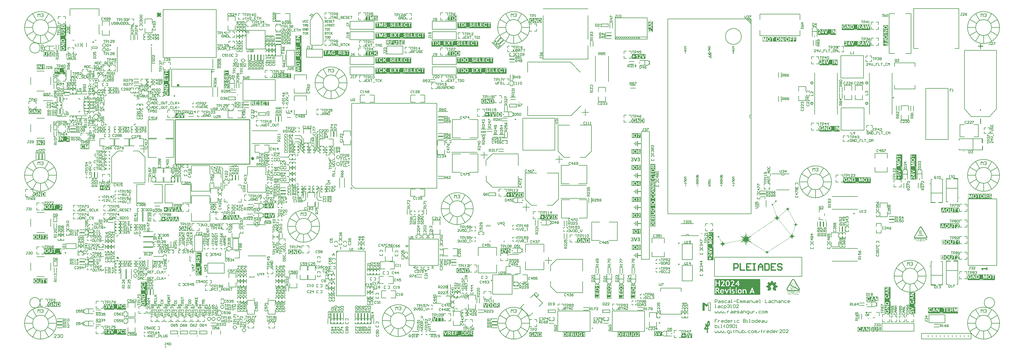
<source format=gto>
G04*
G04 #@! TF.GenerationSoftware,Altium Limited,Altium Designer,24.1.2 (44)*
G04*
G04 Layer_Color=65535*
%FSLAX44Y44*%
%MOMM*%
G71*
G04*
G04 #@! TF.SameCoordinates,140FFB89-E29E-458A-976C-A302E020C20F*
G04*
G04*
G04 #@! TF.FilePolarity,Positive*
G04*
G01*
G75*
%ADD10C,0.1270*%
%ADD11C,0.5080*%
%ADD12C,0.2540*%
%ADD13C,0.2500*%
%ADD14C,0.2000*%
%ADD15C,0.4000*%
%ADD16C,0.1524*%
%ADD17C,0.1000*%
%ADD18C,0.5080*%
%ADD19C,0.3810*%
%ADD20C,0.1501*%
%ADD21C,0.1750*%
%ADD22C,0.4064*%
%ADD23C,0.1778*%
%ADD24C,0.3048*%
G36*
X2178151Y67526D02*
X2178429D01*
Y67456D01*
X2178638D01*
Y67386D01*
X2178916D01*
Y67317D01*
X2179056D01*
Y67247D01*
X2179195D01*
Y67178D01*
X2179334D01*
Y67108D01*
X2179404D01*
Y67038D01*
X2179473D01*
Y66969D01*
X2179612D01*
Y66899D01*
X2179682D01*
Y66830D01*
X2179821D01*
Y66760D01*
X2179891D01*
Y66690D01*
X2179960D01*
Y66551D01*
X2180030D01*
Y66481D01*
X2180100D01*
Y66412D01*
X2180169D01*
Y66342D01*
X2180239D01*
Y66273D01*
X2180309D01*
Y66203D01*
X2180378D01*
Y66064D01*
X2180448D01*
Y65994D01*
X2180517D01*
Y65855D01*
X2180587D01*
Y65716D01*
X2180726D01*
Y65577D01*
X2180796D01*
Y65437D01*
X2180865D01*
Y65298D01*
X2180935D01*
Y65159D01*
X2181005D01*
Y65020D01*
X2181074D01*
Y64950D01*
X2181144D01*
Y64741D01*
X2181213D01*
Y64602D01*
X2181283D01*
Y64393D01*
X2181353D01*
Y64254D01*
X2181422D01*
Y64115D01*
X2181492D01*
Y63906D01*
X2181561D01*
Y63628D01*
X2181631D01*
Y63419D01*
X2181701D01*
Y63280D01*
X2181770D01*
Y63001D01*
X2181840D01*
Y62723D01*
X2181909D01*
Y62444D01*
X2181979D01*
Y62096D01*
X2182049D01*
Y61748D01*
X2182118D01*
Y61330D01*
X2182188D01*
Y60704D01*
X2182258D01*
Y56806D01*
X2182188D01*
Y56249D01*
X2182118D01*
Y55901D01*
X2182049D01*
Y55484D01*
X2181979D01*
Y55136D01*
X2181909D01*
Y54857D01*
X2181840D01*
Y54579D01*
X2181770D01*
Y54300D01*
X2181701D01*
Y54022D01*
X2181631D01*
Y53813D01*
X2181561D01*
Y53604D01*
X2181492D01*
Y53395D01*
X2181422D01*
Y53187D01*
X2181353D01*
Y52978D01*
X2181283D01*
Y52839D01*
X2181213D01*
Y52699D01*
X2181144D01*
Y52560D01*
X2181074D01*
Y52351D01*
X2181005D01*
Y52212D01*
X2180935D01*
Y52073D01*
X2180865D01*
Y52003D01*
X2180796D01*
Y51864D01*
X2180726D01*
Y51725D01*
X2180657D01*
Y51586D01*
X2180587D01*
Y51446D01*
X2180517D01*
Y51307D01*
X2180448D01*
Y51238D01*
X2180378D01*
Y51168D01*
X2180309D01*
Y51098D01*
X2180239D01*
Y50959D01*
X2180169D01*
Y50890D01*
X2180100D01*
Y50750D01*
X2180030D01*
Y50681D01*
X2179960D01*
Y50542D01*
X2179891D01*
Y50472D01*
X2179821D01*
Y50402D01*
X2179682D01*
Y50333D01*
X2179612D01*
Y50263D01*
X2179543D01*
Y50194D01*
X2179473D01*
Y50124D01*
X2179404D01*
Y50054D01*
X2179334D01*
Y49915D01*
X2179195D01*
Y49845D01*
X2179125D01*
Y49776D01*
X2178986D01*
Y49706D01*
X2178847D01*
Y49637D01*
X2178777D01*
Y49567D01*
X2178708D01*
Y49497D01*
X2178638D01*
Y49428D01*
X2178429D01*
Y49358D01*
X2178290D01*
Y49289D01*
X2178151D01*
Y49219D01*
X2178011D01*
Y49149D01*
X2177872D01*
Y49080D01*
X2177664D01*
Y49010D01*
X2177385D01*
Y48941D01*
X2177176D01*
Y48871D01*
X2176689D01*
Y48801D01*
X2176063D01*
Y48523D01*
X2175993D01*
Y46017D01*
X2175923D01*
Y44834D01*
X2175993D01*
Y44903D01*
X2176271D01*
Y44973D01*
X2176480D01*
Y45043D01*
X2177524D01*
Y44973D01*
X2177733D01*
Y44903D01*
X2177872D01*
Y44834D01*
X2177942D01*
Y44764D01*
X2178081D01*
Y44695D01*
X2178220D01*
Y44625D01*
X2178290D01*
Y44486D01*
X2178429D01*
Y44347D01*
X2178499D01*
Y44207D01*
X2178568D01*
Y44138D01*
X2178638D01*
Y44068D01*
X2178708D01*
Y43790D01*
X2178777D01*
Y43650D01*
X2178847D01*
Y43024D01*
X2178777D01*
Y42676D01*
X2178708D01*
Y42537D01*
X2178638D01*
Y42398D01*
X2178568D01*
Y42328D01*
X2178499D01*
Y42189D01*
X2178429D01*
Y42050D01*
X2178360D01*
Y41980D01*
X2178220D01*
Y41910D01*
X2178151D01*
Y41841D01*
X2178081D01*
Y41771D01*
X2177942D01*
Y41702D01*
X2177872D01*
Y41632D01*
X2177733D01*
Y41562D01*
X2177594D01*
Y41493D01*
X2177385D01*
Y41423D01*
X2177246D01*
Y41354D01*
X2176967D01*
Y41284D01*
X2176759D01*
Y41214D01*
X2176480D01*
Y41145D01*
X2176202D01*
Y41075D01*
X2175923D01*
Y41006D01*
X2175854D01*
Y39892D01*
X2175784D01*
Y33767D01*
X2175854D01*
Y32374D01*
X2175923D01*
Y30913D01*
X2175993D01*
Y29590D01*
X2175923D01*
Y29312D01*
X2175854D01*
Y29172D01*
X2175784D01*
Y29103D01*
X2175715D01*
Y28964D01*
X2175645D01*
Y28824D01*
X2175575D01*
Y28755D01*
X2175506D01*
Y28685D01*
X2175436D01*
Y28616D01*
X2175297D01*
Y28546D01*
X2175227D01*
Y28476D01*
X2175158D01*
Y28407D01*
X2175018D01*
Y28337D01*
X2174879D01*
Y28268D01*
X2174671D01*
Y28198D01*
X2173766D01*
Y28268D01*
X2173626D01*
Y28337D01*
X2173418D01*
Y28407D01*
X2173278D01*
Y28546D01*
X2173139D01*
Y28616D01*
X2173069D01*
Y28685D01*
X2173000D01*
Y28755D01*
X2172930D01*
Y28824D01*
X2172861D01*
Y28964D01*
X2172791D01*
Y29033D01*
X2172722D01*
Y29103D01*
X2172652D01*
Y29242D01*
X2172582D01*
Y29590D01*
X2172513D01*
Y30425D01*
X2172443D01*
Y31678D01*
X2172373D01*
Y32862D01*
X2172304D01*
Y34184D01*
X2172234D01*
Y37664D01*
X2172304D01*
Y40031D01*
X2171956D01*
Y39961D01*
X2171608D01*
Y39892D01*
X2171260D01*
Y39822D01*
X2170773D01*
Y39753D01*
X2170285D01*
Y39683D01*
X2169868D01*
Y39613D01*
X2168684D01*
Y39544D01*
X2167640D01*
Y39613D01*
X2166805D01*
Y39683D01*
X2166248D01*
Y39753D01*
X2165970D01*
Y39822D01*
X2165691D01*
Y39892D01*
X2165482D01*
Y39961D01*
X2165343D01*
Y40031D01*
X2165134D01*
Y40101D01*
X2164995D01*
Y40170D01*
X2164926D01*
Y40240D01*
X2164786D01*
Y40309D01*
X2164647D01*
Y40379D01*
X2164577D01*
Y40449D01*
X2164508D01*
Y40588D01*
X2164438D01*
Y40658D01*
X2164369D01*
Y40727D01*
X2164299D01*
Y40797D01*
X2164229D01*
Y40936D01*
X2164160D01*
Y41075D01*
X2164090D01*
Y41214D01*
X2164021D01*
Y41423D01*
X2163951D01*
Y42676D01*
X2164021D01*
Y42955D01*
X2164090D01*
Y43163D01*
X2164160D01*
Y43302D01*
X2164229D01*
Y43442D01*
X2164299D01*
Y43581D01*
X2164369D01*
Y43720D01*
X2164438D01*
Y43790D01*
X2164508D01*
Y43999D01*
X2164577D01*
Y44068D01*
X2164647D01*
Y44138D01*
X2164717D01*
Y44277D01*
X2164786D01*
Y44416D01*
X2164856D01*
Y44486D01*
X2164926D01*
Y44625D01*
X2164995D01*
Y44764D01*
X2165065D01*
Y44834D01*
X2165134D01*
Y44903D01*
X2165204D01*
Y45043D01*
X2165274D01*
Y45182D01*
X2165343D01*
Y45251D01*
X2165413D01*
Y45321D01*
X2165482D01*
Y45460D01*
X2165552D01*
Y45530D01*
X2165622D01*
Y45669D01*
X2165691D01*
Y45739D01*
X2165761D01*
Y45878D01*
X2165830D01*
Y46017D01*
X2165900D01*
Y46087D01*
X2165970D01*
Y46156D01*
X2166039D01*
Y46296D01*
X2166109D01*
Y46435D01*
X2166178D01*
Y46504D01*
X2166248D01*
Y46644D01*
X2166318D01*
Y46783D01*
X2166387D01*
Y46852D01*
X2166457D01*
Y46992D01*
X2166526D01*
Y47131D01*
X2166596D01*
Y47270D01*
X2166666D01*
Y47409D01*
X2166735D01*
Y47479D01*
X2166805D01*
Y47618D01*
X2166875D01*
Y47757D01*
X2166944D01*
Y47966D01*
X2167014D01*
Y48105D01*
X2167083D01*
Y48175D01*
X2167153D01*
Y48384D01*
X2167223D01*
Y48593D01*
X2167292D01*
Y48732D01*
X2167362D01*
Y48871D01*
X2167431D01*
Y49149D01*
X2167501D01*
Y49358D01*
X2167571D01*
Y49567D01*
X2167640D01*
Y49845D01*
X2167710D01*
Y50054D01*
X2167779D01*
Y50402D01*
X2167849D01*
Y50750D01*
X2167919D01*
Y51238D01*
X2167988D01*
Y51934D01*
X2168058D01*
Y53535D01*
X2167988D01*
Y54092D01*
X2167919D01*
Y54579D01*
X2167849D01*
Y54927D01*
X2167779D01*
Y55205D01*
X2167710D01*
Y55553D01*
X2167640D01*
Y55832D01*
X2167571D01*
Y56110D01*
X2167501D01*
Y56319D01*
X2167431D01*
Y56597D01*
X2167362D01*
Y57502D01*
X2167431D01*
Y57781D01*
X2167501D01*
Y57920D01*
X2167571D01*
Y58059D01*
X2167640D01*
Y58129D01*
X2167710D01*
Y58198D01*
X2167779D01*
Y58337D01*
X2167849D01*
Y58407D01*
X2167919D01*
Y58477D01*
X2167988D01*
Y58546D01*
X2168127D01*
Y58616D01*
X2168267D01*
Y58685D01*
X2168406D01*
Y58755D01*
X2168615D01*
Y58825D01*
X2169589D01*
Y58755D01*
X2169728D01*
Y58685D01*
X2169937D01*
Y58616D01*
X2170007D01*
Y58546D01*
X2170076D01*
Y58477D01*
X2170216D01*
Y58337D01*
X2170285D01*
Y58268D01*
X2170355D01*
Y58198D01*
X2170424D01*
Y58129D01*
X2170494D01*
Y58059D01*
X2170564D01*
Y57920D01*
X2170633D01*
Y57850D01*
X2170703D01*
Y57781D01*
X2170773D01*
Y57641D01*
X2170842D01*
Y57572D01*
X2170912D01*
Y57433D01*
X2170981D01*
Y57363D01*
X2171051D01*
Y57224D01*
X2171120D01*
Y57085D01*
X2171190D01*
Y57015D01*
X2171260D01*
Y56876D01*
X2171329D01*
Y56736D01*
X2171399D01*
Y56667D01*
X2171469D01*
Y56597D01*
X2171538D01*
Y56458D01*
X2171608D01*
Y56319D01*
X2171677D01*
Y56249D01*
X2171747D01*
Y56110D01*
X2171817D01*
Y56041D01*
X2171886D01*
Y55901D01*
X2171956D01*
Y55832D01*
X2172025D01*
Y55692D01*
X2172095D01*
Y55553D01*
X2172165D01*
Y55484D01*
X2172234D01*
Y55414D01*
X2172304D01*
Y55275D01*
X2172373D01*
Y55136D01*
X2172443D01*
Y55066D01*
X2172513D01*
Y54996D01*
X2172582D01*
Y54927D01*
X2172652D01*
Y54788D01*
X2172722D01*
Y54718D01*
X2172791D01*
Y54857D01*
X2172861D01*
Y55484D01*
X2172930D01*
Y56249D01*
X2173000D01*
Y56806D01*
X2173069D01*
Y57433D01*
X2173139D01*
Y58059D01*
X2173209D01*
Y58477D01*
X2173278D01*
Y58964D01*
X2173348D01*
Y59382D01*
X2173418D01*
Y59869D01*
X2173487D01*
Y60147D01*
X2173557D01*
Y60565D01*
X2173626D01*
Y60913D01*
X2173696D01*
Y61261D01*
X2173766D01*
Y61539D01*
X2173835D01*
Y61887D01*
X2173905D01*
Y62166D01*
X2173974D01*
Y62444D01*
X2174044D01*
Y62723D01*
X2174114D01*
Y63071D01*
X2174183D01*
Y63280D01*
X2174253D01*
Y63558D01*
X2174322D01*
Y63767D01*
X2174392D01*
Y64045D01*
X2174462D01*
Y64254D01*
X2174531D01*
Y64463D01*
X2174601D01*
Y64672D01*
X2174671D01*
Y64880D01*
X2174740D01*
Y65089D01*
X2174810D01*
Y65229D01*
X2174879D01*
Y65437D01*
X2174949D01*
Y65507D01*
X2175018D01*
Y65646D01*
X2175088D01*
Y65716D01*
X2175158D01*
Y65855D01*
X2175227D01*
Y65994D01*
X2175367D01*
Y66133D01*
X2175436D01*
Y66203D01*
X2175506D01*
Y66273D01*
X2175575D01*
Y66342D01*
X2175645D01*
Y66412D01*
X2175715D01*
Y66551D01*
X2175784D01*
Y66621D01*
X2175854D01*
Y66690D01*
X2175923D01*
Y66760D01*
X2176063D01*
Y66830D01*
X2176132D01*
Y66969D01*
X2176271D01*
Y67038D01*
X2176341D01*
Y67108D01*
X2176411D01*
Y67178D01*
X2176480D01*
Y67247D01*
X2176619D01*
Y67317D01*
X2176689D01*
Y67386D01*
X2176898D01*
Y67456D01*
X2177037D01*
Y67526D01*
X2177246D01*
Y67595D01*
X2178151D01*
Y67526D01*
D02*
G37*
G36*
X2158838Y124460D02*
Y99060D01*
X2165188D01*
Y118110D01*
X2171538Y111760D01*
X2177888Y118110D01*
X2171538D01*
X2165188Y124460D01*
X2158838D01*
D02*
G37*
G36*
X2392138Y449950D02*
X2392534D01*
Y449818D01*
X2392799D01*
Y449686D01*
X2392931D01*
Y449553D01*
X2393064D01*
Y449421D01*
X2393196D01*
Y449289D01*
X2393328D01*
Y449157D01*
X2393461D01*
Y448892D01*
X2393593D01*
Y448628D01*
X2393725D01*
Y447040D01*
X2393593D01*
Y446775D01*
X2393461D01*
Y446511D01*
X2393328D01*
Y446379D01*
X2393196D01*
Y446246D01*
X2393064D01*
Y446114D01*
X2392931D01*
Y445982D01*
X2392799D01*
Y445849D01*
X2392534D01*
Y445717D01*
X2392138D01*
Y445585D01*
X2390947D01*
Y445717D01*
X2390682D01*
Y445849D01*
X2390285D01*
Y445717D01*
X2390021D01*
Y445585D01*
X2389889D01*
Y445452D01*
X2389756D01*
Y445320D01*
X2389624D01*
Y445188D01*
X2389492D01*
Y445056D01*
X2389359D01*
Y444923D01*
X2389227D01*
Y444791D01*
X2389095D01*
Y444659D01*
X2388963D01*
Y444526D01*
X2388830D01*
Y444394D01*
X2388566D01*
Y444262D01*
X2388433D01*
Y444130D01*
X2388301D01*
Y443997D01*
X2388169D01*
Y443865D01*
X2388036D01*
Y443733D01*
X2387904D01*
Y443600D01*
X2387772D01*
Y443468D01*
X2387640D01*
Y443336D01*
X2387507D01*
Y443204D01*
X2387243D01*
Y443071D01*
X2387110D01*
Y442939D01*
X2386978D01*
Y442807D01*
X2386846D01*
Y442674D01*
X2386714D01*
Y442542D01*
X2386581D01*
Y442410D01*
X2386449D01*
Y442277D01*
X2386317D01*
Y442145D01*
X2386185D01*
Y442013D01*
X2385920D01*
Y441881D01*
X2385788D01*
Y441748D01*
X2385655D01*
Y441616D01*
X2385523D01*
Y441484D01*
X2385391D01*
Y441351D01*
X2385258D01*
Y441219D01*
X2385126D01*
Y441087D01*
X2384994D01*
Y440955D01*
X2384861D01*
Y440822D01*
X2384597D01*
Y440558D01*
X2384332D01*
Y440425D01*
X2384200D01*
Y440293D01*
X2384068D01*
Y440161D01*
X2383936D01*
Y440028D01*
X2383803D01*
Y439896D01*
X2383671D01*
Y439764D01*
X2383539D01*
Y439632D01*
X2383406D01*
Y439499D01*
X2383142D01*
Y439367D01*
X2383009D01*
Y439235D01*
X2382877D01*
Y439103D01*
X2382745D01*
Y438970D01*
X2382613D01*
Y438838D01*
X2382480D01*
Y438706D01*
X2382348D01*
Y438573D01*
X2382216D01*
Y438441D01*
X2382348D01*
Y438309D01*
X2382480D01*
Y438176D01*
X2382613D01*
Y437912D01*
X2382745D01*
Y437647D01*
X2382877D01*
Y436986D01*
X2383009D01*
Y436721D01*
X2382877D01*
Y436060D01*
X2382745D01*
Y435795D01*
X2382613D01*
Y435531D01*
X2382480D01*
Y435398D01*
X2382348D01*
Y435266D01*
X2382216D01*
Y435134D01*
X2382083D01*
Y435001D01*
X2381951D01*
Y434869D01*
X2381819D01*
Y434340D01*
X2381951D01*
Y434075D01*
X2382083D01*
Y433679D01*
X2382216D01*
Y433282D01*
X2382348D01*
Y432885D01*
X2382480D01*
Y432488D01*
X2382613D01*
Y432223D01*
X2382745D01*
Y431826D01*
X2382877D01*
Y431430D01*
X2383009D01*
Y431033D01*
X2383142D01*
Y430636D01*
X2383274D01*
Y430239D01*
X2383406D01*
Y429974D01*
X2383539D01*
Y429445D01*
X2383671D01*
Y429181D01*
X2383803D01*
Y428784D01*
X2383936D01*
Y428387D01*
X2384068D01*
Y427990D01*
X2384200D01*
Y427593D01*
X2384332D01*
Y427196D01*
X2384465D01*
Y426799D01*
X2384597D01*
Y426535D01*
X2384729D01*
Y426138D01*
X2384861D01*
Y425741D01*
X2384994D01*
Y425344D01*
X2385126D01*
Y424947D01*
X2385258D01*
Y424550D01*
X2385391D01*
Y424154D01*
X2385523D01*
Y423889D01*
X2385655D01*
Y423492D01*
X2385788D01*
Y423095D01*
X2385920D01*
Y422698D01*
X2386052D01*
Y422301D01*
X2386185D01*
Y422037D01*
X2386317D01*
Y421640D01*
X2386449D01*
Y421243D01*
X2386581D01*
Y420846D01*
X2386714D01*
Y420449D01*
X2386846D01*
Y420052D01*
X2386978D01*
Y419656D01*
X2387110D01*
Y419259D01*
X2387243D01*
Y418994D01*
X2387375D01*
Y418597D01*
X2387507D01*
Y418200D01*
X2387640D01*
Y417803D01*
X2387772D01*
Y417407D01*
X2387904D01*
Y417010D01*
X2388036D01*
Y416613D01*
X2388169D01*
Y416348D01*
X2388301D01*
Y415951D01*
X2388433D01*
Y415555D01*
X2388566D01*
Y415158D01*
X2388698D01*
Y414761D01*
X2388830D01*
Y414364D01*
X2388963D01*
Y414099D01*
X2389095D01*
Y413703D01*
X2389227D01*
Y413306D01*
X2389359D01*
Y412909D01*
X2389492D01*
Y412512D01*
X2389624D01*
Y412115D01*
X2389756D01*
Y411718D01*
X2389889D01*
Y411321D01*
X2390021D01*
Y410924D01*
X2390153D01*
Y410660D01*
X2390285D01*
Y410263D01*
X2390418D01*
Y409866D01*
X2390550D01*
Y409469D01*
X2390682D01*
Y409072D01*
X2390815D01*
Y408808D01*
X2390947D01*
Y408411D01*
X2391079D01*
Y408014D01*
X2391212D01*
Y407617D01*
X2391344D01*
Y407220D01*
X2391476D01*
Y406823D01*
X2391608D01*
Y406426D01*
X2391741D01*
Y406162D01*
X2391873D01*
Y405765D01*
X2392005D01*
Y405368D01*
X2392138D01*
Y404971D01*
X2392270D01*
Y404574D01*
X2392402D01*
Y404178D01*
X2392534D01*
Y403781D01*
X2392667D01*
Y403516D01*
X2392799D01*
Y403119D01*
X2392931D01*
Y402722D01*
X2393064D01*
Y402325D01*
X2393196D01*
Y401928D01*
X2393328D01*
Y401532D01*
X2393461D01*
Y401135D01*
X2393593D01*
Y400870D01*
X2393725D01*
Y400473D01*
X2393857D01*
Y400076D01*
X2393990D01*
Y399944D01*
X2394122D01*
Y400209D01*
X2394254D01*
Y400606D01*
X2394386D01*
Y401003D01*
X2394519D01*
Y401399D01*
X2394651D01*
Y401928D01*
X2394783D01*
Y402590D01*
X2394916D01*
Y403119D01*
X2395048D01*
Y403781D01*
X2395180D01*
Y404178D01*
X2395313D01*
Y403648D01*
X2395445D01*
Y403119D01*
X2395577D01*
Y402458D01*
X2395710D01*
Y401796D01*
X2395842D01*
Y401399D01*
X2395974D01*
Y400870D01*
X2396106D01*
Y400473D01*
X2396239D01*
Y400209D01*
X2396371D01*
Y399944D01*
X2396503D01*
Y399680D01*
X2396635D01*
Y399415D01*
X2396768D01*
Y399150D01*
X2396900D01*
Y398886D01*
X2397032D01*
Y398754D01*
X2397165D01*
Y398621D01*
X2397297D01*
Y398357D01*
X2397429D01*
Y398224D01*
X2397561D01*
Y398092D01*
X2397694D01*
Y397827D01*
X2397826D01*
Y397695D01*
X2397958D01*
Y397563D01*
X2398091D01*
Y397431D01*
X2398223D01*
Y397298D01*
X2398488D01*
Y397563D01*
X2398752D01*
Y397695D01*
X2398884D01*
Y397827D01*
X2399017D01*
Y397960D01*
X2399149D01*
Y398092D01*
X2399281D01*
Y398224D01*
X2399546D01*
Y398357D01*
X2399678D01*
Y398489D01*
X2399810D01*
Y398621D01*
X2399943D01*
Y398754D01*
X2400075D01*
Y398886D01*
X2400207D01*
Y399018D01*
X2400472D01*
Y399150D01*
X2400604D01*
Y399283D01*
X2400737D01*
Y399415D01*
X2400869D01*
Y399547D01*
X2401001D01*
Y399680D01*
X2401133D01*
Y399812D01*
X2401398D01*
Y399944D01*
X2401530D01*
Y400076D01*
X2401663D01*
Y400209D01*
X2401795D01*
Y400341D01*
X2401927D01*
Y400473D01*
X2402059D01*
Y400606D01*
X2402324D01*
Y400738D01*
X2402456D01*
Y400870D01*
X2402589D01*
Y401003D01*
X2402721D01*
Y401135D01*
X2402853D01*
Y401267D01*
X2403118D01*
Y401399D01*
X2403250D01*
Y401532D01*
X2403382D01*
Y401664D01*
X2403515D01*
Y401796D01*
X2403647D01*
Y401928D01*
X2403779D01*
Y402061D01*
X2404044D01*
Y402193D01*
X2404176D01*
Y402325D01*
X2404308D01*
Y402458D01*
X2404441D01*
Y402590D01*
X2404573D01*
Y402722D01*
X2404705D01*
Y402855D01*
X2404970D01*
Y402987D01*
X2405102D01*
Y403119D01*
X2405235D01*
Y403251D01*
X2405367D01*
Y403384D01*
X2405499D01*
Y403516D01*
X2405631D01*
Y403648D01*
X2405896D01*
Y403781D01*
X2406028D01*
Y403913D01*
X2406160D01*
Y404045D01*
X2406293D01*
Y404178D01*
X2406425D01*
Y404310D01*
X2406557D01*
Y404442D01*
X2406822D01*
Y404574D01*
X2406954D01*
Y404707D01*
X2407086D01*
Y404839D01*
X2407219D01*
Y404971D01*
X2407351D01*
Y405103D01*
X2407483D01*
Y405236D01*
X2407616D01*
Y405368D01*
X2407880D01*
Y405500D01*
X2408013D01*
Y405633D01*
X2408145D01*
Y405765D01*
X2408277D01*
Y405897D01*
X2408409D01*
Y406030D01*
X2408674D01*
Y406162D01*
X2408806D01*
Y406294D01*
X2408939D01*
Y406426D01*
X2409071D01*
Y406559D01*
X2409203D01*
Y406691D01*
X2409335D01*
Y406823D01*
X2409468D01*
Y406956D01*
X2409732D01*
Y407088D01*
X2409865D01*
Y407220D01*
X2409997D01*
Y407352D01*
X2410129D01*
Y407485D01*
X2410262D01*
Y407617D01*
X2410526D01*
Y407749D01*
X2410658D01*
Y407882D01*
X2410791D01*
Y408014D01*
X2410923D01*
Y408146D01*
X2411055D01*
Y408279D01*
X2411188D01*
Y408411D01*
X2411452D01*
Y408543D01*
X2411584D01*
Y408675D01*
X2411717D01*
Y408808D01*
X2411849D01*
Y408940D01*
X2411981D01*
Y409072D01*
X2412246D01*
Y409205D01*
X2412378D01*
Y409337D01*
X2412511D01*
Y409469D01*
X2412643D01*
Y409601D01*
X2412775D01*
Y409734D01*
X2412907D01*
Y409866D01*
X2413172D01*
Y409998D01*
X2413304D01*
Y410131D01*
X2413436D01*
Y410263D01*
X2413569D01*
Y410395D01*
X2413701D01*
Y410527D01*
X2413833D01*
Y410660D01*
X2413966D01*
Y410792D01*
X2414230D01*
Y410924D01*
X2414363D01*
Y411057D01*
X2414495D01*
Y411189D01*
X2414627D01*
Y411321D01*
X2414760D01*
Y411454D01*
X2414892D01*
Y411586D01*
X2415156D01*
Y411718D01*
X2415289D01*
Y411850D01*
X2415421D01*
Y411983D01*
X2415553D01*
Y412115D01*
X2415818D01*
Y412247D01*
X2415950D01*
Y412380D01*
X2416082D01*
Y412512D01*
X2416215D01*
Y412644D01*
X2416347D01*
Y412776D01*
X2416479D01*
Y412909D01*
X2416611D01*
Y413041D01*
X2416876D01*
Y413173D01*
X2417008D01*
Y413306D01*
X2417141D01*
Y413438D01*
X2417273D01*
Y413570D01*
X2417405D01*
Y413703D01*
X2417538D01*
Y413835D01*
X2417802D01*
Y413967D01*
X2417935D01*
Y414099D01*
X2418067D01*
Y414232D01*
X2418199D01*
Y414364D01*
X2418331D01*
Y414496D01*
X2418464D01*
Y414628D01*
X2418728D01*
Y414761D01*
X2418860D01*
Y414893D01*
X2418993D01*
Y415025D01*
X2419125D01*
Y415158D01*
X2419257D01*
Y415290D01*
X2419390D01*
Y415422D01*
X2419654D01*
Y415555D01*
X2419787D01*
Y415687D01*
X2419919D01*
Y415819D01*
X2420051D01*
Y415951D01*
X2420183D01*
Y416084D01*
X2420316D01*
Y416216D01*
X2420580D01*
Y416348D01*
X2420713D01*
Y416481D01*
X2420845D01*
Y416613D01*
X2420977D01*
Y416745D01*
X2421109D01*
Y416878D01*
X2421242D01*
Y417010D01*
X2421506D01*
Y417142D01*
X2421639D01*
Y417274D01*
X2421771D01*
Y417407D01*
X2421903D01*
Y417539D01*
X2422036D01*
Y417671D01*
X2422168D01*
Y417803D01*
X2422432D01*
Y417936D01*
X2422565D01*
Y418068D01*
X2422697D01*
Y418200D01*
X2422829D01*
Y418333D01*
X2422961D01*
Y418465D01*
X2423226D01*
Y418597D01*
X2423358D01*
Y418730D01*
X2423491D01*
Y418862D01*
X2423623D01*
Y418994D01*
X2423755D01*
Y419126D01*
X2423888D01*
Y419259D01*
X2424152D01*
Y419391D01*
X2424285D01*
Y419523D01*
X2424417D01*
Y419656D01*
X2424549D01*
Y419788D01*
X2424681D01*
Y419920D01*
X2424814D01*
Y420052D01*
X2425078D01*
Y420185D01*
X2425211D01*
Y420317D01*
X2425343D01*
Y420449D01*
X2425475D01*
Y420582D01*
X2425607D01*
Y420714D01*
X2425740D01*
Y420846D01*
X2426004D01*
Y420979D01*
X2426136D01*
Y421111D01*
X2426269D01*
Y421243D01*
X2426401D01*
Y421508D01*
X2426269D01*
Y421640D01*
X2426136D01*
Y421772D01*
X2425872D01*
Y421905D01*
X2425607D01*
Y422037D01*
X2425343D01*
Y422169D01*
X2425078D01*
Y422301D01*
X2424681D01*
Y422434D01*
X2424152D01*
Y422566D01*
X2423491D01*
Y422698D01*
X2422961D01*
Y422831D01*
X2422432D01*
Y422963D01*
X2422829D01*
Y423095D01*
X2423491D01*
Y423228D01*
X2424020D01*
Y423360D01*
X2424549D01*
Y423492D01*
X2424946D01*
Y423624D01*
X2425343D01*
Y423757D01*
X2425607D01*
Y423889D01*
X2425872D01*
Y424021D01*
X2426004D01*
Y424154D01*
X2426269D01*
Y424286D01*
X2426401D01*
Y424418D01*
X2426666D01*
Y424550D01*
X2426798D01*
Y424683D01*
X2426930D01*
Y424815D01*
X2427063D01*
Y424947D01*
X2427195D01*
Y425080D01*
X2427327D01*
Y425212D01*
X2427460D01*
Y425344D01*
X2427592D01*
Y425609D01*
X2427724D01*
Y425741D01*
X2427856D01*
Y426006D01*
X2427989D01*
Y426138D01*
X2428121D01*
Y426403D01*
X2428253D01*
Y426667D01*
X2428385D01*
Y427064D01*
X2428518D01*
Y427461D01*
X2428650D01*
Y427858D01*
X2428782D01*
Y428519D01*
X2428915D01*
Y429181D01*
X2429047D01*
Y429577D01*
X2429179D01*
Y429048D01*
X2429312D01*
Y428387D01*
X2429444D01*
Y427858D01*
X2429576D01*
Y427328D01*
X2429708D01*
Y426932D01*
X2429841D01*
Y426667D01*
X2429973D01*
Y426403D01*
X2430105D01*
Y426138D01*
X2430238D01*
Y425873D01*
X2430370D01*
Y425741D01*
X2430502D01*
Y425476D01*
X2430634D01*
Y425344D01*
X2430767D01*
Y425212D01*
X2430899D01*
Y425080D01*
X2431031D01*
Y424947D01*
X2431164D01*
Y424815D01*
X2431296D01*
Y424683D01*
X2431428D01*
Y424550D01*
X2431561D01*
Y424418D01*
X2431693D01*
Y424286D01*
X2431957D01*
Y424154D01*
X2432090D01*
Y424021D01*
X2432354D01*
Y423889D01*
X2432619D01*
Y423757D01*
X2432883D01*
Y423624D01*
X2433280D01*
Y423492D01*
X2433545D01*
Y423360D01*
X2434074D01*
Y423228D01*
X2434736D01*
Y423095D01*
X2435397D01*
Y422963D01*
X2435794D01*
Y422831D01*
X2435265D01*
Y422698D01*
X2434603D01*
Y422566D01*
X2434074D01*
Y422434D01*
X2433545D01*
Y422301D01*
X2433148D01*
Y422169D01*
X2432883D01*
Y422037D01*
X2432619D01*
Y421905D01*
X2432354D01*
Y421772D01*
X2432090D01*
Y421640D01*
X2431957D01*
Y421508D01*
X2431693D01*
Y421375D01*
X2431561D01*
Y421243D01*
X2431428D01*
Y421111D01*
X2431296D01*
Y420979D01*
X2431164D01*
Y420846D01*
X2431031D01*
Y420449D01*
X2431164D01*
Y420185D01*
X2431296D01*
Y419920D01*
X2431428D01*
Y419656D01*
X2431561D01*
Y419391D01*
X2431693D01*
Y419126D01*
X2431825D01*
Y418862D01*
X2431957D01*
Y418730D01*
X2432090D01*
Y418333D01*
X2432222D01*
Y418200D01*
X2432354D01*
Y417936D01*
X2432487D01*
Y417671D01*
X2432619D01*
Y417407D01*
X2432751D01*
Y417142D01*
X2432883D01*
Y416878D01*
X2433016D01*
Y416613D01*
X2433148D01*
Y416348D01*
X2433280D01*
Y416084D01*
X2433413D01*
Y415819D01*
X2433545D01*
Y415555D01*
X2433677D01*
Y415290D01*
X2433810D01*
Y415158D01*
X2433942D01*
Y414893D01*
X2434074D01*
Y414628D01*
X2434206D01*
Y414364D01*
X2434339D01*
Y414099D01*
X2434471D01*
Y413835D01*
X2434603D01*
Y413570D01*
X2434736D01*
Y413306D01*
X2434868D01*
Y413041D01*
X2435000D01*
Y412776D01*
X2435132D01*
Y412512D01*
X2435265D01*
Y412380D01*
X2435397D01*
Y412115D01*
X2435529D01*
Y411850D01*
X2435661D01*
Y411586D01*
X2435794D01*
Y411321D01*
X2435926D01*
Y411057D01*
X2436058D01*
Y410792D01*
X2436191D01*
Y410527D01*
X2436323D01*
Y410263D01*
X2436455D01*
Y409998D01*
X2436588D01*
Y409734D01*
X2436720D01*
Y409601D01*
X2436852D01*
Y409337D01*
X2436985D01*
Y409072D01*
X2437117D01*
Y408808D01*
X2437249D01*
Y408543D01*
X2437381D01*
Y408279D01*
X2437514D01*
Y408014D01*
X2437646D01*
Y407749D01*
X2437778D01*
Y407485D01*
X2437910D01*
Y407220D01*
X2438043D01*
Y406956D01*
X2438175D01*
Y406691D01*
X2438307D01*
Y406559D01*
X2438440D01*
Y406294D01*
X2438572D01*
Y406030D01*
X2438704D01*
Y405765D01*
X2438837D01*
Y405500D01*
X2438969D01*
Y405236D01*
X2439101D01*
Y404971D01*
X2439233D01*
Y404707D01*
X2439366D01*
Y404442D01*
X2439498D01*
Y404178D01*
X2439630D01*
Y404045D01*
X2439763D01*
Y403648D01*
X2439895D01*
Y403516D01*
X2440027D01*
Y403251D01*
X2440159D01*
Y402987D01*
X2440292D01*
Y402722D01*
X2440424D01*
Y402458D01*
X2440556D01*
Y402193D01*
X2440689D01*
Y401928D01*
X2440821D01*
Y401664D01*
X2440953D01*
Y401399D01*
X2441086D01*
Y401135D01*
X2441218D01*
Y401003D01*
X2441350D01*
Y400738D01*
X2441482D01*
Y400473D01*
X2441615D01*
Y400209D01*
X2441747D01*
Y399944D01*
X2441879D01*
Y399680D01*
X2442012D01*
Y399415D01*
X2442144D01*
Y399150D01*
X2442276D01*
Y398886D01*
X2442408D01*
Y398621D01*
X2442541D01*
Y398357D01*
X2442673D01*
Y398224D01*
X2442805D01*
Y397960D01*
X2442938D01*
Y397695D01*
X2443070D01*
Y397431D01*
X2443202D01*
Y397166D01*
X2443335D01*
Y396901D01*
X2443467D01*
Y396637D01*
X2443599D01*
Y396372D01*
X2443731D01*
Y396108D01*
X2443864D01*
Y395843D01*
X2443996D01*
Y395578D01*
X2444128D01*
Y395446D01*
X2444261D01*
Y395182D01*
X2444393D01*
Y394917D01*
X2444525D01*
Y394652D01*
X2444657D01*
Y394388D01*
X2444790D01*
Y394123D01*
X2444922D01*
Y393859D01*
X2445054D01*
Y393594D01*
X2445186D01*
Y393330D01*
X2445319D01*
Y393065D01*
X2445451D01*
Y392933D01*
X2445583D01*
Y392668D01*
X2445716D01*
Y392403D01*
X2445848D01*
Y392139D01*
X2445980D01*
Y391874D01*
X2446113D01*
Y391610D01*
X2446245D01*
Y391345D01*
X2446377D01*
Y391081D01*
X2446510D01*
Y390816D01*
X2446642D01*
Y390551D01*
X2446774D01*
Y390287D01*
X2446906D01*
Y390022D01*
X2447039D01*
Y389758D01*
X2447171D01*
Y389625D01*
X2447303D01*
Y389361D01*
X2447435D01*
Y389096D01*
X2447568D01*
Y388832D01*
X2447700D01*
Y388567D01*
X2447832D01*
Y388302D01*
X2447965D01*
Y388038D01*
X2448097D01*
Y387773D01*
X2448229D01*
Y387509D01*
X2448362D01*
Y387244D01*
X2448494D01*
Y386980D01*
X2448626D01*
Y386847D01*
X2448758D01*
Y386583D01*
X2448891D01*
Y386318D01*
X2449023D01*
Y386054D01*
X2449155D01*
Y385789D01*
X2449288D01*
Y385524D01*
X2449420D01*
Y385260D01*
X2449552D01*
Y384995D01*
X2449684D01*
Y384731D01*
X2449817D01*
Y384466D01*
X2449949D01*
Y384201D01*
X2450081D01*
Y383937D01*
X2450214D01*
Y383672D01*
X2450346D01*
Y383540D01*
X2450478D01*
Y383275D01*
X2450611D01*
Y383011D01*
X2450743D01*
Y382746D01*
X2450875D01*
Y382482D01*
X2451007D01*
Y382217D01*
X2451140D01*
Y381953D01*
X2451272D01*
Y381688D01*
X2451404D01*
Y381423D01*
X2451537D01*
Y381159D01*
X2451669D01*
Y381026D01*
X2451801D01*
Y380762D01*
X2451933D01*
Y380497D01*
X2452066D01*
Y380233D01*
X2452198D01*
Y379968D01*
X2452330D01*
Y379703D01*
X2452463D01*
Y379439D01*
X2452595D01*
Y379174D01*
X2452727D01*
Y378910D01*
X2452859D01*
Y378645D01*
X2452992D01*
Y378381D01*
X2453124D01*
Y378116D01*
X2453256D01*
Y377984D01*
X2453389D01*
Y377719D01*
X2453521D01*
Y377455D01*
X2453653D01*
Y377322D01*
X2453786D01*
Y377587D01*
X2453918D01*
Y377984D01*
X2454050D01*
Y378513D01*
X2454182D01*
Y379174D01*
X2454315D01*
Y379703D01*
X2454447D01*
Y379968D01*
X2454579D01*
Y379571D01*
X2454711D01*
Y378910D01*
X2454844D01*
Y378248D01*
X2454976D01*
Y377851D01*
X2455108D01*
Y377455D01*
X2455241D01*
Y377058D01*
X2455373D01*
Y376793D01*
X2455505D01*
Y376661D01*
X2455638D01*
Y376396D01*
X2455770D01*
Y376132D01*
X2455902D01*
Y375999D01*
X2456035D01*
Y375867D01*
X2456167D01*
Y375735D01*
X2456299D01*
Y375602D01*
X2456431D01*
Y375470D01*
X2456564D01*
Y375338D01*
X2456696D01*
Y375206D01*
X2456828D01*
Y375073D01*
X2456960D01*
Y374941D01*
X2457093D01*
Y374809D01*
X2457357D01*
Y374676D01*
X2457490D01*
Y374544D01*
X2457754D01*
Y374412D01*
X2458019D01*
Y374280D01*
X2458283D01*
Y374147D01*
X2458548D01*
Y374015D01*
X2458945D01*
Y373883D01*
X2459474D01*
Y373750D01*
X2460003D01*
Y373618D01*
X2460665D01*
Y373486D01*
X2461062D01*
Y373354D01*
X2460665D01*
Y373221D01*
X2460135D01*
Y373089D01*
X2459474D01*
Y372957D01*
X2458945D01*
Y372824D01*
X2458548D01*
Y372692D01*
X2458283D01*
Y372560D01*
X2458019D01*
Y372427D01*
X2457754D01*
Y372295D01*
X2457490D01*
Y372163D01*
X2457357D01*
Y372031D01*
X2457093D01*
Y371898D01*
X2456960D01*
Y371766D01*
X2456828D01*
Y371634D01*
X2456696D01*
Y371501D01*
X2456564D01*
Y371369D01*
X2456431D01*
Y371237D01*
X2456299D01*
Y371105D01*
X2456167D01*
Y370972D01*
X2456035D01*
Y370840D01*
X2455902D01*
Y370575D01*
X2455770D01*
Y370443D01*
X2455638D01*
Y370178D01*
X2455505D01*
Y369914D01*
X2455373D01*
Y369649D01*
X2455241D01*
Y369385D01*
X2455108D01*
Y368988D01*
X2454976D01*
Y368591D01*
X2454844D01*
Y367930D01*
X2454711D01*
Y367268D01*
X2454579D01*
Y366739D01*
X2454447D01*
Y367136D01*
X2454315D01*
Y367797D01*
X2454182D01*
Y368326D01*
X2454050D01*
Y368856D01*
X2453918D01*
Y369253D01*
X2453786D01*
Y369649D01*
X2453653D01*
Y369914D01*
X2453521D01*
Y370046D01*
X2453389D01*
Y369914D01*
X2453256D01*
Y369385D01*
X2453124D01*
Y368988D01*
X2452992D01*
Y368591D01*
X2452859D01*
Y368194D01*
X2452727D01*
Y367797D01*
X2452595D01*
Y367268D01*
X2452463D01*
Y366871D01*
X2452330D01*
Y366474D01*
X2452198D01*
Y365945D01*
X2452066D01*
Y365548D01*
X2451933D01*
Y365151D01*
X2451801D01*
Y364755D01*
X2451669D01*
Y364358D01*
X2451537D01*
Y363829D01*
X2451404D01*
Y363432D01*
X2451272D01*
Y363035D01*
X2451140D01*
Y362638D01*
X2451007D01*
Y362109D01*
X2450875D01*
Y361712D01*
X2450743D01*
Y361315D01*
X2450611D01*
Y360786D01*
X2450478D01*
Y360389D01*
X2450346D01*
Y359992D01*
X2450214D01*
Y359595D01*
X2450081D01*
Y359066D01*
X2449949D01*
Y358669D01*
X2449817D01*
Y358272D01*
X2449684D01*
Y357875D01*
X2449552D01*
Y357478D01*
X2449420D01*
Y356949D01*
X2449288D01*
Y356553D01*
X2449155D01*
Y356156D01*
X2449023D01*
Y355626D01*
X2448891D01*
Y355230D01*
X2448758D01*
Y354833D01*
X2448626D01*
Y354436D01*
X2448494D01*
Y354039D01*
X2448362D01*
Y353510D01*
X2448229D01*
Y353113D01*
X2448097D01*
Y352716D01*
X2447965D01*
Y352187D01*
X2447832D01*
Y351790D01*
X2447700D01*
Y351393D01*
X2447568D01*
Y350996D01*
X2447435D01*
Y350599D01*
X2447303D01*
Y350070D01*
X2447171D01*
Y349673D01*
X2447039D01*
Y349276D01*
X2446906D01*
Y348880D01*
X2446774D01*
Y348350D01*
X2446642D01*
Y347953D01*
X2446510D01*
Y347557D01*
X2446377D01*
Y347028D01*
X2446245D01*
Y346631D01*
X2446113D01*
Y346234D01*
X2445980D01*
Y345837D01*
X2445848D01*
Y345308D01*
X2445716D01*
Y344911D01*
X2445583D01*
Y344514D01*
X2445451D01*
Y344117D01*
X2445319D01*
Y343720D01*
X2445186D01*
Y343191D01*
X2445054D01*
Y342794D01*
X2444922D01*
Y342397D01*
X2444790D01*
Y341868D01*
X2444657D01*
Y341471D01*
X2444525D01*
Y341074D01*
X2444393D01*
Y340545D01*
X2444525D01*
Y340281D01*
X2444657D01*
Y340148D01*
X2444790D01*
Y340016D01*
X2444922D01*
Y339751D01*
X2445054D01*
Y339619D01*
X2445186D01*
Y339487D01*
X2445319D01*
Y339355D01*
X2445451D01*
Y339222D01*
X2445583D01*
Y339090D01*
X2445716D01*
Y338958D01*
X2445848D01*
Y338825D01*
X2445980D01*
Y338693D01*
X2446113D01*
Y338561D01*
X2446377D01*
Y338428D01*
X2446510D01*
Y338296D01*
X2446642D01*
Y338164D01*
X2446906D01*
Y338032D01*
X2447039D01*
Y337899D01*
X2447303D01*
Y337767D01*
X2447568D01*
Y337635D01*
X2447700D01*
Y337503D01*
X2447965D01*
Y337370D01*
X2448229D01*
Y337238D01*
X2448626D01*
Y337106D01*
X2448891D01*
Y336973D01*
X2449288D01*
Y336841D01*
X2449817D01*
Y336709D01*
X2450478D01*
Y336576D01*
X2451007D01*
Y336444D01*
X2451669D01*
Y336312D01*
X2452330D01*
Y336180D01*
X2452198D01*
Y336047D01*
X2451537D01*
Y335915D01*
X2451007D01*
Y335783D01*
X2450346D01*
Y335650D01*
X2449684D01*
Y335518D01*
X2449288D01*
Y335386D01*
X2448891D01*
Y335253D01*
X2448494D01*
Y335121D01*
X2448229D01*
Y334989D01*
X2447965D01*
Y334857D01*
X2447700D01*
Y334724D01*
X2447435D01*
Y334592D01*
X2447171D01*
Y334460D01*
X2447039D01*
Y334328D01*
X2446774D01*
Y334195D01*
X2446642D01*
Y334063D01*
X2446510D01*
Y333931D01*
X2446245D01*
Y333798D01*
X2446113D01*
Y333666D01*
X2445980D01*
Y333534D01*
X2445848D01*
Y333401D01*
X2445716D01*
Y333269D01*
X2445583D01*
Y333137D01*
X2445451D01*
Y333005D01*
X2445319D01*
Y332872D01*
X2445186D01*
Y332740D01*
X2445054D01*
Y332608D01*
X2444922D01*
Y332475D01*
X2444790D01*
Y332211D01*
X2444657D01*
Y332079D01*
X2444525D01*
Y331814D01*
X2444393D01*
Y331682D01*
X2444261D01*
Y331417D01*
X2444128D01*
Y331152D01*
X2443996D01*
Y331020D01*
X2443864D01*
Y330756D01*
X2443731D01*
Y330359D01*
X2443599D01*
Y330094D01*
X2443467D01*
Y329697D01*
X2443335D01*
Y329300D01*
X2443202D01*
Y328771D01*
X2443070D01*
Y328110D01*
X2442938D01*
Y327581D01*
X2442805D01*
Y326919D01*
X2442673D01*
Y326390D01*
X2442541D01*
Y326787D01*
X2442408D01*
Y327448D01*
X2442276D01*
Y327977D01*
X2442144D01*
Y328639D01*
X2442012D01*
Y329168D01*
X2441879D01*
Y329697D01*
X2441747D01*
Y329962D01*
X2441615D01*
Y330359D01*
X2441482D01*
Y330623D01*
X2441350D01*
Y330888D01*
X2441218D01*
Y331152D01*
X2441086D01*
Y331417D01*
X2440953D01*
Y331682D01*
X2440821D01*
Y331814D01*
X2440689D01*
Y332079D01*
X2440556D01*
Y332211D01*
X2440424D01*
Y332343D01*
X2440292D01*
Y332608D01*
X2440159D01*
Y332740D01*
X2440027D01*
Y332872D01*
X2439895D01*
Y333005D01*
X2439763D01*
Y333137D01*
X2439630D01*
Y333269D01*
X2439498D01*
Y333401D01*
X2439366D01*
Y333534D01*
X2438969D01*
Y333401D01*
X2438704D01*
Y333269D01*
X2438572D01*
Y333137D01*
X2438307D01*
Y333005D01*
X2438175D01*
Y332872D01*
X2437910D01*
Y332740D01*
X2437646D01*
Y332608D01*
X2437514D01*
Y332475D01*
X2437249D01*
Y332343D01*
X2437117D01*
Y332211D01*
X2436852D01*
Y332079D01*
X2436720D01*
Y331946D01*
X2436455D01*
Y331814D01*
X2436323D01*
Y331682D01*
X2436058D01*
Y331549D01*
X2435794D01*
Y331417D01*
X2435661D01*
Y331285D01*
X2435397D01*
Y331152D01*
X2435265D01*
Y331020D01*
X2435000D01*
Y330888D01*
X2434868D01*
Y330756D01*
X2434603D01*
Y330623D01*
X2434339D01*
Y330491D01*
X2434206D01*
Y330359D01*
X2433942D01*
Y330226D01*
X2433810D01*
Y330094D01*
X2433545D01*
Y329962D01*
X2433413D01*
Y329830D01*
X2433148D01*
Y329697D01*
X2432883D01*
Y329565D01*
X2432751D01*
Y329433D01*
X2432487D01*
Y329300D01*
X2432354D01*
Y329168D01*
X2432090D01*
Y329036D01*
X2431957D01*
Y328904D01*
X2431693D01*
Y328771D01*
X2431561D01*
Y328639D01*
X2431296D01*
Y328507D01*
X2431164D01*
Y328374D01*
X2430899D01*
Y328242D01*
X2430634D01*
Y328110D01*
X2430502D01*
Y327977D01*
X2430238D01*
Y327845D01*
X2430105D01*
Y327713D01*
X2429841D01*
Y327581D01*
X2429708D01*
Y327448D01*
X2429444D01*
Y327316D01*
X2429312D01*
Y327184D01*
X2429047D01*
Y327051D01*
X2428782D01*
Y326919D01*
X2428650D01*
Y326787D01*
X2428385D01*
Y326655D01*
X2428253D01*
Y326522D01*
X2427989D01*
Y326390D01*
X2427724D01*
Y326258D01*
X2427592D01*
Y326125D01*
X2427460D01*
Y325993D01*
X2427195D01*
Y325861D01*
X2426930D01*
Y325728D01*
X2426798D01*
Y325596D01*
X2426533D01*
Y325464D01*
X2426401D01*
Y325332D01*
X2426136D01*
Y325199D01*
X2426004D01*
Y325067D01*
X2425740D01*
Y324935D01*
X2425475D01*
Y324803D01*
X2425343D01*
Y324670D01*
X2425078D01*
Y324538D01*
X2424946D01*
Y324406D01*
X2424681D01*
Y324273D01*
X2424549D01*
Y324141D01*
X2424285D01*
Y324009D01*
X2424020D01*
Y323876D01*
X2423888D01*
Y323744D01*
X2423623D01*
Y323612D01*
X2423491D01*
Y323480D01*
X2423226D01*
Y323347D01*
X2423094D01*
Y323215D01*
X2422829D01*
Y323083D01*
X2422697D01*
Y322950D01*
X2422432D01*
Y322818D01*
X2422168D01*
Y322686D01*
X2422036D01*
Y322553D01*
X2421771D01*
Y322421D01*
X2421639D01*
Y322289D01*
X2421374D01*
Y322157D01*
X2421109D01*
Y322024D01*
X2420977D01*
Y321892D01*
X2420713D01*
Y321760D01*
X2420580D01*
Y321628D01*
X2420316D01*
Y321495D01*
X2420183D01*
Y321363D01*
X2419919D01*
Y321231D01*
X2419787D01*
Y321098D01*
X2419522D01*
Y320966D01*
X2419390D01*
Y320834D01*
X2419125D01*
Y320701D01*
X2418860D01*
Y320569D01*
X2418728D01*
Y320437D01*
X2418464D01*
Y320305D01*
X2418331D01*
Y320172D01*
X2418067D01*
Y320040D01*
X2417935D01*
Y319908D01*
X2417670D01*
Y319775D01*
X2417405D01*
Y319643D01*
X2417273D01*
Y319511D01*
X2417008D01*
Y319379D01*
X2416876D01*
Y319246D01*
X2416611D01*
Y319114D01*
X2416479D01*
Y318982D01*
X2416215D01*
Y318849D01*
X2416082D01*
Y318717D01*
X2415818D01*
Y318585D01*
X2415553D01*
Y318452D01*
X2415421D01*
Y318320D01*
X2415156D01*
Y318188D01*
X2415024D01*
Y318056D01*
X2414760D01*
Y317923D01*
X2414627D01*
Y317791D01*
X2414363D01*
Y317659D01*
X2414230D01*
Y317526D01*
X2413966D01*
Y317394D01*
X2413833D01*
Y317262D01*
X2413569D01*
Y317130D01*
X2413304D01*
Y316997D01*
X2413172D01*
Y316865D01*
X2412907D01*
Y316733D01*
X2412643D01*
Y316600D01*
X2412511D01*
Y316468D01*
X2412246D01*
Y316336D01*
X2412114D01*
Y316203D01*
X2411849D01*
Y316071D01*
X2411717D01*
Y315939D01*
X2411452D01*
Y315807D01*
X2411320D01*
Y315674D01*
X2411055D01*
Y315542D01*
X2410923D01*
Y315410D01*
X2410658D01*
Y315278D01*
X2410394D01*
Y315145D01*
X2410262D01*
Y315013D01*
X2409997D01*
Y314881D01*
X2409865D01*
Y314748D01*
X2409600D01*
Y314616D01*
X2409468D01*
Y314484D01*
X2409203D01*
Y314351D01*
X2409071D01*
Y314219D01*
X2408806D01*
Y314087D01*
X2408542D01*
Y313955D01*
X2408409D01*
Y313822D01*
X2408145D01*
Y313690D01*
X2408013D01*
Y313558D01*
X2407748D01*
Y313425D01*
X2407616D01*
Y313293D01*
X2407351D01*
Y313161D01*
X2407219D01*
Y313029D01*
X2406954D01*
Y312896D01*
X2406690D01*
Y312764D01*
X2406557D01*
Y312632D01*
X2406293D01*
Y312499D01*
X2406160D01*
Y312367D01*
X2405896D01*
Y312235D01*
X2405764D01*
Y312103D01*
X2405499D01*
Y311970D01*
X2405367D01*
Y311838D01*
X2405102D01*
Y311706D01*
X2404838D01*
Y311573D01*
X2404705D01*
Y311441D01*
X2404441D01*
Y311309D01*
X2404308D01*
Y311176D01*
X2404044D01*
Y311044D01*
X2403911D01*
Y310912D01*
X2403647D01*
Y310780D01*
X2403382D01*
Y310647D01*
X2403250D01*
Y310515D01*
X2402986D01*
Y310383D01*
X2402853D01*
Y310250D01*
X2402589D01*
Y310118D01*
X2402456D01*
Y309986D01*
X2402192D01*
Y309853D01*
X2401927D01*
Y309721D01*
X2401795D01*
Y309589D01*
X2401530D01*
Y309457D01*
X2401398D01*
Y309324D01*
X2401133D01*
Y309192D01*
X2401001D01*
Y309060D01*
X2400737D01*
Y308927D01*
X2400604D01*
Y308795D01*
X2400340D01*
Y308663D01*
X2400075D01*
Y308531D01*
X2399943D01*
Y308398D01*
X2399678D01*
Y308266D01*
X2399546D01*
Y308134D01*
X2399281D01*
Y308001D01*
X2399149D01*
Y307869D01*
X2398884D01*
Y307737D01*
X2398620D01*
Y307605D01*
X2398488D01*
Y307472D01*
X2398223D01*
Y307340D01*
X2398091D01*
Y307208D01*
X2397826D01*
Y307075D01*
X2397694D01*
Y306943D01*
X2397429D01*
Y306811D01*
X2397297D01*
Y306679D01*
X2397032D01*
Y306546D01*
X2396900D01*
Y306414D01*
X2396635D01*
Y306282D01*
X2396371D01*
Y306149D01*
X2396239D01*
Y306017D01*
X2395974D01*
Y305885D01*
X2395842D01*
Y305753D01*
X2395577D01*
Y305620D01*
X2395445D01*
Y305488D01*
X2395180D01*
Y305356D01*
X2395048D01*
Y305223D01*
X2394783D01*
Y305091D01*
X2394519D01*
Y304959D01*
X2394386D01*
Y304826D01*
X2394122D01*
Y304694D01*
X2393990D01*
Y304562D01*
X2393725D01*
Y304430D01*
X2393461D01*
Y304297D01*
X2393328D01*
Y304165D01*
X2393064D01*
Y304033D01*
X2392931D01*
Y303900D01*
X2392667D01*
Y303768D01*
X2392534D01*
Y303636D01*
X2392270D01*
Y303503D01*
X2392138D01*
Y303371D01*
X2391873D01*
Y303239D01*
X2391608D01*
Y303107D01*
X2391476D01*
Y302974D01*
X2391212D01*
Y302842D01*
X2391079D01*
Y302710D01*
X2390815D01*
Y302577D01*
X2390682D01*
Y302445D01*
X2390418D01*
Y302313D01*
X2390285D01*
Y302181D01*
X2390021D01*
Y302048D01*
X2389756D01*
Y301916D01*
X2389624D01*
Y301784D01*
X2389359D01*
Y301651D01*
X2389227D01*
Y301519D01*
X2388963D01*
Y301387D01*
X2388830D01*
Y301255D01*
X2388566D01*
Y301122D01*
X2388301D01*
Y300990D01*
X2388169D01*
Y300858D01*
X2387904D01*
Y300725D01*
X2387772D01*
Y300593D01*
X2387507D01*
Y300461D01*
X2387375D01*
Y300329D01*
X2387110D01*
Y300196D01*
X2386978D01*
Y300064D01*
X2386714D01*
Y299932D01*
X2386449D01*
Y299799D01*
X2386317D01*
Y299667D01*
X2386052D01*
Y299535D01*
X2385920D01*
Y299403D01*
X2385655D01*
Y299270D01*
X2385523D01*
Y299138D01*
X2385258D01*
Y299006D01*
X2385126D01*
Y298873D01*
X2384861D01*
Y298741D01*
X2384597D01*
Y298609D01*
X2384465D01*
Y298476D01*
X2384200D01*
Y298344D01*
X2384068D01*
Y298212D01*
X2383803D01*
Y298080D01*
X2383671D01*
Y297947D01*
X2383406D01*
Y297815D01*
X2383142D01*
Y297683D01*
X2383009D01*
Y297550D01*
X2382745D01*
Y297418D01*
X2382613D01*
Y297286D01*
X2382348D01*
Y297153D01*
X2382216D01*
Y297021D01*
X2381951D01*
Y296889D01*
X2381819D01*
Y296757D01*
X2381554D01*
Y296624D01*
X2381290D01*
Y296492D01*
X2381157D01*
Y296360D01*
X2380893D01*
Y296227D01*
X2380760D01*
Y296095D01*
X2380496D01*
Y295963D01*
X2380231D01*
Y295831D01*
X2380099D01*
Y295698D01*
X2379834D01*
Y295566D01*
X2379702D01*
Y295434D01*
X2379438D01*
Y295301D01*
X2379305D01*
Y295169D01*
X2379041D01*
Y295037D01*
X2378908D01*
Y294905D01*
X2378644D01*
Y294772D01*
X2378512D01*
Y294640D01*
X2378247D01*
Y294508D01*
X2378115D01*
Y294375D01*
X2377850D01*
Y294243D01*
X2377585D01*
Y294111D01*
X2377453D01*
Y293979D01*
X2377189D01*
Y293846D01*
X2377056D01*
Y293714D01*
X2376792D01*
Y293582D01*
X2376660D01*
Y293449D01*
X2376395D01*
Y293317D01*
X2376130D01*
Y293185D01*
X2375998D01*
Y293053D01*
X2375733D01*
Y292920D01*
X2375601D01*
Y292788D01*
X2375336D01*
Y292656D01*
X2375204D01*
Y292523D01*
X2374940D01*
Y292391D01*
X2374807D01*
Y292259D01*
X2374543D01*
Y292126D01*
X2374278D01*
Y291994D01*
X2374146D01*
Y291862D01*
X2373881D01*
Y291730D01*
X2373749D01*
Y291597D01*
X2373484D01*
Y291465D01*
X2373352D01*
Y291333D01*
X2373088D01*
Y291200D01*
X2372823D01*
Y291068D01*
X2372691D01*
Y290936D01*
X2372426D01*
Y290804D01*
X2372294D01*
Y290671D01*
X2372029D01*
Y290539D01*
X2371897D01*
Y290407D01*
X2371632D01*
Y290274D01*
X2371368D01*
Y290142D01*
X2371236D01*
Y290010D01*
X2370971D01*
Y289877D01*
X2370839D01*
Y289745D01*
X2370574D01*
Y289613D01*
X2370442D01*
Y289481D01*
X2370177D01*
Y289348D01*
X2370045D01*
Y289216D01*
X2369780D01*
Y289084D01*
X2369648D01*
Y288951D01*
X2369383D01*
Y288819D01*
X2369119D01*
Y288687D01*
X2368987D01*
Y288555D01*
X2368722D01*
Y288422D01*
X2368590D01*
Y288290D01*
X2368325D01*
Y288158D01*
X2368193D01*
Y288025D01*
X2367928D01*
Y287893D01*
X2367664D01*
Y287761D01*
X2367531D01*
Y287628D01*
X2367267D01*
Y287496D01*
X2367135D01*
Y287364D01*
X2366870D01*
Y287232D01*
X2366738D01*
Y287099D01*
X2366473D01*
Y286967D01*
X2366208D01*
Y286702D01*
X2366341D01*
Y286570D01*
X2366605D01*
Y286438D01*
X2366738D01*
Y286306D01*
X2367002D01*
Y286173D01*
X2367267D01*
Y286041D01*
X2367664D01*
Y285909D01*
X2368060D01*
Y285776D01*
X2368590D01*
Y285644D01*
X2369119D01*
Y285512D01*
X2369780D01*
Y285380D01*
X2370177D01*
Y285247D01*
X2369648D01*
Y285115D01*
X2368987D01*
Y284983D01*
X2368457D01*
Y284850D01*
X2367928D01*
Y284718D01*
X2367531D01*
Y284586D01*
X2367267D01*
Y284454D01*
X2367002D01*
Y284321D01*
X2366738D01*
Y284189D01*
X2366473D01*
Y284057D01*
X2366341D01*
Y283924D01*
X2366076D01*
Y283792D01*
X2365944D01*
Y283660D01*
X2365811D01*
Y283528D01*
X2365679D01*
Y283395D01*
X2365547D01*
Y283263D01*
X2365415D01*
Y283131D01*
X2365282D01*
Y282998D01*
X2365150D01*
Y282866D01*
X2365018D01*
Y282734D01*
X2364886D01*
Y282469D01*
X2364753D01*
Y282205D01*
X2364621D01*
Y282072D01*
X2364489D01*
Y281808D01*
X2364356D01*
Y281543D01*
X2364224D01*
Y281146D01*
X2364092D01*
Y280749D01*
X2363960D01*
Y280220D01*
X2363827D01*
Y279691D01*
X2363695D01*
Y279030D01*
X2363563D01*
Y278633D01*
X2363430D01*
Y279162D01*
X2363298D01*
Y279823D01*
X2363166D01*
Y280485D01*
X2363033D01*
Y280882D01*
X2362901D01*
Y281278D01*
X2362769D01*
Y281543D01*
X2362637D01*
Y281940D01*
X2362504D01*
Y282072D01*
X2362372D01*
Y282337D01*
X2362240D01*
Y282469D01*
X2362107D01*
Y282734D01*
X2361975D01*
Y282866D01*
X2361843D01*
Y282998D01*
X2361711D01*
Y283131D01*
X2361578D01*
Y283263D01*
X2361446D01*
Y283395D01*
X2361314D01*
Y283528D01*
X2361181D01*
Y283660D01*
X2361049D01*
Y283792D01*
X2360917D01*
Y283924D01*
X2360784D01*
Y284057D01*
X2360520D01*
Y284189D01*
X2360255D01*
Y284321D01*
X2360123D01*
Y284454D01*
X2359858D01*
Y284586D01*
X2359462D01*
Y284718D01*
X2359065D01*
Y284850D01*
X2358668D01*
Y284983D01*
X2358006D01*
Y285115D01*
X2357345D01*
Y285247D01*
X2356948D01*
Y285380D01*
X2357213D01*
Y285512D01*
X2357874D01*
Y285644D01*
X2358403D01*
Y285776D01*
X2359065D01*
Y285909D01*
X2359329D01*
Y286041D01*
X2359726D01*
Y286173D01*
X2359991D01*
Y286306D01*
X2360255D01*
Y286438D01*
X2360388D01*
Y286702D01*
X2360123D01*
Y286835D01*
X2359858D01*
Y286967D01*
X2359726D01*
Y287099D01*
X2359462D01*
Y287232D01*
X2359197D01*
Y287364D01*
X2359065D01*
Y287496D01*
X2358800D01*
Y287628D01*
X2358668D01*
Y287761D01*
X2358403D01*
Y287893D01*
X2358139D01*
Y288025D01*
X2358006D01*
Y288158D01*
X2357742D01*
Y288290D01*
X2357477D01*
Y288422D01*
X2357345D01*
Y288555D01*
X2357080D01*
Y288687D01*
X2356816D01*
Y288819D01*
X2356683D01*
Y288951D01*
X2356419D01*
Y289084D01*
X2356154D01*
Y289216D01*
X2356022D01*
Y289348D01*
X2355757D01*
Y289481D01*
X2355625D01*
Y289613D01*
X2355361D01*
Y289745D01*
X2355096D01*
Y289877D01*
X2354964D01*
Y290010D01*
X2354699D01*
Y290142D01*
X2354435D01*
Y290274D01*
X2354302D01*
Y290407D01*
X2354038D01*
Y290539D01*
X2353905D01*
Y290671D01*
X2353641D01*
Y290804D01*
X2353376D01*
Y290936D01*
X2353244D01*
Y291068D01*
X2352979D01*
Y291200D01*
X2352715D01*
Y291333D01*
X2352582D01*
Y291465D01*
X2352318D01*
Y291597D01*
X2352053D01*
Y291730D01*
X2351921D01*
Y291862D01*
X2351656D01*
Y291994D01*
X2351524D01*
Y292126D01*
X2351259D01*
Y292259D01*
X2350995D01*
Y292391D01*
X2350863D01*
Y292523D01*
X2350598D01*
Y292656D01*
X2350333D01*
Y292788D01*
X2350201D01*
Y292920D01*
X2349937D01*
Y293053D01*
X2349672D01*
Y293185D01*
X2349540D01*
Y293317D01*
X2349275D01*
Y293449D01*
X2349143D01*
Y293582D01*
X2348878D01*
Y293714D01*
X2348614D01*
Y293846D01*
X2348481D01*
Y293979D01*
X2348217D01*
Y294111D01*
X2347952D01*
Y294243D01*
X2347820D01*
Y294375D01*
X2347555D01*
Y294508D01*
X2347291D01*
Y294640D01*
X2347158D01*
Y294772D01*
X2346894D01*
Y294905D01*
X2346761D01*
Y295037D01*
X2346497D01*
Y295169D01*
X2346232D01*
Y295301D01*
X2346100D01*
Y295434D01*
X2345836D01*
Y295566D01*
X2345571D01*
Y295698D01*
X2345439D01*
Y295831D01*
X2345174D01*
Y295963D01*
X2344910D01*
Y296095D01*
X2344777D01*
Y296227D01*
X2344513D01*
Y296360D01*
X2344248D01*
Y296492D01*
X2344116D01*
Y296624D01*
X2343851D01*
Y296757D01*
X2343719D01*
Y296889D01*
X2343454D01*
Y297021D01*
X2343190D01*
Y297153D01*
X2343057D01*
Y297286D01*
X2342793D01*
Y297418D01*
X2342661D01*
Y297550D01*
X2342396D01*
Y297683D01*
X2342131D01*
Y297815D01*
X2341999D01*
Y297947D01*
X2341734D01*
Y298080D01*
X2341470D01*
Y298212D01*
X2341338D01*
Y298344D01*
X2341073D01*
Y298476D01*
X2340808D01*
Y298609D01*
X2340676D01*
Y298741D01*
X2340412D01*
Y298873D01*
X2340279D01*
Y299006D01*
X2340015D01*
Y299138D01*
X2339750D01*
Y299270D01*
X2339618D01*
Y299403D01*
X2339353D01*
Y299535D01*
X2339089D01*
Y299667D01*
X2338956D01*
Y299799D01*
X2338692D01*
Y299932D01*
X2338427D01*
Y300064D01*
X2338295D01*
Y300196D01*
X2338030D01*
Y300329D01*
X2337898D01*
Y300461D01*
X2337633D01*
Y300593D01*
X2337369D01*
Y300725D01*
X2337236D01*
Y300858D01*
X2336972D01*
Y300990D01*
X2336707D01*
Y301122D01*
X2336575D01*
Y301255D01*
X2336310D01*
Y301387D01*
X2336046D01*
Y301519D01*
X2335914D01*
Y301651D01*
X2335649D01*
Y301784D01*
X2335517D01*
Y301916D01*
X2335252D01*
Y302048D01*
X2334988D01*
Y302181D01*
X2334855D01*
Y302313D01*
X2334591D01*
Y302445D01*
X2334326D01*
Y302577D01*
X2334194D01*
Y302710D01*
X2333929D01*
Y302842D01*
X2333797D01*
Y302974D01*
X2333532D01*
Y303107D01*
X2333268D01*
Y303239D01*
X2333136D01*
Y303371D01*
X2332871D01*
Y303503D01*
X2332606D01*
Y303636D01*
X2332474D01*
Y303768D01*
X2332209D01*
Y303900D01*
X2331945D01*
Y304033D01*
X2331813D01*
Y304165D01*
X2331548D01*
Y304297D01*
X2331283D01*
Y304430D01*
X2331151D01*
Y304562D01*
X2330887D01*
Y304694D01*
X2330754D01*
Y304826D01*
X2330490D01*
Y304959D01*
X2330225D01*
Y305091D01*
X2330093D01*
Y305223D01*
X2329828D01*
Y305356D01*
X2329696D01*
Y305488D01*
X2329431D01*
Y305620D01*
X2329167D01*
Y305753D01*
X2329034D01*
Y305885D01*
X2328770D01*
Y306017D01*
X2328505D01*
Y306149D01*
X2328373D01*
Y306282D01*
X2328108D01*
Y306414D01*
X2327844D01*
Y306546D01*
X2327711D01*
Y306679D01*
X2327447D01*
Y306811D01*
X2327315D01*
Y306943D01*
X2327050D01*
Y307075D01*
X2326785D01*
Y307208D01*
X2326653D01*
Y307340D01*
X2326389D01*
Y307472D01*
X2326124D01*
Y307605D01*
X2325992D01*
Y307737D01*
X2325727D01*
Y307869D01*
X2325463D01*
Y308001D01*
X2325330D01*
Y308134D01*
X2325066D01*
Y308266D01*
X2324801D01*
Y308398D01*
X2324669D01*
Y308531D01*
X2324404D01*
Y308663D01*
X2324272D01*
Y308795D01*
X2324007D01*
Y308927D01*
X2323743D01*
Y309060D01*
X2323611D01*
Y309192D01*
X2323346D01*
Y309324D01*
X2323081D01*
Y309457D01*
X2322949D01*
Y309589D01*
X2322684D01*
Y309721D01*
X2322552D01*
Y309853D01*
X2322288D01*
Y309986D01*
X2322023D01*
Y310118D01*
X2321891D01*
Y310250D01*
X2321626D01*
Y310383D01*
X2321362D01*
Y310515D01*
X2321229D01*
Y310647D01*
X2320965D01*
Y310780D01*
X2320832D01*
Y310912D01*
X2320568D01*
Y311044D01*
X2320303D01*
Y311176D01*
X2320171D01*
Y311309D01*
X2319906D01*
Y311441D01*
X2319642D01*
Y311573D01*
X2319509D01*
Y311706D01*
X2319245D01*
Y311838D01*
X2318980D01*
Y311970D01*
X2318848D01*
Y312103D01*
X2318583D01*
Y312235D01*
X2318451D01*
Y312367D01*
X2318186D01*
Y312499D01*
X2317922D01*
Y312632D01*
X2317790D01*
Y312764D01*
X2317525D01*
Y312896D01*
X2317260D01*
Y313029D01*
X2317128D01*
Y313161D01*
X2316864D01*
Y313293D01*
X2316599D01*
Y313425D01*
X2316467D01*
Y313558D01*
X2316202D01*
Y313690D01*
X2315938D01*
Y313822D01*
X2315805D01*
Y313955D01*
X2315541D01*
Y314087D01*
X2315408D01*
Y314219D01*
X2315144D01*
Y314351D01*
X2314879D01*
Y314484D01*
X2314747D01*
Y314616D01*
X2314482D01*
Y314748D01*
X2314218D01*
Y314881D01*
X2314086D01*
Y315013D01*
X2313821D01*
Y315145D01*
X2313556D01*
Y315278D01*
X2313424D01*
Y315410D01*
X2313159D01*
Y315542D01*
X2313027D01*
Y315674D01*
X2312763D01*
Y315807D01*
X2312498D01*
Y315939D01*
X2312366D01*
Y316071D01*
X2312101D01*
Y316203D01*
X2311837D01*
Y316336D01*
X2311704D01*
Y316468D01*
X2311440D01*
Y316600D01*
X2311307D01*
Y316733D01*
X2311043D01*
Y316865D01*
X2310778D01*
Y316997D01*
X2310646D01*
Y317130D01*
X2310381D01*
Y317262D01*
X2310117D01*
Y317394D01*
X2309984D01*
Y317526D01*
X2309720D01*
Y317659D01*
X2309588D01*
Y317791D01*
X2309323D01*
Y317923D01*
X2309058D01*
Y318056D01*
X2308794D01*
Y318188D01*
X2308661D01*
Y318320D01*
X2308397D01*
Y318452D01*
X2308265D01*
Y318585D01*
X2308000D01*
Y318717D01*
X2307735D01*
Y318849D01*
X2307603D01*
Y318982D01*
X2307339D01*
Y319114D01*
X2307074D01*
Y319246D01*
X2306810D01*
Y319379D01*
X2306545D01*
Y319511D01*
X2306148D01*
Y319643D01*
X2305751D01*
Y319775D01*
X2305486D01*
Y319908D01*
X2305090D01*
Y320040D01*
X2304693D01*
Y320172D01*
X2304428D01*
Y320305D01*
X2304031D01*
Y320437D01*
X2303634D01*
Y320569D01*
X2303370D01*
Y320701D01*
X2302973D01*
Y320834D01*
X2302576D01*
Y320966D01*
X2302312D01*
Y321098D01*
X2301915D01*
Y321231D01*
X2301650D01*
Y321363D01*
X2301385D01*
Y320966D01*
X2301518D01*
Y320569D01*
X2301650D01*
Y320305D01*
X2301782D01*
Y319908D01*
X2301915D01*
Y319511D01*
X2302047D01*
Y319246D01*
X2302179D01*
Y318849D01*
X2302312D01*
Y318585D01*
X2302444D01*
Y318188D01*
X2302576D01*
Y317791D01*
X2302708D01*
Y317526D01*
X2302841D01*
Y317130D01*
X2302973D01*
Y316865D01*
X2303105D01*
Y316468D01*
X2303238D01*
Y316071D01*
X2303370D01*
Y315807D01*
X2303502D01*
Y315410D01*
X2303634D01*
Y315145D01*
X2303767D01*
Y314748D01*
X2303899D01*
Y314351D01*
X2304031D01*
Y314087D01*
X2304164D01*
Y313822D01*
X2304031D01*
Y313955D01*
X2303899D01*
Y314087D01*
X2303767D01*
Y314219D01*
X2303634D01*
Y314484D01*
X2303502D01*
Y314616D01*
X2303370D01*
Y314748D01*
X2303238D01*
Y314881D01*
X2303105D01*
Y315145D01*
X2302973D01*
Y315278D01*
X2302841D01*
Y315410D01*
X2302708D01*
Y315542D01*
X2302576D01*
Y315674D01*
X2302444D01*
Y315939D01*
X2302312D01*
Y316071D01*
X2302179D01*
Y316203D01*
X2302047D01*
Y316336D01*
X2301915D01*
Y316600D01*
X2301782D01*
Y316733D01*
X2301650D01*
Y316865D01*
X2301518D01*
Y316997D01*
X2301385D01*
Y317130D01*
X2301253D01*
Y317394D01*
X2301121D01*
Y317526D01*
X2300989D01*
Y317659D01*
X2300856D01*
Y317791D01*
X2300724D01*
Y318056D01*
X2300592D01*
Y318188D01*
X2300459D01*
Y318320D01*
X2300327D01*
Y318452D01*
X2300195D01*
Y318717D01*
X2300063D01*
Y318849D01*
X2299930D01*
Y318982D01*
X2299798D01*
Y319114D01*
X2299666D01*
Y319379D01*
X2299533D01*
Y319511D01*
X2299401D01*
Y319643D01*
X2299269D01*
Y319775D01*
X2299137D01*
Y319908D01*
X2298872D01*
Y319114D01*
X2298740D01*
Y318320D01*
X2298607D01*
Y317526D01*
X2298475D01*
Y316733D01*
X2298343D01*
Y315807D01*
X2298210D01*
Y315013D01*
X2298078D01*
Y314087D01*
X2297946D01*
Y313293D01*
X2297814D01*
Y312499D01*
X2297681D01*
Y311706D01*
X2297549D01*
Y310780D01*
X2297417D01*
Y309986D01*
X2297285D01*
Y309192D01*
X2297152D01*
Y308266D01*
X2297020D01*
Y307472D01*
X2296888D01*
Y306679D01*
X2296755D01*
Y305753D01*
X2296623D01*
Y305620D01*
X2296491D01*
Y306414D01*
X2296358D01*
Y307208D01*
X2296226D01*
Y308134D01*
X2296094D01*
Y308927D01*
X2295961D01*
Y309721D01*
X2295829D01*
Y310647D01*
X2295697D01*
Y311441D01*
X2295565D01*
Y312235D01*
X2295432D01*
Y313029D01*
X2295300D01*
Y313955D01*
X2295168D01*
Y314748D01*
X2295036D01*
Y315542D01*
X2294903D01*
Y316468D01*
X2294771D01*
Y317262D01*
X2294639D01*
Y318056D01*
X2294506D01*
Y318849D01*
X2294374D01*
Y319643D01*
X2294242D01*
Y320040D01*
X2294109D01*
Y319908D01*
X2293977D01*
Y319643D01*
X2293845D01*
Y319511D01*
X2293713D01*
Y319379D01*
X2293580D01*
Y319246D01*
X2293448D01*
Y318982D01*
X2293316D01*
Y318849D01*
X2293183D01*
Y318717D01*
X2293051D01*
Y318585D01*
X2292919D01*
Y318320D01*
X2292787D01*
Y318188D01*
X2292654D01*
Y318056D01*
X2292522D01*
Y317923D01*
X2292390D01*
Y317791D01*
X2292257D01*
Y317526D01*
X2292125D01*
Y317394D01*
X2291993D01*
Y317262D01*
X2291861D01*
Y317130D01*
X2291728D01*
Y316865D01*
X2291596D01*
Y316733D01*
X2291464D01*
Y316600D01*
X2291331D01*
Y316468D01*
X2291199D01*
Y316203D01*
X2291067D01*
Y316071D01*
X2290934D01*
Y315939D01*
X2290802D01*
Y315807D01*
X2290670D01*
Y315542D01*
X2290538D01*
Y315410D01*
X2290405D01*
Y315278D01*
X2290273D01*
Y315145D01*
X2290141D01*
Y315013D01*
X2290008D01*
Y314748D01*
X2289876D01*
Y314616D01*
X2289744D01*
Y314484D01*
X2289612D01*
Y314351D01*
X2289479D01*
Y314087D01*
X2289347D01*
Y313955D01*
X2289215D01*
Y313822D01*
X2289082D01*
Y314087D01*
X2289215D01*
Y314484D01*
X2289347D01*
Y314881D01*
X2289479D01*
Y315145D01*
X2289612D01*
Y315542D01*
X2289744D01*
Y315939D01*
X2289876D01*
Y316203D01*
X2290008D01*
Y316600D01*
X2290141D01*
Y316865D01*
X2290273D01*
Y317262D01*
X2290405D01*
Y317526D01*
X2290538D01*
Y317923D01*
X2290670D01*
Y318320D01*
X2290802D01*
Y318585D01*
X2290934D01*
Y318982D01*
X2291067D01*
Y319379D01*
X2291199D01*
Y319643D01*
X2291331D01*
Y320040D01*
X2291464D01*
Y320305D01*
X2291596D01*
Y320701D01*
X2291728D01*
Y321098D01*
X2291861D01*
Y321363D01*
X2291596D01*
Y321231D01*
X2291199D01*
Y321098D01*
X2290934D01*
Y320966D01*
X2290538D01*
Y320834D01*
X2290141D01*
Y320701D01*
X2289876D01*
Y320569D01*
X2289479D01*
Y320437D01*
X2289082D01*
Y320305D01*
X2288818D01*
Y320172D01*
X2288553D01*
Y320040D01*
X2288156D01*
Y319908D01*
X2287760D01*
Y319775D01*
X2287495D01*
Y319643D01*
X2287098D01*
Y319511D01*
X2286701D01*
Y319379D01*
X2286436D01*
Y319246D01*
X2286040D01*
Y319114D01*
X2285643D01*
Y318982D01*
X2285378D01*
Y318849D01*
X2284981D01*
Y318717D01*
X2284717D01*
Y318585D01*
X2284320D01*
Y318452D01*
X2283923D01*
Y318320D01*
X2283658D01*
Y318188D01*
X2283262D01*
Y318056D01*
X2282997D01*
Y317923D01*
X2282600D01*
Y317791D01*
X2282203D01*
Y317659D01*
X2281939D01*
Y317526D01*
X2281542D01*
Y317394D01*
X2281145D01*
Y317262D01*
X2280880D01*
Y317130D01*
X2280483D01*
Y316997D01*
X2280219D01*
Y316865D01*
X2279822D01*
Y316733D01*
X2279557D01*
Y316600D01*
X2279160D01*
Y316468D01*
X2278764D01*
Y316336D01*
X2278499D01*
Y316203D01*
X2278235D01*
Y316336D01*
X2278367D01*
Y316468D01*
X2278499D01*
Y316600D01*
X2278631D01*
Y316733D01*
X2278896D01*
Y316865D01*
X2279028D01*
Y316997D01*
X2279160D01*
Y317130D01*
X2279293D01*
Y317262D01*
X2279425D01*
Y317394D01*
X2279690D01*
Y317526D01*
X2279822D01*
Y317659D01*
X2279954D01*
Y317791D01*
X2280087D01*
Y317923D01*
X2280351D01*
Y318056D01*
X2280483D01*
Y318188D01*
X2280616D01*
Y318320D01*
X2280748D01*
Y318452D01*
X2280880D01*
Y318585D01*
X2281145D01*
Y318717D01*
X2281277D01*
Y318849D01*
X2281409D01*
Y318982D01*
X2281542D01*
Y319114D01*
X2281806D01*
Y319246D01*
X2281939D01*
Y319379D01*
X2282071D01*
Y319511D01*
X2282336D01*
Y319643D01*
X2282468D01*
Y319775D01*
X2282600D01*
Y319908D01*
X2282732D01*
Y320040D01*
X2282865D01*
Y320172D01*
X2283129D01*
Y320305D01*
X2283262D01*
Y320437D01*
X2283394D01*
Y320569D01*
X2283526D01*
Y320701D01*
X2283791D01*
Y320834D01*
X2283923D01*
Y320966D01*
X2284055D01*
Y321098D01*
X2284188D01*
Y321231D01*
X2284320D01*
Y321363D01*
X2284585D01*
Y321495D01*
X2284717D01*
Y321628D01*
X2284849D01*
Y321760D01*
X2284981D01*
Y321892D01*
X2285246D01*
Y322024D01*
X2285378D01*
Y322157D01*
X2285511D01*
Y322289D01*
X2285643D01*
Y322421D01*
X2285907D01*
Y322553D01*
X2286040D01*
Y322686D01*
X2286172D01*
Y322818D01*
X2286304D01*
Y322950D01*
X2286569D01*
Y323083D01*
X2286701D01*
Y323215D01*
X2286833D01*
Y323347D01*
X2286966D01*
Y323480D01*
X2287098D01*
Y323612D01*
X2287363D01*
Y323744D01*
X2287495D01*
Y323876D01*
X2287627D01*
Y324009D01*
X2287760D01*
Y324141D01*
X2288024D01*
Y324273D01*
X2288156D01*
Y324406D01*
X2288289D01*
Y324538D01*
X2288421D01*
Y324670D01*
X2287760D01*
Y324538D01*
X2287098D01*
Y324406D01*
X2286436D01*
Y324273D01*
X2285775D01*
Y324141D01*
X2285114D01*
Y324009D01*
X2284452D01*
Y323876D01*
X2283791D01*
Y323744D01*
X2283129D01*
Y323612D01*
X2282468D01*
Y323480D01*
X2281806D01*
Y323347D01*
X2281145D01*
Y323215D01*
X2280483D01*
Y323083D01*
X2279822D01*
Y322950D01*
X2279160D01*
Y322818D01*
X2278499D01*
Y322686D01*
X2277838D01*
Y322553D01*
X2277176D01*
Y322421D01*
X2276515D01*
Y322289D01*
X2275853D01*
Y322157D01*
X2275192D01*
Y322024D01*
X2274530D01*
Y321892D01*
X2273869D01*
Y321760D01*
X2273207D01*
Y321628D01*
X2272546D01*
Y321495D01*
X2271884D01*
Y321363D01*
X2271223D01*
Y321231D01*
X2270562D01*
Y321098D01*
X2269900D01*
Y320966D01*
X2269239D01*
Y320834D01*
X2268577D01*
Y320701D01*
X2267916D01*
Y320569D01*
X2267254D01*
Y320437D01*
X2266593D01*
Y320305D01*
X2265931D01*
Y320172D01*
X2265270D01*
Y320040D01*
X2264608D01*
Y319908D01*
X2263947D01*
Y319775D01*
X2263286D01*
Y319643D01*
X2262624D01*
Y319511D01*
X2261963D01*
Y319379D01*
X2261301D01*
Y319246D01*
X2260640D01*
Y319114D01*
X2259978D01*
Y318982D01*
X2259317D01*
Y318849D01*
X2258655D01*
Y318717D01*
X2257994D01*
Y318585D01*
X2257332D01*
Y318452D01*
X2256671D01*
Y318320D01*
X2256010D01*
Y318188D01*
X2255348D01*
Y318056D01*
X2254686D01*
Y317923D01*
X2254025D01*
Y317791D01*
X2253364D01*
Y317659D01*
X2252702D01*
Y317526D01*
X2252041D01*
Y317394D01*
X2251379D01*
Y317262D01*
X2250718D01*
Y317130D01*
X2250056D01*
Y316997D01*
X2249395D01*
Y316865D01*
X2248733D01*
Y316733D01*
X2248072D01*
Y316600D01*
X2247543D01*
Y316468D01*
X2246749D01*
Y316336D01*
X2246088D01*
Y316203D01*
X2245426D01*
Y316071D01*
X2244765D01*
Y315939D01*
X2244103D01*
Y315807D01*
X2243442D01*
Y315674D01*
X2242780D01*
Y315542D01*
X2242119D01*
Y315410D01*
X2241457D01*
Y315278D01*
X2240796D01*
Y315145D01*
X2240134D01*
Y315013D01*
X2239473D01*
Y314881D01*
X2238811D01*
Y314748D01*
X2238150D01*
Y314616D01*
X2237489D01*
Y314484D01*
X2236827D01*
Y314351D01*
X2236166D01*
Y314219D01*
X2235504D01*
Y314087D01*
X2234843D01*
Y313955D01*
X2234181D01*
Y313822D01*
X2233520D01*
Y313690D01*
X2232858D01*
Y313558D01*
X2232197D01*
Y313425D01*
X2231535D01*
Y313293D01*
X2230874D01*
Y313161D01*
X2230213D01*
Y313029D01*
X2229551D01*
Y312896D01*
X2229286D01*
Y312764D01*
X2229551D01*
Y312632D01*
X2230080D01*
Y312499D01*
X2230742D01*
Y312367D01*
X2231403D01*
Y312235D01*
X2231932D01*
Y312103D01*
X2232594D01*
Y311970D01*
X2232462D01*
Y311838D01*
X2231800D01*
Y311706D01*
X2231271D01*
Y311573D01*
X2230609D01*
Y311441D01*
X2229948D01*
Y311309D01*
X2229551D01*
Y311176D01*
X2229154D01*
Y311044D01*
X2228757D01*
Y310912D01*
X2228493D01*
Y310780D01*
X2228228D01*
Y310647D01*
X2227964D01*
Y310515D01*
X2227699D01*
Y310383D01*
X2227435D01*
Y310250D01*
X2227302D01*
Y310118D01*
X2227038D01*
Y309986D01*
X2226905D01*
Y309853D01*
X2226773D01*
Y309721D01*
X2226508D01*
Y309589D01*
X2226376D01*
Y309457D01*
X2226244D01*
Y309324D01*
X2226111D01*
Y309192D01*
X2225979D01*
Y309060D01*
X2225847D01*
Y308927D01*
X2225715D01*
Y308795D01*
X2225582D01*
Y308663D01*
X2225450D01*
Y308531D01*
X2225318D01*
Y308398D01*
X2225186D01*
Y308266D01*
X2225053D01*
Y308001D01*
X2224921D01*
Y307869D01*
X2224789D01*
Y307605D01*
X2224656D01*
Y307472D01*
X2224524D01*
Y307208D01*
X2224392D01*
Y306943D01*
X2224259D01*
Y306811D01*
X2224127D01*
Y306546D01*
X2223995D01*
Y306149D01*
X2223863D01*
Y305885D01*
X2223730D01*
Y305488D01*
X2223598D01*
Y305091D01*
X2223466D01*
Y304562D01*
X2223333D01*
Y303900D01*
X2223201D01*
Y303239D01*
X2223069D01*
Y302710D01*
X2222937D01*
Y302181D01*
X2222804D01*
Y302710D01*
X2222672D01*
Y303239D01*
X2222540D01*
Y303900D01*
X2222407D01*
Y304430D01*
X2222275D01*
Y305091D01*
X2222143D01*
Y305488D01*
X2222010D01*
Y305885D01*
X2221878D01*
Y306149D01*
X2221746D01*
Y306414D01*
X2221614D01*
Y306679D01*
X2221481D01*
Y306943D01*
X2221349D01*
Y307208D01*
X2221217D01*
Y307472D01*
X2221084D01*
Y307605D01*
X2220952D01*
Y307869D01*
X2220820D01*
Y308001D01*
X2220688D01*
Y308134D01*
X2220555D01*
Y308398D01*
X2220423D01*
Y308531D01*
X2220291D01*
Y308663D01*
X2220158D01*
Y308795D01*
X2220026D01*
Y308927D01*
X2219894D01*
Y309060D01*
X2219762D01*
Y309192D01*
X2219629D01*
Y309324D01*
X2219497D01*
Y309457D01*
X2219365D01*
Y309589D01*
X2219100D01*
Y309721D01*
X2218968D01*
Y309853D01*
X2218835D01*
Y309986D01*
X2218703D01*
Y310118D01*
X2218439D01*
Y310250D01*
X2218174D01*
Y310383D01*
X2218042D01*
Y310515D01*
X2217777D01*
Y310647D01*
X2217513D01*
Y310780D01*
X2217248D01*
Y310912D01*
X2216983D01*
Y311044D01*
X2216586D01*
Y311176D01*
X2216190D01*
Y311309D01*
X2215793D01*
Y311441D01*
X2215131D01*
Y311573D01*
X2214470D01*
Y311706D01*
X2213941D01*
Y311838D01*
X2213279D01*
Y311970D01*
X2213147D01*
Y312103D01*
X2213676D01*
Y312235D01*
X2214338D01*
Y312367D01*
X2214999D01*
Y312499D01*
X2215528D01*
Y312632D01*
X2216057D01*
Y312764D01*
X2216454D01*
Y312896D01*
X2216851D01*
Y313029D01*
X2217116D01*
Y313161D01*
X2217380D01*
Y313293D01*
X2217645D01*
Y313425D01*
X2217910D01*
Y313558D01*
X2218174D01*
Y313690D01*
X2218439D01*
Y313822D01*
X2218571D01*
Y313955D01*
X2218835D01*
Y314087D01*
X2218968D01*
Y314219D01*
X2219100D01*
Y314351D01*
X2219232D01*
Y314484D01*
X2219497D01*
Y314616D01*
X2219629D01*
Y314748D01*
X2219762D01*
Y314881D01*
X2219894D01*
Y315013D01*
X2220026D01*
Y315145D01*
X2220158D01*
Y315278D01*
X2220291D01*
Y315410D01*
X2220423D01*
Y315674D01*
X2220291D01*
Y315939D01*
X2220158D01*
Y316071D01*
X2220026D01*
Y316336D01*
X2219894D01*
Y316600D01*
X2219762D01*
Y316865D01*
X2219629D01*
Y316997D01*
X2219497D01*
Y317262D01*
X2219365D01*
Y317526D01*
X2219232D01*
Y317791D01*
X2219100D01*
Y317923D01*
X2218968D01*
Y318188D01*
X2218835D01*
Y318452D01*
X2218703D01*
Y318717D01*
X2218571D01*
Y318982D01*
X2218439D01*
Y319114D01*
X2218306D01*
Y319379D01*
X2218174D01*
Y319643D01*
X2218042D01*
Y319908D01*
X2217910D01*
Y320040D01*
X2217777D01*
Y320305D01*
X2217645D01*
Y320569D01*
X2217513D01*
Y320834D01*
X2217380D01*
Y320966D01*
X2217248D01*
Y321231D01*
X2217116D01*
Y321495D01*
X2216983D01*
Y321760D01*
X2216851D01*
Y322024D01*
X2216719D01*
Y322157D01*
X2216586D01*
Y322421D01*
X2216454D01*
Y322686D01*
X2216322D01*
Y322950D01*
X2216190D01*
Y323083D01*
X2216057D01*
Y323347D01*
X2215925D01*
Y323612D01*
X2215793D01*
Y323876D01*
X2215661D01*
Y324009D01*
X2215528D01*
Y324273D01*
X2215396D01*
Y324538D01*
X2215264D01*
Y324803D01*
X2215131D01*
Y325067D01*
X2214999D01*
Y325199D01*
X2214867D01*
Y325464D01*
X2214734D01*
Y325728D01*
X2214602D01*
Y325861D01*
X2214470D01*
Y326125D01*
X2214338D01*
Y326390D01*
X2214205D01*
Y326655D01*
X2214073D01*
Y326919D01*
X2213941D01*
Y327051D01*
X2213808D01*
Y327316D01*
X2213676D01*
Y327581D01*
X2213544D01*
Y327713D01*
X2213412D01*
Y327977D01*
X2213279D01*
Y328242D01*
X2213147D01*
Y328507D01*
X2213015D01*
Y328771D01*
X2212882D01*
Y328904D01*
X2212750D01*
Y329168D01*
X2212618D01*
Y329433D01*
X2212486D01*
Y329697D01*
X2212353D01*
Y329830D01*
X2212221D01*
Y330094D01*
X2212089D01*
Y330359D01*
X2211956D01*
Y330623D01*
X2211824D01*
Y330888D01*
X2211692D01*
Y331020D01*
X2211559D01*
Y331285D01*
X2211427D01*
Y331549D01*
X2211295D01*
Y331814D01*
X2211163D01*
Y331946D01*
X2211030D01*
Y332211D01*
X2210898D01*
Y332475D01*
X2210766D01*
Y332740D01*
X2210633D01*
Y332872D01*
X2210237D01*
Y332740D01*
X2208914D01*
Y332872D01*
X2208649D01*
Y333005D01*
X2208385D01*
Y333137D01*
X2208120D01*
Y333269D01*
X2207988D01*
Y333401D01*
X2207855D01*
Y333666D01*
X2207723D01*
Y333798D01*
X2207591D01*
Y334063D01*
X2207458D01*
Y335915D01*
X2207591D01*
Y336180D01*
X2207723D01*
Y336312D01*
X2207855D01*
Y336444D01*
X2207988D01*
Y336576D01*
X2208120D01*
Y336709D01*
X2208252D01*
Y336841D01*
X2208385D01*
Y336973D01*
X2208649D01*
Y337106D01*
X2209178D01*
Y337238D01*
X2209972D01*
Y337106D01*
X2210501D01*
Y336973D01*
X2210766D01*
Y336841D01*
X2210898D01*
Y336709D01*
X2211030D01*
Y336576D01*
X2211163D01*
Y336444D01*
X2211295D01*
Y336312D01*
X2211427D01*
Y336180D01*
X2211559D01*
Y335915D01*
X2211692D01*
Y335518D01*
X2211824D01*
Y334460D01*
X2211692D01*
Y334063D01*
X2211559D01*
Y333798D01*
X2211427D01*
Y333534D01*
X2211295D01*
Y333401D01*
X2211163D01*
Y333269D01*
X2211295D01*
Y333005D01*
X2211427D01*
Y332740D01*
X2211559D01*
Y332475D01*
X2211692D01*
Y332343D01*
X2211824D01*
Y332079D01*
X2211956D01*
Y331814D01*
X2212089D01*
Y331549D01*
X2212221D01*
Y331417D01*
X2212353D01*
Y331152D01*
X2212486D01*
Y330888D01*
X2212618D01*
Y330623D01*
X2212750D01*
Y330491D01*
X2212882D01*
Y330226D01*
X2213015D01*
Y329962D01*
X2213147D01*
Y329697D01*
X2213279D01*
Y329565D01*
X2213412D01*
Y329300D01*
X2213544D01*
Y329036D01*
X2213676D01*
Y328771D01*
X2213808D01*
Y328507D01*
X2213941D01*
Y328374D01*
X2214073D01*
Y328110D01*
X2214205D01*
Y327845D01*
X2214338D01*
Y327581D01*
X2214470D01*
Y327316D01*
X2214602D01*
Y327184D01*
X2214734D01*
Y326919D01*
X2214867D01*
Y326655D01*
X2214999D01*
Y326522D01*
X2215131D01*
Y326258D01*
X2215264D01*
Y325993D01*
X2215396D01*
Y325728D01*
X2215528D01*
Y325464D01*
X2215661D01*
Y325332D01*
X2215793D01*
Y325067D01*
X2215925D01*
Y324803D01*
X2216057D01*
Y324538D01*
X2216190D01*
Y324406D01*
X2216322D01*
Y324141D01*
X2216454D01*
Y323876D01*
X2216586D01*
Y323612D01*
X2216719D01*
Y323480D01*
X2216851D01*
Y323215D01*
X2216983D01*
Y322950D01*
X2217116D01*
Y322686D01*
X2217248D01*
Y322553D01*
X2217380D01*
Y322289D01*
X2217513D01*
Y322024D01*
X2217645D01*
Y321760D01*
X2217777D01*
Y321628D01*
X2217910D01*
Y321363D01*
X2218042D01*
Y321098D01*
X2218174D01*
Y320834D01*
X2218306D01*
Y320701D01*
X2218439D01*
Y320437D01*
X2218571D01*
Y320172D01*
X2218703D01*
Y319908D01*
X2218835D01*
Y319775D01*
X2218968D01*
Y319511D01*
X2219100D01*
Y319246D01*
X2219232D01*
Y318982D01*
X2219365D01*
Y318717D01*
X2219497D01*
Y318585D01*
X2219629D01*
Y318320D01*
X2219762D01*
Y318056D01*
X2219894D01*
Y317791D01*
X2220026D01*
Y317659D01*
X2220158D01*
Y317394D01*
X2220291D01*
Y317130D01*
X2220423D01*
Y316865D01*
X2220555D01*
Y316733D01*
X2220688D01*
Y316468D01*
X2220820D01*
Y316203D01*
X2220952D01*
Y316336D01*
X2221084D01*
Y316468D01*
X2221217D01*
Y316733D01*
X2221349D01*
Y316997D01*
X2221481D01*
Y317262D01*
X2221614D01*
Y317526D01*
X2221746D01*
Y317791D01*
X2221878D01*
Y318056D01*
X2222010D01*
Y318452D01*
X2222143D01*
Y318982D01*
X2222275D01*
Y319511D01*
X2222407D01*
Y320040D01*
X2222540D01*
Y320701D01*
X2222672D01*
Y321363D01*
X2222804D01*
Y321760D01*
X2222937D01*
Y321363D01*
X2223069D01*
Y320701D01*
X2223201D01*
Y320040D01*
X2223333D01*
Y319511D01*
X2223466D01*
Y318849D01*
X2223598D01*
Y318452D01*
X2223730D01*
Y318056D01*
X2223863D01*
Y317791D01*
X2223995D01*
Y317526D01*
X2224127D01*
Y317262D01*
X2224259D01*
Y316997D01*
X2224392D01*
Y316733D01*
X2224524D01*
Y316600D01*
X2224656D01*
Y316336D01*
X2224789D01*
Y316071D01*
X2224921D01*
Y315939D01*
X2225053D01*
Y315807D01*
X2225186D01*
Y315674D01*
X2225318D01*
Y315410D01*
X2225450D01*
Y315278D01*
X2225582D01*
Y315145D01*
X2225715D01*
Y315013D01*
X2225847D01*
Y314881D01*
X2225979D01*
Y314748D01*
X2226111D01*
Y314616D01*
X2226244D01*
Y314484D01*
X2226508D01*
Y314351D01*
X2226641D01*
Y314219D01*
X2226773D01*
Y314087D01*
X2226905D01*
Y313955D01*
X2227170D01*
Y313822D01*
X2227302D01*
Y313690D01*
X2227567D01*
Y313558D01*
X2227699D01*
Y313425D01*
X2228625D01*
Y313558D01*
X2229154D01*
Y313690D01*
X2229816D01*
Y313822D01*
X2230609D01*
Y313955D01*
X2231271D01*
Y314087D01*
X2231932D01*
Y314219D01*
X2232462D01*
Y314351D01*
X2233123D01*
Y314484D01*
X2233784D01*
Y314616D01*
X2234446D01*
Y314748D01*
X2235107D01*
Y314881D01*
X2235901D01*
Y315013D01*
X2236563D01*
Y315145D01*
X2237224D01*
Y315278D01*
X2237753D01*
Y315410D01*
X2238415D01*
Y315542D01*
X2239076D01*
Y315674D01*
X2239738D01*
Y315807D01*
X2240399D01*
Y315939D01*
X2241193D01*
Y316071D01*
X2241854D01*
Y316203D01*
X2242516D01*
Y316336D01*
X2243045D01*
Y316468D01*
X2243706D01*
Y316600D01*
X2244368D01*
Y316733D01*
X2245029D01*
Y316865D01*
X2245691D01*
Y316997D01*
X2246485D01*
Y317130D01*
X2247146D01*
Y317262D01*
X2247675D01*
Y317394D01*
X2248336D01*
Y317526D01*
X2248998D01*
Y317659D01*
X2249659D01*
Y317791D01*
X2250321D01*
Y317923D01*
X2250982D01*
Y318056D01*
X2251776D01*
Y318188D01*
X2252438D01*
Y318320D01*
X2253099D01*
Y318452D01*
X2253628D01*
Y318585D01*
X2254290D01*
Y318717D01*
X2254951D01*
Y318849D01*
X2255613D01*
Y318982D01*
X2256274D01*
Y319114D01*
X2257068D01*
Y319246D01*
X2257729D01*
Y319379D01*
X2258391D01*
Y319511D01*
X2258920D01*
Y319643D01*
X2259581D01*
Y319775D01*
X2260243D01*
Y319908D01*
X2260904D01*
Y320040D01*
X2261566D01*
Y320172D01*
X2262359D01*
Y320305D01*
X2263021D01*
Y320437D01*
X2263682D01*
Y320569D01*
X2264211D01*
Y320701D01*
X2264873D01*
Y320834D01*
X2265535D01*
Y320966D01*
X2266196D01*
Y321098D01*
X2266857D01*
Y321231D01*
X2267651D01*
Y321363D01*
X2268313D01*
Y321495D01*
X2268842D01*
Y321628D01*
X2269503D01*
Y321760D01*
X2270165D01*
Y321892D01*
X2270826D01*
Y322024D01*
X2271488D01*
Y322157D01*
X2272149D01*
Y322289D01*
X2272943D01*
Y322421D01*
X2273472D01*
Y322553D01*
X2274133D01*
Y322686D01*
X2274795D01*
Y322818D01*
X2275456D01*
Y322950D01*
X2276118D01*
Y323083D01*
X2276779D01*
Y323215D01*
X2277441D01*
Y323347D01*
X2278235D01*
Y323480D01*
X2278764D01*
Y323612D01*
X2279425D01*
Y323744D01*
X2280087D01*
Y323876D01*
X2280748D01*
Y324009D01*
X2281409D01*
Y324141D01*
X2282071D01*
Y324273D01*
X2282732D01*
Y324406D01*
X2283394D01*
Y324538D01*
X2284055D01*
Y324670D01*
X2284717D01*
Y324803D01*
X2285378D01*
Y324935D01*
X2286040D01*
Y325067D01*
X2286701D01*
Y325199D01*
X2287363D01*
Y325332D01*
X2288024D01*
Y325464D01*
X2288685D01*
Y325728D01*
X2287892D01*
Y325861D01*
X2286966D01*
Y325993D01*
X2286172D01*
Y326125D01*
X2285378D01*
Y326258D01*
X2284585D01*
Y326390D01*
X2283658D01*
Y326522D01*
X2282865D01*
Y326655D01*
X2282071D01*
Y326787D01*
X2281409D01*
Y326919D01*
X2282071D01*
Y327051D01*
X2282865D01*
Y327184D01*
X2283791D01*
Y327316D01*
X2284585D01*
Y327448D01*
X2285378D01*
Y327581D01*
X2286304D01*
Y327713D01*
X2287098D01*
Y327845D01*
X2287892D01*
Y327977D01*
X2288685D01*
Y328110D01*
X2289479D01*
Y328374D01*
X2289215D01*
Y328507D01*
X2289082D01*
Y328639D01*
X2288950D01*
Y328771D01*
X2288818D01*
Y328904D01*
X2288553D01*
Y329036D01*
X2288421D01*
Y329168D01*
X2288289D01*
Y329300D01*
X2288156D01*
Y329433D01*
X2287892D01*
Y329565D01*
X2287760D01*
Y329697D01*
X2287627D01*
Y329830D01*
X2287495D01*
Y329962D01*
X2287230D01*
Y330094D01*
X2287098D01*
Y330226D01*
X2286966D01*
Y330359D01*
X2286833D01*
Y330491D01*
X2286701D01*
Y330623D01*
X2286436D01*
Y330756D01*
X2286304D01*
Y330888D01*
X2286172D01*
Y331020D01*
X2286040D01*
Y331152D01*
X2285775D01*
Y331285D01*
X2285643D01*
Y331417D01*
X2285511D01*
Y331549D01*
X2285378D01*
Y331682D01*
X2285246D01*
Y331814D01*
X2284981D01*
Y331946D01*
X2284849D01*
Y332079D01*
X2284717D01*
Y332211D01*
X2284585D01*
Y332343D01*
X2284320D01*
Y332475D01*
X2284188D01*
Y332608D01*
X2284055D01*
Y332740D01*
X2283923D01*
Y332872D01*
X2283658D01*
Y333005D01*
X2283526D01*
Y333137D01*
X2283394D01*
Y333269D01*
X2283262D01*
Y333401D01*
X2283129D01*
Y333534D01*
X2282865D01*
Y333666D01*
X2282732D01*
Y333798D01*
X2282600D01*
Y333931D01*
X2282336D01*
Y334063D01*
X2282203D01*
Y334195D01*
X2282071D01*
Y334328D01*
X2281939D01*
Y334460D01*
X2281806D01*
Y334592D01*
X2281542D01*
Y334724D01*
X2281409D01*
Y334857D01*
X2281277D01*
Y334989D01*
X2281145D01*
Y335121D01*
X2281013D01*
Y335253D01*
X2280748D01*
Y335386D01*
X2280616D01*
Y335518D01*
X2280483D01*
Y335650D01*
X2280351D01*
Y335783D01*
X2280087D01*
Y335915D01*
X2279954D01*
Y336047D01*
X2279822D01*
Y336180D01*
X2279690D01*
Y336312D01*
X2279425D01*
Y336444D01*
X2279293D01*
Y336576D01*
X2279160D01*
Y336709D01*
X2279028D01*
Y336841D01*
X2278764D01*
Y336973D01*
X2278631D01*
Y337106D01*
X2278499D01*
Y337238D01*
X2278367D01*
Y337370D01*
X2278235D01*
Y337503D01*
X2278499D01*
Y337370D01*
X2278764D01*
Y337238D01*
X2279160D01*
Y337106D01*
X2279425D01*
Y336973D01*
X2279822D01*
Y336841D01*
X2280219D01*
Y336709D01*
X2280483D01*
Y336576D01*
X2280880D01*
Y336444D01*
X2281145D01*
Y336312D01*
X2281542D01*
Y336180D01*
X2281939D01*
Y336047D01*
X2282203D01*
Y335915D01*
X2282600D01*
Y335783D01*
X2282865D01*
Y335650D01*
X2283262D01*
Y335518D01*
X2283658D01*
Y335386D01*
X2283923D01*
Y335253D01*
X2284320D01*
Y335121D01*
X2284717D01*
Y334989D01*
X2284981D01*
Y334857D01*
X2285378D01*
Y334724D01*
X2285643D01*
Y334592D01*
X2286040D01*
Y334460D01*
X2286436D01*
Y334328D01*
X2286701D01*
Y334195D01*
X2287098D01*
Y334063D01*
X2287363D01*
Y333931D01*
X2287760D01*
Y333798D01*
X2288156D01*
Y333666D01*
X2288421D01*
Y333534D01*
X2288818D01*
Y333401D01*
X2289082D01*
Y333269D01*
X2289479D01*
Y333137D01*
X2289876D01*
Y333005D01*
X2290141D01*
Y332872D01*
X2290538D01*
Y332740D01*
X2290934D01*
Y332608D01*
X2291199D01*
Y332475D01*
X2291596D01*
Y332343D01*
X2291861D01*
Y332740D01*
X2291728D01*
Y333005D01*
X2291596D01*
Y333401D01*
X2291464D01*
Y333666D01*
X2291331D01*
Y334063D01*
X2291199D01*
Y334328D01*
X2291067D01*
Y334724D01*
X2290934D01*
Y334989D01*
X2290802D01*
Y335386D01*
X2290670D01*
Y335783D01*
X2290538D01*
Y336047D01*
X2290405D01*
Y336444D01*
X2290273D01*
Y336709D01*
X2290141D01*
Y337106D01*
X2290008D01*
Y337503D01*
X2289876D01*
Y337767D01*
X2289744D01*
Y338164D01*
X2289612D01*
Y338561D01*
X2289479D01*
Y338825D01*
X2289347D01*
Y339222D01*
X2289215D01*
Y339619D01*
X2289082D01*
Y339884D01*
X2289215D01*
Y339751D01*
X2289347D01*
Y339619D01*
X2289479D01*
Y339355D01*
X2289612D01*
Y339222D01*
X2289744D01*
Y339090D01*
X2289876D01*
Y338958D01*
X2290008D01*
Y338693D01*
X2290141D01*
Y338561D01*
X2290273D01*
Y338428D01*
X2290405D01*
Y338296D01*
X2290538D01*
Y338032D01*
X2290670D01*
Y337899D01*
X2290802D01*
Y337767D01*
X2290934D01*
Y337635D01*
X2291067D01*
Y337503D01*
X2291199D01*
Y337238D01*
X2291331D01*
Y337106D01*
X2291464D01*
Y336973D01*
X2291596D01*
Y336841D01*
X2291728D01*
Y336576D01*
X2291861D01*
Y336444D01*
X2291993D01*
Y336312D01*
X2292125D01*
Y336180D01*
X2292257D01*
Y335915D01*
X2292390D01*
Y335783D01*
X2292522D01*
Y335650D01*
X2292654D01*
Y335518D01*
X2292787D01*
Y335253D01*
X2292919D01*
Y335121D01*
X2293051D01*
Y334989D01*
X2293183D01*
Y334857D01*
X2293316D01*
Y334592D01*
X2293448D01*
Y334460D01*
X2293580D01*
Y334328D01*
X2293713D01*
Y334195D01*
X2293845D01*
Y334063D01*
X2293977D01*
Y333798D01*
X2294109D01*
Y333666D01*
X2294242D01*
Y333931D01*
X2294374D01*
Y334857D01*
X2294506D01*
Y335650D01*
X2294639D01*
Y336444D01*
X2294771D01*
Y337238D01*
X2294903D01*
Y338164D01*
X2295036D01*
Y338958D01*
X2295168D01*
Y339751D01*
X2295300D01*
Y340677D01*
X2295432D01*
Y341471D01*
X2295565D01*
Y342265D01*
X2295697D01*
Y343191D01*
X2295829D01*
Y343985D01*
X2295961D01*
Y344779D01*
X2296094D01*
Y345572D01*
X2296226D01*
Y346498D01*
X2296358D01*
Y347292D01*
X2296491D01*
Y348086D01*
X2296623D01*
Y347821D01*
X2296755D01*
Y347028D01*
X2296888D01*
Y346234D01*
X2297020D01*
Y345308D01*
X2297152D01*
Y344514D01*
X2297285D01*
Y343720D01*
X2297417D01*
Y342926D01*
X2297549D01*
Y342000D01*
X2297681D01*
Y341207D01*
X2297814D01*
Y340413D01*
X2297946D01*
Y339619D01*
X2298078D01*
Y338693D01*
X2298210D01*
Y337899D01*
X2298343D01*
Y337106D01*
X2298475D01*
Y336180D01*
X2298607D01*
Y335386D01*
X2298740D01*
Y334592D01*
X2298872D01*
Y333798D01*
X2299137D01*
Y333931D01*
X2299269D01*
Y334063D01*
X2299401D01*
Y334195D01*
X2299533D01*
Y334328D01*
X2299666D01*
Y334592D01*
X2299798D01*
Y334724D01*
X2299930D01*
Y334857D01*
X2300063D01*
Y334989D01*
X2300195D01*
Y335253D01*
X2300327D01*
Y335386D01*
X2300459D01*
Y335518D01*
X2300592D01*
Y335650D01*
X2300724D01*
Y335915D01*
X2300856D01*
Y336047D01*
X2300989D01*
Y336180D01*
X2301121D01*
Y336312D01*
X2301253D01*
Y336444D01*
X2301385D01*
Y336709D01*
X2301518D01*
Y336841D01*
X2301650D01*
Y336973D01*
X2301782D01*
Y337106D01*
X2301915D01*
Y337370D01*
X2302047D01*
Y337503D01*
X2302179D01*
Y337635D01*
X2302312D01*
Y337767D01*
X2302444D01*
Y337899D01*
X2302576D01*
Y338164D01*
X2302708D01*
Y338296D01*
X2302841D01*
Y338428D01*
X2302973D01*
Y338693D01*
X2303105D01*
Y338825D01*
X2303238D01*
Y338958D01*
X2303370D01*
Y339090D01*
X2303502D01*
Y339355D01*
X2303634D01*
Y339487D01*
X2303767D01*
Y339619D01*
X2303899D01*
Y339751D01*
X2304031D01*
Y339884D01*
X2304164D01*
Y339619D01*
X2304031D01*
Y339355D01*
X2303899D01*
Y338958D01*
X2303767D01*
Y338693D01*
X2303634D01*
Y338296D01*
X2303502D01*
Y337899D01*
X2303370D01*
Y337635D01*
X2303238D01*
Y337238D01*
X2303105D01*
Y336841D01*
X2302973D01*
Y336576D01*
X2302841D01*
Y336180D01*
X2302708D01*
Y335783D01*
X2302576D01*
Y335518D01*
X2302444D01*
Y335121D01*
X2302312D01*
Y334857D01*
X2302179D01*
Y334460D01*
X2302047D01*
Y334195D01*
X2301915D01*
Y333798D01*
X2301782D01*
Y333401D01*
X2301650D01*
Y333137D01*
X2301518D01*
Y332740D01*
X2301385D01*
Y332343D01*
X2301650D01*
Y332475D01*
X2302047D01*
Y332608D01*
X2302312D01*
Y332740D01*
X2302708D01*
Y332872D01*
X2302973D01*
Y333005D01*
X2303370D01*
Y333137D01*
X2303767D01*
Y333269D01*
X2304031D01*
Y333401D01*
X2304428D01*
Y333534D01*
X2304693D01*
Y333666D01*
X2305090D01*
Y333798D01*
X2305486D01*
Y333931D01*
X2305751D01*
Y334063D01*
X2306148D01*
Y334195D01*
X2306413D01*
Y334328D01*
X2306677D01*
Y334460D01*
X2306810D01*
Y334592D01*
X2307074D01*
Y334724D01*
X2307206D01*
Y334857D01*
X2307339D01*
Y334989D01*
X2307603D01*
Y335121D01*
X2307735D01*
Y335253D01*
X2308000D01*
Y335386D01*
X2308132D01*
Y335518D01*
X2308397D01*
Y335650D01*
X2308529D01*
Y335783D01*
X2308794D01*
Y335915D01*
X2308926D01*
Y336047D01*
X2309191D01*
Y336180D01*
X2309323D01*
Y336312D01*
X2309588D01*
Y336444D01*
X2309720D01*
Y336576D01*
X2309852D01*
Y336709D01*
X2310117D01*
Y336841D01*
X2310381D01*
Y336973D01*
X2310514D01*
Y337106D01*
X2310646D01*
Y337238D01*
X2310910D01*
Y337370D01*
X2311043D01*
Y337503D01*
X2311307D01*
Y337635D01*
X2311440D01*
Y337767D01*
X2311704D01*
Y337899D01*
X2311837D01*
Y338032D01*
X2312101D01*
Y338164D01*
X2312233D01*
Y338296D01*
X2312498D01*
Y338428D01*
X2312630D01*
Y338561D01*
X2312895D01*
Y338693D01*
X2313027D01*
Y338825D01*
X2313292D01*
Y338958D01*
X2313424D01*
Y339090D01*
X2313556D01*
Y339222D01*
X2313821D01*
Y339355D01*
X2313953D01*
Y339487D01*
X2314218D01*
Y339619D01*
X2314350D01*
Y339751D01*
X2314615D01*
Y339884D01*
X2314747D01*
Y340016D01*
X2315011D01*
Y340148D01*
X2315144D01*
Y340281D01*
X2315408D01*
Y340413D01*
X2315541D01*
Y340545D01*
X2315805D01*
Y340677D01*
X2315938D01*
Y340810D01*
X2316202D01*
Y340942D01*
X2316335D01*
Y341074D01*
X2316467D01*
Y341207D01*
X2316731D01*
Y341339D01*
X2316864D01*
Y341471D01*
X2317128D01*
Y341604D01*
X2317260D01*
Y341736D01*
X2317525D01*
Y341868D01*
X2317657D01*
Y342000D01*
X2317922D01*
Y342133D01*
X2318054D01*
Y342265D01*
X2318319D01*
Y342397D01*
X2318451D01*
Y342530D01*
X2318716D01*
Y342662D01*
X2318848D01*
Y342794D01*
X2319113D01*
Y342926D01*
X2319245D01*
Y343059D01*
X2319509D01*
Y343191D01*
X2319642D01*
Y343323D01*
X2319906D01*
Y343456D01*
X2320039D01*
Y343588D01*
X2320303D01*
Y343720D01*
X2320435D01*
Y343853D01*
X2320700D01*
Y343985D01*
X2320832D01*
Y344117D01*
X2320965D01*
Y344249D01*
X2321229D01*
Y344382D01*
X2321362D01*
Y344514D01*
X2321626D01*
Y344646D01*
X2321758D01*
Y344779D01*
X2322023D01*
Y344911D01*
X2322155D01*
Y345043D01*
X2322420D01*
Y345175D01*
X2322552D01*
Y345308D01*
X2322817D01*
Y345440D01*
X2322949D01*
Y345572D01*
X2323214D01*
Y345705D01*
X2323346D01*
Y345837D01*
X2323611D01*
Y345969D01*
X2323743D01*
Y346101D01*
X2323875D01*
Y346234D01*
X2324140D01*
Y346366D01*
X2324272D01*
Y346498D01*
X2324536D01*
Y346631D01*
X2324669D01*
Y346763D01*
X2324933D01*
Y346895D01*
X2325066D01*
Y347028D01*
X2325330D01*
Y347160D01*
X2325463D01*
Y347292D01*
X2325727D01*
Y347424D01*
X2325860D01*
Y347557D01*
X2326124D01*
Y347689D01*
X2326256D01*
Y347821D01*
X2326389D01*
Y347953D01*
X2326653D01*
Y348086D01*
X2326785D01*
Y348218D01*
X2327050D01*
Y348350D01*
X2327182D01*
Y348483D01*
X2327447D01*
Y348615D01*
X2327579D01*
Y348747D01*
X2327844D01*
Y348880D01*
X2327976D01*
Y349012D01*
X2328241D01*
Y349144D01*
X2328373D01*
Y349276D01*
X2328638D01*
Y349409D01*
X2328770D01*
Y349541D01*
X2329034D01*
Y349673D01*
X2329167D01*
Y349806D01*
X2329431D01*
Y349938D01*
X2329564D01*
Y350070D01*
X2329828D01*
Y350202D01*
X2329960D01*
Y350335D01*
X2330093D01*
Y350467D01*
X2330357D01*
Y350599D01*
X2330490D01*
Y350732D01*
X2330754D01*
Y350864D01*
X2330887D01*
Y350996D01*
X2331151D01*
Y351129D01*
X2331283D01*
Y351261D01*
X2331548D01*
Y351393D01*
X2331680D01*
Y351525D01*
X2331945D01*
Y351658D01*
X2332077D01*
Y351790D01*
X2332342D01*
Y351922D01*
X2332474D01*
Y352055D01*
X2332739D01*
Y352187D01*
X2332871D01*
Y352319D01*
X2333003D01*
Y352451D01*
X2333268D01*
Y352584D01*
X2333532D01*
Y352716D01*
X2333665D01*
Y352848D01*
X2333797D01*
Y352981D01*
X2334061D01*
Y353113D01*
X2334194D01*
Y353245D01*
X2334458D01*
Y353377D01*
X2334591D01*
Y353510D01*
X2334855D01*
Y353642D01*
X2334988D01*
Y353774D01*
X2335252D01*
Y353907D01*
X2335385D01*
Y354039D01*
X2335649D01*
Y354171D01*
X2335781D01*
Y354304D01*
X2336046D01*
Y354436D01*
X2336178D01*
Y354568D01*
X2336443D01*
Y354700D01*
X2336575D01*
Y354833D01*
X2336840D01*
Y354965D01*
X2336972D01*
Y355097D01*
X2337104D01*
Y355230D01*
X2337369D01*
Y355362D01*
X2337501D01*
Y355494D01*
X2337766D01*
Y355626D01*
X2337898D01*
Y355759D01*
X2338163D01*
Y355891D01*
X2338295D01*
Y356023D01*
X2338560D01*
Y356156D01*
X2338692D01*
Y356288D01*
X2338956D01*
Y356420D01*
X2339089D01*
Y356553D01*
X2339353D01*
Y356685D01*
X2339485D01*
Y356817D01*
X2339618D01*
Y356949D01*
X2339882D01*
Y357082D01*
X2340015D01*
Y357214D01*
X2340279D01*
Y357346D01*
X2340412D01*
Y357478D01*
X2340676D01*
Y357611D01*
X2340808D01*
Y357743D01*
X2341073D01*
Y357875D01*
X2341205D01*
Y358008D01*
X2341470D01*
Y358140D01*
X2341602D01*
Y358272D01*
X2341867D01*
Y358405D01*
X2341999D01*
Y358537D01*
X2342264D01*
Y358669D01*
X2342396D01*
Y358801D01*
X2342661D01*
Y358934D01*
X2342793D01*
Y359066D01*
X2342925D01*
Y359198D01*
X2343190D01*
Y359331D01*
X2343322D01*
Y359463D01*
X2343586D01*
Y359595D01*
X2343719D01*
Y359728D01*
X2343983D01*
Y359860D01*
X2344116D01*
Y359992D01*
X2344380D01*
Y360124D01*
X2344513D01*
Y360257D01*
X2344777D01*
Y360389D01*
X2344910D01*
Y360521D01*
X2345174D01*
Y360653D01*
X2345306D01*
Y360786D01*
X2345571D01*
Y360918D01*
X2345703D01*
Y361050D01*
X2345968D01*
Y361183D01*
X2346100D01*
Y361315D01*
X2346365D01*
Y361447D01*
X2346497D01*
Y361580D01*
X2346761D01*
Y361712D01*
X2346894D01*
Y361844D01*
X2347026D01*
Y361976D01*
X2347291D01*
Y362109D01*
X2347423D01*
Y362241D01*
X2347688D01*
Y362373D01*
X2347820D01*
Y362506D01*
X2348085D01*
Y362638D01*
X2348217D01*
Y362770D01*
X2348481D01*
Y362902D01*
X2348614D01*
Y363035D01*
X2348878D01*
Y363167D01*
X2349010D01*
Y363299D01*
X2349143D01*
Y363432D01*
X2349407D01*
Y363564D01*
X2349672D01*
Y363696D01*
X2349804D01*
Y363829D01*
X2349937D01*
Y363961D01*
X2350201D01*
Y364093D01*
X2350333D01*
Y364225D01*
X2350598D01*
Y364358D01*
X2350730D01*
Y364490D01*
X2350995D01*
Y364622D01*
X2351127D01*
Y364755D01*
X2351392D01*
Y364887D01*
X2351524D01*
Y365019D01*
X2351789D01*
Y365151D01*
X2351921D01*
Y365284D01*
X2352186D01*
Y365416D01*
X2352318D01*
Y365548D01*
X2352450D01*
Y365681D01*
X2352715D01*
Y365813D01*
X2352847D01*
Y365945D01*
X2353112D01*
Y366077D01*
X2353244D01*
Y366210D01*
X2353508D01*
Y366342D01*
X2353641D01*
Y366474D01*
X2353905D01*
Y366607D01*
X2354038D01*
Y366739D01*
X2354302D01*
Y366871D01*
X2354435D01*
Y367004D01*
X2354699D01*
Y367136D01*
X2354831D01*
Y367268D01*
X2355096D01*
Y367400D01*
X2355228D01*
Y367533D01*
X2355493D01*
Y367665D01*
X2355625D01*
Y367797D01*
X2355890D01*
Y367930D01*
X2356022D01*
Y368062D01*
X2356154D01*
Y368194D01*
X2356419D01*
Y368326D01*
X2356551D01*
Y368459D01*
X2356816D01*
Y368591D01*
X2356948D01*
Y368723D01*
X2357213D01*
Y368856D01*
X2357345D01*
Y368988D01*
X2357610D01*
Y369120D01*
X2357742D01*
Y369253D01*
X2358006D01*
Y369385D01*
X2358139D01*
Y369517D01*
X2358403D01*
Y369649D01*
X2358535D01*
Y369782D01*
X2358800D01*
Y369914D01*
X2358932D01*
Y370046D01*
X2359197D01*
Y370178D01*
X2359329D01*
Y370311D01*
X2359594D01*
Y370443D01*
X2359726D01*
Y370575D01*
X2359991D01*
Y370708D01*
X2360123D01*
Y370840D01*
X2360255D01*
Y370972D01*
X2360520D01*
Y371105D01*
X2360652D01*
Y371237D01*
X2360917D01*
Y371369D01*
X2361049D01*
Y371501D01*
X2361314D01*
Y371634D01*
X2361446D01*
Y371766D01*
X2361711D01*
Y371898D01*
X2361843D01*
Y372031D01*
X2362107D01*
Y372163D01*
X2362240D01*
Y372295D01*
X2362372D01*
Y372427D01*
X2362637D01*
Y372560D01*
X2362901D01*
Y372692D01*
X2363033D01*
Y372824D01*
X2363298D01*
Y372957D01*
X2363430D01*
Y373089D01*
X2363563D01*
Y373221D01*
X2363827D01*
Y373354D01*
X2363960D01*
Y373486D01*
X2364224D01*
Y373618D01*
X2364356D01*
Y373750D01*
X2364621D01*
Y373883D01*
X2364753D01*
Y374015D01*
X2365018D01*
Y374147D01*
X2365150D01*
Y374280D01*
X2365415D01*
Y374412D01*
X2365547D01*
Y374544D01*
X2365811D01*
Y374676D01*
X2365944D01*
Y374809D01*
X2366076D01*
Y374941D01*
X2366341D01*
Y375073D01*
X2366473D01*
Y375206D01*
X2366738D01*
Y375338D01*
X2366870D01*
Y375470D01*
X2367135D01*
Y375602D01*
X2367267D01*
Y375735D01*
X2367531D01*
Y375867D01*
X2367664D01*
Y375999D01*
X2367928D01*
Y376132D01*
X2368060D01*
Y376264D01*
X2368325D01*
Y376396D01*
X2368457D01*
Y376529D01*
X2368722D01*
Y376661D01*
X2368854D01*
Y376793D01*
X2369119D01*
Y376925D01*
X2369251D01*
Y377058D01*
X2369383D01*
Y377190D01*
X2369648D01*
Y377322D01*
X2369780D01*
Y377455D01*
X2370045D01*
Y377587D01*
X2370177D01*
Y377719D01*
X2370442D01*
Y377851D01*
X2370574D01*
Y377984D01*
X2370839D01*
Y378116D01*
X2370971D01*
Y378248D01*
X2371236D01*
Y378381D01*
X2371368D01*
Y378513D01*
X2371632D01*
Y378645D01*
X2371765D01*
Y378778D01*
X2372029D01*
Y378910D01*
X2372162D01*
Y379042D01*
X2372294D01*
Y379174D01*
X2372558D01*
Y379307D01*
X2372691D01*
Y379439D01*
X2372955D01*
Y379571D01*
X2373088D01*
Y379703D01*
X2373352D01*
Y379836D01*
X2373617D01*
Y379968D01*
X2373749D01*
Y380100D01*
X2373881D01*
Y380233D01*
X2374146D01*
Y380365D01*
X2374278D01*
Y380497D01*
X2374543D01*
Y380630D01*
X2374675D01*
Y380762D01*
X2374940D01*
Y380894D01*
X2375072D01*
Y381026D01*
X2375336D01*
Y381159D01*
X2375469D01*
Y381291D01*
X2375601D01*
Y381423D01*
X2375866D01*
Y381556D01*
X2376130D01*
Y381688D01*
X2376263D01*
Y381820D01*
X2376395D01*
Y381953D01*
X2376660D01*
Y382085D01*
X2376792D01*
Y382217D01*
X2377056D01*
Y382349D01*
X2377189D01*
Y382482D01*
X2377453D01*
Y382614D01*
X2377585D01*
Y382746D01*
X2377850D01*
Y382878D01*
X2377982D01*
Y383011D01*
X2378247D01*
Y383143D01*
X2378379D01*
Y383275D01*
X2378644D01*
Y383408D01*
X2378776D01*
Y383540D01*
X2378908D01*
Y383672D01*
X2379173D01*
Y383805D01*
X2379305D01*
Y383937D01*
X2379570D01*
Y384069D01*
X2379702D01*
Y384201D01*
X2379967D01*
Y384334D01*
X2380099D01*
Y384466D01*
X2380364D01*
Y384598D01*
X2380496D01*
Y384731D01*
X2380760D01*
Y384863D01*
X2380893D01*
Y384995D01*
X2381157D01*
Y385127D01*
X2381290D01*
Y385260D01*
X2381554D01*
Y385392D01*
X2381687D01*
Y385524D01*
X2381951D01*
Y385657D01*
X2382083D01*
Y385789D01*
X2382348D01*
Y385921D01*
X2382480D01*
Y386054D01*
X2382613D01*
Y386186D01*
X2382877D01*
Y386318D01*
X2383009D01*
Y386450D01*
X2383274D01*
Y386583D01*
X2383406D01*
Y386715D01*
X2383671D01*
Y386847D01*
X2383803D01*
Y386980D01*
X2384068D01*
Y387112D01*
X2384200D01*
Y387244D01*
X2384465D01*
Y387376D01*
X2384597D01*
Y387509D01*
X2384861D01*
Y387641D01*
X2384994D01*
Y387773D01*
X2385258D01*
Y387906D01*
X2385391D01*
Y388038D01*
X2385655D01*
Y388170D01*
X2385788D01*
Y388302D01*
X2385920D01*
Y388435D01*
X2386185D01*
Y388567D01*
X2386449D01*
Y388699D01*
X2386581D01*
Y388832D01*
X2386714D01*
Y388964D01*
X2386978D01*
Y389096D01*
X2387110D01*
Y389229D01*
X2387375D01*
Y389361D01*
X2387507D01*
Y389493D01*
X2387772D01*
Y389625D01*
X2387904D01*
Y389758D01*
X2388169D01*
Y389890D01*
X2388301D01*
Y390022D01*
X2388566D01*
Y390155D01*
X2388698D01*
Y390287D01*
X2388830D01*
Y390419D01*
X2389095D01*
Y390551D01*
X2389227D01*
Y390684D01*
X2389492D01*
Y390816D01*
X2389756D01*
Y390948D01*
X2389889D01*
Y391081D01*
X2390021D01*
Y391213D01*
X2390285D01*
Y391345D01*
X2390418D01*
Y391478D01*
X2390682D01*
Y391610D01*
X2390815D01*
Y391742D01*
X2391079D01*
Y391874D01*
X2391212D01*
Y392007D01*
X2391476D01*
Y392139D01*
X2391344D01*
Y392271D01*
X2391212D01*
Y392403D01*
X2391079D01*
Y392536D01*
X2390815D01*
Y392668D01*
X2390682D01*
Y392800D01*
X2390418D01*
Y392933D01*
X2390153D01*
Y393065D01*
X2389889D01*
Y393197D01*
X2389624D01*
Y393330D01*
X2389359D01*
Y393462D01*
X2388963D01*
Y393594D01*
X2388566D01*
Y393726D01*
X2388169D01*
Y393859D01*
X2387640D01*
Y393991D01*
X2386978D01*
Y394123D01*
X2386317D01*
Y394256D01*
X2385788D01*
Y394388D01*
X2385523D01*
Y394520D01*
X2386052D01*
Y394652D01*
X2386714D01*
Y394785D01*
X2387243D01*
Y394917D01*
X2387904D01*
Y395049D01*
X2388433D01*
Y395182D01*
X2388830D01*
Y395314D01*
X2389227D01*
Y395446D01*
X2389492D01*
Y395578D01*
X2389756D01*
Y395711D01*
X2390021D01*
Y395843D01*
X2390285D01*
Y395975D01*
X2390550D01*
Y396108D01*
X2390815D01*
Y396240D01*
X2390947D01*
Y396372D01*
X2391079D01*
Y396505D01*
X2391344D01*
Y396637D01*
X2391476D01*
Y396769D01*
X2391608D01*
Y396901D01*
X2391873D01*
Y397034D01*
X2392005D01*
Y397166D01*
X2392138D01*
Y397298D01*
X2392270D01*
Y397431D01*
X2392402D01*
Y397563D01*
X2392534D01*
Y397695D01*
X2392667D01*
Y397960D01*
X2392799D01*
Y398092D01*
X2392931D01*
Y398224D01*
X2393064D01*
Y398357D01*
X2393196D01*
Y398621D01*
X2393328D01*
Y398754D01*
X2393461D01*
Y399415D01*
X2393328D01*
Y399812D01*
X2393196D01*
Y400076D01*
X2393064D01*
Y400606D01*
X2392931D01*
Y400870D01*
X2392799D01*
Y401267D01*
X2392667D01*
Y401664D01*
X2392534D01*
Y402061D01*
X2392402D01*
Y402325D01*
X2392270D01*
Y402722D01*
X2392138D01*
Y403119D01*
X2392005D01*
Y403516D01*
X2391873D01*
Y403913D01*
X2391741D01*
Y404310D01*
X2391608D01*
Y404707D01*
X2391476D01*
Y405103D01*
X2391344D01*
Y405368D01*
X2391212D01*
Y405765D01*
X2391079D01*
Y406162D01*
X2390947D01*
Y406559D01*
X2390815D01*
Y406956D01*
X2390682D01*
Y407352D01*
X2390550D01*
Y407749D01*
X2390418D01*
Y408014D01*
X2390285D01*
Y408411D01*
X2390153D01*
Y408808D01*
X2390021D01*
Y409205D01*
X2389889D01*
Y409601D01*
X2389756D01*
Y409998D01*
X2389624D01*
Y410395D01*
X2389492D01*
Y410660D01*
X2389359D01*
Y411057D01*
X2389227D01*
Y411454D01*
X2389095D01*
Y411850D01*
X2388963D01*
Y412247D01*
X2388830D01*
Y412644D01*
X2388698D01*
Y412909D01*
X2388566D01*
Y413306D01*
X2388433D01*
Y413703D01*
X2388301D01*
Y414099D01*
X2388169D01*
Y414496D01*
X2388036D01*
Y414893D01*
X2387904D01*
Y415158D01*
X2387772D01*
Y415555D01*
X2387640D01*
Y415951D01*
X2387507D01*
Y416348D01*
X2387375D01*
Y416745D01*
X2387243D01*
Y417142D01*
X2387110D01*
Y417539D01*
X2386978D01*
Y417936D01*
X2386846D01*
Y418200D01*
X2386714D01*
Y418597D01*
X2386581D01*
Y418994D01*
X2386449D01*
Y419391D01*
X2386317D01*
Y419788D01*
X2386185D01*
Y420185D01*
X2386052D01*
Y420582D01*
X2385920D01*
Y420846D01*
X2385788D01*
Y421243D01*
X2385655D01*
Y421640D01*
X2385523D01*
Y422037D01*
X2385391D01*
Y422434D01*
X2385258D01*
Y422831D01*
X2385126D01*
Y423095D01*
X2384994D01*
Y423492D01*
X2384861D01*
Y423889D01*
X2384729D01*
Y424286D01*
X2384597D01*
Y424683D01*
X2384465D01*
Y425080D01*
X2384332D01*
Y425476D01*
X2384200D01*
Y425741D01*
X2384068D01*
Y426138D01*
X2383936D01*
Y426535D01*
X2383803D01*
Y426932D01*
X2383671D01*
Y427328D01*
X2383539D01*
Y427725D01*
X2383406D01*
Y428122D01*
X2383274D01*
Y428387D01*
X2383142D01*
Y428784D01*
X2383009D01*
Y429181D01*
X2382877D01*
Y429577D01*
X2382745D01*
Y429974D01*
X2382613D01*
Y430371D01*
X2382480D01*
Y430768D01*
X2382348D01*
Y431033D01*
X2382216D01*
Y431430D01*
X2382083D01*
Y431826D01*
X2381951D01*
Y432223D01*
X2381819D01*
Y432620D01*
X2381687D01*
Y433017D01*
X2381554D01*
Y433414D01*
X2381422D01*
Y433811D01*
X2381290D01*
Y434208D01*
X2381157D01*
Y434472D01*
X2381025D01*
Y434605D01*
X2380099D01*
Y434737D01*
X2379702D01*
Y434869D01*
X2379570D01*
Y435001D01*
X2379305D01*
Y435134D01*
X2379173D01*
Y435266D01*
X2379041D01*
Y435398D01*
X2378908D01*
Y435531D01*
X2378776D01*
Y435795D01*
X2378644D01*
Y436060D01*
X2378512D01*
Y436721D01*
X2378379D01*
Y436986D01*
X2378512D01*
Y437647D01*
X2378644D01*
Y437912D01*
X2378776D01*
Y438176D01*
X2378908D01*
Y438309D01*
X2379041D01*
Y438441D01*
X2379173D01*
Y438573D01*
X2379305D01*
Y438706D01*
X2379570D01*
Y438838D01*
X2379834D01*
Y438970D01*
X2380099D01*
Y439103D01*
X2381290D01*
Y438970D01*
X2381687D01*
Y439103D01*
X2381819D01*
Y439235D01*
X2381951D01*
Y439367D01*
X2382083D01*
Y439499D01*
X2382216D01*
Y439632D01*
X2382480D01*
Y439764D01*
X2382613D01*
Y439896D01*
X2382745D01*
Y440028D01*
X2382877D01*
Y440161D01*
X2383009D01*
Y440293D01*
X2383142D01*
Y440425D01*
X2383274D01*
Y440558D01*
X2383406D01*
Y440690D01*
X2383539D01*
Y440822D01*
X2383671D01*
Y440955D01*
X2383936D01*
Y441087D01*
X2384068D01*
Y441219D01*
X2384200D01*
Y441351D01*
X2384332D01*
Y441484D01*
X2384465D01*
Y441616D01*
X2384597D01*
Y441748D01*
X2384729D01*
Y441881D01*
X2384861D01*
Y442013D01*
X2384994D01*
Y442145D01*
X2385258D01*
Y442277D01*
X2385391D01*
Y442410D01*
X2385523D01*
Y442542D01*
X2385655D01*
Y442674D01*
X2385788D01*
Y442807D01*
X2385920D01*
Y442939D01*
X2386052D01*
Y443071D01*
X2386185D01*
Y443204D01*
X2386317D01*
Y443336D01*
X2386449D01*
Y443468D01*
X2386714D01*
Y443600D01*
X2386846D01*
Y443733D01*
X2386978D01*
Y443865D01*
X2387110D01*
Y443997D01*
X2387243D01*
Y444130D01*
X2387375D01*
Y444262D01*
X2387507D01*
Y444394D01*
X2387640D01*
Y444526D01*
X2387904D01*
Y444659D01*
X2388036D01*
Y444791D01*
X2388169D01*
Y444923D01*
X2388301D01*
Y445056D01*
X2388433D01*
Y445188D01*
X2388566D01*
Y445320D01*
X2388698D01*
Y445452D01*
X2388830D01*
Y445585D01*
X2388963D01*
Y445717D01*
X2389095D01*
Y445849D01*
X2389359D01*
Y445982D01*
X2389492D01*
Y446114D01*
X2389624D01*
Y446246D01*
X2389756D01*
Y446511D01*
X2389624D01*
Y446775D01*
X2389492D01*
Y447040D01*
X2389359D01*
Y447701D01*
X2389227D01*
Y447966D01*
X2389359D01*
Y448628D01*
X2389492D01*
Y448892D01*
X2389624D01*
Y449157D01*
X2389756D01*
Y449289D01*
X2389889D01*
Y449421D01*
X2390021D01*
Y449553D01*
X2390153D01*
Y449686D01*
X2390418D01*
Y449818D01*
X2390550D01*
Y449950D01*
X2390947D01*
Y450083D01*
X2392138D01*
Y449950D01*
D02*
G37*
G36*
X2342007Y177020D02*
Y149860D01*
X2197007D01*
Y177020D01*
Y200491D01*
X2342007D01*
Y177020D01*
D02*
G37*
G36*
X1947764Y574387D02*
X1945123D01*
X1940777Y586578D01*
X1943432D01*
X1946523Y577557D01*
X1949508Y586578D01*
X1952123D01*
X1947764Y574387D01*
D02*
G37*
G36*
X1956878Y586604D02*
X1956997D01*
X1957142Y586578D01*
X1957314Y586565D01*
X1957499Y586525D01*
X1957697Y586485D01*
X1957921Y586419D01*
X1958146Y586353D01*
X1958371Y586261D01*
X1958595Y586155D01*
X1958833Y586023D01*
X1959057Y585878D01*
X1959269Y585706D01*
X1959467Y585508D01*
X1959480Y585495D01*
X1959506Y585468D01*
X1959546Y585416D01*
X1959599Y585350D01*
X1959665Y585270D01*
X1959744Y585165D01*
X1959823Y585046D01*
X1959903Y584914D01*
X1960061Y584623D01*
X1960206Y584280D01*
X1960259Y584095D01*
X1960299Y583897D01*
X1960325Y583699D01*
X1960338Y583487D01*
Y583474D01*
Y583421D01*
X1960325Y583329D01*
X1960312Y583223D01*
X1960286Y583091D01*
X1960246Y582933D01*
X1960193Y582748D01*
X1960114Y582563D01*
X1960022Y582365D01*
X1959916Y582153D01*
X1959771Y581942D01*
X1959599Y581731D01*
X1959401Y581519D01*
X1959163Y581308D01*
X1958886Y581110D01*
X1958582Y580925D01*
X1958595D01*
X1958635Y580912D01*
X1958687Y580899D01*
X1958754Y580872D01*
X1958846Y580846D01*
X1958952Y580806D01*
X1959176Y580714D01*
X1959453Y580582D01*
X1959731Y580397D01*
X1959995Y580185D01*
X1960127Y580053D01*
X1960246Y579908D01*
X1960259Y579895D01*
X1960272Y579868D01*
X1960299Y579829D01*
X1960352Y579776D01*
X1960391Y579697D01*
X1960444Y579604D01*
X1960510Y579498D01*
X1960563Y579380D01*
X1960682Y579102D01*
X1960788Y578785D01*
X1960854Y578415D01*
X1960867Y578217D01*
X1960880Y578019D01*
Y578006D01*
Y577953D01*
X1960867Y577861D01*
Y577755D01*
X1960840Y577610D01*
X1960814Y577451D01*
X1960788Y577280D01*
X1960735Y577081D01*
X1960669Y576870D01*
X1960589Y576646D01*
X1960497Y576421D01*
X1960378Y576197D01*
X1960246Y575959D01*
X1960087Y575734D01*
X1959916Y575510D01*
X1959704Y575285D01*
X1959691Y575272D01*
X1959652Y575232D01*
X1959586Y575179D01*
X1959493Y575113D01*
X1959374Y575021D01*
X1959242Y574929D01*
X1959084Y574823D01*
X1958899Y574730D01*
X1958701Y574625D01*
X1958476Y574519D01*
X1958225Y574427D01*
X1957974Y574334D01*
X1957697Y574268D01*
X1957406Y574215D01*
X1957089Y574176D01*
X1956772Y574162D01*
X1956693D01*
X1956614Y574176D01*
X1956495D01*
X1956363Y574189D01*
X1956191Y574215D01*
X1956006Y574242D01*
X1955808Y574281D01*
X1955597Y574334D01*
X1955372Y574400D01*
X1955148Y574466D01*
X1954923Y574559D01*
X1954685Y574678D01*
X1954461Y574796D01*
X1954236Y574942D01*
X1954025Y575113D01*
X1954012Y575127D01*
X1953972Y575153D01*
X1953919Y575206D01*
X1953853Y575285D01*
X1953774Y575378D01*
X1953668Y575496D01*
X1953576Y575629D01*
X1953457Y575787D01*
X1953351Y575959D01*
X1953246Y576144D01*
X1953140Y576342D01*
X1953034Y576566D01*
X1952955Y576804D01*
X1952876Y577055D01*
X1952810Y577332D01*
X1952770Y577610D01*
X1955029Y577887D01*
Y577874D01*
Y577848D01*
X1955042Y577808D01*
X1955055Y577742D01*
X1955082Y577583D01*
X1955148Y577398D01*
X1955214Y577174D01*
X1955319Y576963D01*
X1955452Y576738D01*
X1955610Y576553D01*
X1955636Y576540D01*
X1955689Y576487D01*
X1955795Y576408D01*
X1955927Y576329D01*
X1956099Y576249D01*
X1956297Y576170D01*
X1956521Y576117D01*
X1956759Y576104D01*
X1956825D01*
X1956878Y576117D01*
X1957010Y576130D01*
X1957182Y576170D01*
X1957380Y576236D01*
X1957578Y576329D01*
X1957789Y576461D01*
X1957987Y576646D01*
X1958014Y576672D01*
X1958067Y576751D01*
X1958146Y576870D01*
X1958238Y577042D01*
X1958331Y577253D01*
X1958410Y577504D01*
X1958463Y577795D01*
X1958489Y578125D01*
Y578138D01*
Y578164D01*
Y578204D01*
X1958476Y578270D01*
Y578349D01*
X1958463Y578429D01*
X1958436Y578627D01*
X1958371Y578851D01*
X1958291Y579089D01*
X1958172Y579314D01*
X1958014Y579525D01*
X1957987Y579551D01*
X1957935Y579604D01*
X1957829Y579697D01*
X1957697Y579789D01*
X1957525Y579882D01*
X1957327Y579974D01*
X1957103Y580027D01*
X1956852Y580053D01*
X1956772D01*
X1956680Y580040D01*
X1956548Y580027D01*
X1956389Y580014D01*
X1956218Y579974D01*
X1956006Y579934D01*
X1955782Y579868D01*
X1956033Y581770D01*
X1956191D01*
X1956270Y581783D01*
X1956363D01*
X1956574Y581810D01*
X1956812Y581850D01*
X1957050Y581929D01*
X1957274Y582034D01*
X1957486Y582166D01*
X1957512Y582193D01*
X1957565Y582246D01*
X1957644Y582338D01*
X1957750Y582470D01*
X1957842Y582642D01*
X1957921Y582840D01*
X1957974Y583065D01*
X1958001Y583329D01*
Y583342D01*
Y583355D01*
Y583434D01*
X1957987Y583540D01*
X1957961Y583685D01*
X1957908Y583831D01*
X1957842Y584002D01*
X1957750Y584161D01*
X1957631Y584306D01*
X1957618Y584319D01*
X1957565Y584359D01*
X1957486Y584425D01*
X1957367Y584491D01*
X1957221Y584557D01*
X1957063Y584623D01*
X1956865Y584663D01*
X1956640Y584676D01*
X1956535D01*
X1956429Y584650D01*
X1956284Y584623D01*
X1956125Y584570D01*
X1955953Y584504D01*
X1955782Y584399D01*
X1955610Y584253D01*
X1955597Y584240D01*
X1955544Y584174D01*
X1955478Y584082D01*
X1955385Y583950D01*
X1955293Y583778D01*
X1955214Y583580D01*
X1955148Y583329D01*
X1955095Y583051D01*
X1952942Y583408D01*
Y583421D01*
X1952955Y583461D01*
X1952968Y583514D01*
X1952982Y583593D01*
X1953008Y583685D01*
X1953034Y583791D01*
X1953114Y584042D01*
X1953206Y584333D01*
X1953325Y584623D01*
X1953457Y584914D01*
X1953616Y585178D01*
Y585191D01*
X1953642Y585204D01*
X1953695Y585284D01*
X1953801Y585416D01*
X1953946Y585561D01*
X1954117Y585733D01*
X1954329Y585904D01*
X1954580Y586076D01*
X1954870Y586235D01*
X1954884D01*
X1954910Y586248D01*
X1954950Y586274D01*
X1955016Y586301D01*
X1955095Y586327D01*
X1955187Y586353D01*
X1955293Y586393D01*
X1955412Y586433D01*
X1955676Y586499D01*
X1955993Y586565D01*
X1956336Y586604D01*
X1956706Y586618D01*
X1956785D01*
X1956878Y586604D01*
D02*
G37*
G36*
X1936049D02*
X1936168D01*
X1936313Y586578D01*
X1936485Y586565D01*
X1936670Y586525D01*
X1936868Y586485D01*
X1937092Y586419D01*
X1937317Y586353D01*
X1937542Y586261D01*
X1937766Y586155D01*
X1938004Y586023D01*
X1938228Y585878D01*
X1938440Y585706D01*
X1938638Y585508D01*
X1938651Y585495D01*
X1938677Y585468D01*
X1938717Y585416D01*
X1938770Y585350D01*
X1938836Y585270D01*
X1938915Y585165D01*
X1938994Y585046D01*
X1939074Y584914D01*
X1939232Y584623D01*
X1939377Y584280D01*
X1939430Y584095D01*
X1939470Y583897D01*
X1939496Y583699D01*
X1939509Y583487D01*
Y583474D01*
Y583421D01*
X1939496Y583329D01*
X1939483Y583223D01*
X1939457Y583091D01*
X1939417Y582933D01*
X1939364Y582748D01*
X1939285Y582563D01*
X1939193Y582365D01*
X1939087Y582153D01*
X1938941Y581942D01*
X1938770Y581731D01*
X1938572Y581519D01*
X1938334Y581308D01*
X1938057Y581110D01*
X1937753Y580925D01*
X1937766D01*
X1937806Y580912D01*
X1937858Y580899D01*
X1937924Y580872D01*
X1938017Y580846D01*
X1938123Y580806D01*
X1938347Y580714D01*
X1938625Y580582D01*
X1938902Y580397D01*
X1939166Y580185D01*
X1939298Y580053D01*
X1939417Y579908D01*
X1939430Y579895D01*
X1939443Y579868D01*
X1939470Y579829D01*
X1939523Y579776D01*
X1939562Y579697D01*
X1939615Y579604D01*
X1939681Y579498D01*
X1939734Y579380D01*
X1939853Y579102D01*
X1939958Y578785D01*
X1940025Y578415D01*
X1940038Y578217D01*
X1940051Y578019D01*
Y578006D01*
Y577953D01*
X1940038Y577861D01*
Y577755D01*
X1940011Y577610D01*
X1939985Y577451D01*
X1939958Y577280D01*
X1939906Y577081D01*
X1939840Y576870D01*
X1939760Y576646D01*
X1939668Y576421D01*
X1939549Y576197D01*
X1939417Y575959D01*
X1939259Y575734D01*
X1939087Y575510D01*
X1938875Y575285D01*
X1938862Y575272D01*
X1938823Y575232D01*
X1938757Y575179D01*
X1938664Y575113D01*
X1938545Y575021D01*
X1938413Y574929D01*
X1938255Y574823D01*
X1938070Y574730D01*
X1937872Y574625D01*
X1937647Y574519D01*
X1937396Y574427D01*
X1937145Y574334D01*
X1936868Y574268D01*
X1936577Y574215D01*
X1936260Y574176D01*
X1935943Y574162D01*
X1935864D01*
X1935785Y574176D01*
X1935666D01*
X1935534Y574189D01*
X1935362Y574215D01*
X1935177Y574242D01*
X1934979Y574281D01*
X1934768Y574334D01*
X1934543Y574400D01*
X1934319Y574466D01*
X1934094Y574559D01*
X1933856Y574678D01*
X1933632Y574796D01*
X1933407Y574942D01*
X1933196Y575113D01*
X1933183Y575127D01*
X1933143Y575153D01*
X1933090Y575206D01*
X1933024Y575285D01*
X1932945Y575378D01*
X1932839Y575496D01*
X1932747Y575629D01*
X1932628Y575787D01*
X1932522Y575959D01*
X1932417Y576144D01*
X1932311Y576342D01*
X1932205Y576566D01*
X1932126Y576804D01*
X1932047Y577055D01*
X1931981Y577332D01*
X1931941Y577610D01*
X1934200Y577887D01*
Y577874D01*
Y577848D01*
X1934213Y577808D01*
X1934226Y577742D01*
X1934253Y577583D01*
X1934319Y577398D01*
X1934385Y577174D01*
X1934490Y576963D01*
X1934622Y576738D01*
X1934781Y576553D01*
X1934807Y576540D01*
X1934860Y576487D01*
X1934966Y576408D01*
X1935098Y576329D01*
X1935270Y576249D01*
X1935468Y576170D01*
X1935692Y576117D01*
X1935930Y576104D01*
X1935996D01*
X1936049Y576117D01*
X1936181Y576130D01*
X1936353Y576170D01*
X1936551Y576236D01*
X1936749Y576329D01*
X1936960Y576461D01*
X1937158Y576646D01*
X1937185Y576672D01*
X1937238Y576751D01*
X1937317Y576870D01*
X1937409Y577042D01*
X1937502Y577253D01*
X1937581Y577504D01*
X1937634Y577795D01*
X1937660Y578125D01*
Y578138D01*
Y578164D01*
Y578204D01*
X1937647Y578270D01*
Y578349D01*
X1937634Y578429D01*
X1937608Y578627D01*
X1937542Y578851D01*
X1937462Y579089D01*
X1937343Y579314D01*
X1937185Y579525D01*
X1937158Y579551D01*
X1937106Y579604D01*
X1937000Y579697D01*
X1936868Y579789D01*
X1936696Y579882D01*
X1936498Y579974D01*
X1936273Y580027D01*
X1936022Y580053D01*
X1935943D01*
X1935851Y580040D01*
X1935719Y580027D01*
X1935560Y580014D01*
X1935389Y579974D01*
X1935177Y579934D01*
X1934953Y579868D01*
X1935204Y581770D01*
X1935362D01*
X1935441Y581783D01*
X1935534D01*
X1935745Y581810D01*
X1935983Y581850D01*
X1936221Y581929D01*
X1936445Y582034D01*
X1936656Y582166D01*
X1936683Y582193D01*
X1936736Y582246D01*
X1936815Y582338D01*
X1936921Y582470D01*
X1937013Y582642D01*
X1937092Y582840D01*
X1937145Y583065D01*
X1937172Y583329D01*
Y583342D01*
Y583355D01*
Y583434D01*
X1937158Y583540D01*
X1937132Y583685D01*
X1937079Y583831D01*
X1937013Y584002D01*
X1936921Y584161D01*
X1936802Y584306D01*
X1936789Y584319D01*
X1936736Y584359D01*
X1936656Y584425D01*
X1936538Y584491D01*
X1936392Y584557D01*
X1936234Y584623D01*
X1936036Y584663D01*
X1935811Y584676D01*
X1935706D01*
X1935600Y584650D01*
X1935455Y584623D01*
X1935296Y584570D01*
X1935124Y584504D01*
X1934953Y584399D01*
X1934781Y584253D01*
X1934768Y584240D01*
X1934715Y584174D01*
X1934649Y584082D01*
X1934556Y583950D01*
X1934464Y583778D01*
X1934385Y583580D01*
X1934319Y583329D01*
X1934266Y583051D01*
X1932113Y583408D01*
Y583421D01*
X1932126Y583461D01*
X1932139Y583514D01*
X1932153Y583593D01*
X1932179Y583685D01*
X1932205Y583791D01*
X1932285Y584042D01*
X1932377Y584333D01*
X1932496Y584623D01*
X1932628Y584914D01*
X1932787Y585178D01*
Y585191D01*
X1932813Y585204D01*
X1932866Y585284D01*
X1932971Y585416D01*
X1933117Y585561D01*
X1933289Y585733D01*
X1933500Y585904D01*
X1933751Y586076D01*
X1934041Y586235D01*
X1934055D01*
X1934081Y586248D01*
X1934121Y586274D01*
X1934187Y586301D01*
X1934266Y586327D01*
X1934358Y586353D01*
X1934464Y586393D01*
X1934583Y586433D01*
X1934847Y586499D01*
X1935164Y586565D01*
X1935507Y586604D01*
X1935877Y586618D01*
X1935957D01*
X1936049Y586604D01*
D02*
G37*
G36*
X1947764Y320387D02*
X1945123D01*
X1940777Y332578D01*
X1943432D01*
X1946523Y323557D01*
X1949508Y332578D01*
X1952123D01*
X1947764Y320387D01*
D02*
G37*
G36*
X1956878Y332604D02*
X1956997D01*
X1957142Y332578D01*
X1957314Y332565D01*
X1957499Y332525D01*
X1957697Y332486D01*
X1957921Y332420D01*
X1958146Y332353D01*
X1958371Y332261D01*
X1958595Y332155D01*
X1958833Y332023D01*
X1959057Y331878D01*
X1959269Y331706D01*
X1959467Y331508D01*
X1959480Y331495D01*
X1959506Y331469D01*
X1959546Y331416D01*
X1959599Y331350D01*
X1959665Y331270D01*
X1959744Y331165D01*
X1959823Y331046D01*
X1959903Y330914D01*
X1960061Y330623D01*
X1960206Y330280D01*
X1960259Y330095D01*
X1960299Y329897D01*
X1960325Y329699D01*
X1960338Y329487D01*
Y329474D01*
Y329421D01*
X1960325Y329329D01*
X1960312Y329223D01*
X1960286Y329091D01*
X1960246Y328932D01*
X1960193Y328748D01*
X1960114Y328563D01*
X1960022Y328365D01*
X1959916Y328153D01*
X1959771Y327942D01*
X1959599Y327731D01*
X1959401Y327519D01*
X1959163Y327308D01*
X1958886Y327110D01*
X1958582Y326925D01*
X1958595D01*
X1958635Y326912D01*
X1958687Y326898D01*
X1958754Y326872D01*
X1958846Y326846D01*
X1958952Y326806D01*
X1959176Y326714D01*
X1959453Y326581D01*
X1959731Y326397D01*
X1959995Y326185D01*
X1960127Y326053D01*
X1960246Y325908D01*
X1960259Y325895D01*
X1960272Y325868D01*
X1960299Y325829D01*
X1960352Y325776D01*
X1960391Y325697D01*
X1960444Y325604D01*
X1960510Y325499D01*
X1960563Y325380D01*
X1960682Y325102D01*
X1960788Y324785D01*
X1960854Y324415D01*
X1960867Y324217D01*
X1960880Y324019D01*
Y324006D01*
Y323953D01*
X1960867Y323861D01*
Y323755D01*
X1960840Y323610D01*
X1960814Y323451D01*
X1960788Y323279D01*
X1960735Y323081D01*
X1960669Y322870D01*
X1960589Y322645D01*
X1960497Y322421D01*
X1960378Y322197D01*
X1960246Y321959D01*
X1960087Y321734D01*
X1959916Y321510D01*
X1959704Y321285D01*
X1959691Y321272D01*
X1959652Y321232D01*
X1959586Y321179D01*
X1959493Y321113D01*
X1959374Y321021D01*
X1959242Y320928D01*
X1959084Y320823D01*
X1958899Y320730D01*
X1958701Y320625D01*
X1958476Y320519D01*
X1958225Y320427D01*
X1957974Y320334D01*
X1957697Y320268D01*
X1957406Y320215D01*
X1957089Y320176D01*
X1956772Y320162D01*
X1956693D01*
X1956614Y320176D01*
X1956495D01*
X1956363Y320189D01*
X1956191Y320215D01*
X1956006Y320242D01*
X1955808Y320281D01*
X1955597Y320334D01*
X1955372Y320400D01*
X1955148Y320466D01*
X1954923Y320559D01*
X1954685Y320677D01*
X1954461Y320796D01*
X1954236Y320942D01*
X1954025Y321113D01*
X1954012Y321127D01*
X1953972Y321153D01*
X1953919Y321206D01*
X1953853Y321285D01*
X1953774Y321378D01*
X1953668Y321496D01*
X1953576Y321628D01*
X1953457Y321787D01*
X1953351Y321959D01*
X1953246Y322144D01*
X1953140Y322342D01*
X1953034Y322566D01*
X1952955Y322804D01*
X1952876Y323055D01*
X1952810Y323332D01*
X1952770Y323610D01*
X1955029Y323887D01*
Y323874D01*
Y323848D01*
X1955042Y323808D01*
X1955055Y323742D01*
X1955082Y323583D01*
X1955148Y323398D01*
X1955214Y323174D01*
X1955319Y322962D01*
X1955452Y322738D01*
X1955610Y322553D01*
X1955636Y322540D01*
X1955689Y322487D01*
X1955795Y322408D01*
X1955927Y322328D01*
X1956099Y322249D01*
X1956297Y322170D01*
X1956521Y322117D01*
X1956759Y322104D01*
X1956825D01*
X1956878Y322117D01*
X1957010Y322130D01*
X1957182Y322170D01*
X1957380Y322236D01*
X1957578Y322328D01*
X1957789Y322461D01*
X1957987Y322645D01*
X1958014Y322672D01*
X1958067Y322751D01*
X1958146Y322870D01*
X1958238Y323042D01*
X1958331Y323253D01*
X1958410Y323504D01*
X1958463Y323795D01*
X1958489Y324125D01*
Y324138D01*
Y324165D01*
Y324204D01*
X1958476Y324270D01*
Y324349D01*
X1958463Y324429D01*
X1958436Y324627D01*
X1958371Y324851D01*
X1958291Y325089D01*
X1958172Y325313D01*
X1958014Y325525D01*
X1957987Y325551D01*
X1957935Y325604D01*
X1957829Y325697D01*
X1957697Y325789D01*
X1957525Y325882D01*
X1957327Y325974D01*
X1957103Y326027D01*
X1956852Y326053D01*
X1956772D01*
X1956680Y326040D01*
X1956548Y326027D01*
X1956389Y326014D01*
X1956218Y325974D01*
X1956006Y325934D01*
X1955782Y325868D01*
X1956033Y327770D01*
X1956191D01*
X1956270Y327783D01*
X1956363D01*
X1956574Y327810D01*
X1956812Y327850D01*
X1957050Y327929D01*
X1957274Y328034D01*
X1957486Y328167D01*
X1957512Y328193D01*
X1957565Y328246D01*
X1957644Y328338D01*
X1957750Y328470D01*
X1957842Y328642D01*
X1957921Y328840D01*
X1957974Y329065D01*
X1958001Y329329D01*
Y329342D01*
Y329355D01*
Y329434D01*
X1957987Y329540D01*
X1957961Y329685D01*
X1957908Y329831D01*
X1957842Y330002D01*
X1957750Y330161D01*
X1957631Y330306D01*
X1957618Y330319D01*
X1957565Y330359D01*
X1957486Y330425D01*
X1957367Y330491D01*
X1957221Y330557D01*
X1957063Y330623D01*
X1956865Y330663D01*
X1956640Y330676D01*
X1956535D01*
X1956429Y330650D01*
X1956284Y330623D01*
X1956125Y330570D01*
X1955953Y330504D01*
X1955782Y330399D01*
X1955610Y330253D01*
X1955597Y330240D01*
X1955544Y330174D01*
X1955478Y330082D01*
X1955385Y329950D01*
X1955293Y329778D01*
X1955214Y329580D01*
X1955148Y329329D01*
X1955095Y329051D01*
X1952942Y329408D01*
Y329421D01*
X1952955Y329461D01*
X1952968Y329514D01*
X1952982Y329593D01*
X1953008Y329685D01*
X1953034Y329791D01*
X1953114Y330042D01*
X1953206Y330333D01*
X1953325Y330623D01*
X1953457Y330914D01*
X1953616Y331178D01*
Y331191D01*
X1953642Y331204D01*
X1953695Y331284D01*
X1953801Y331416D01*
X1953946Y331561D01*
X1954117Y331733D01*
X1954329Y331904D01*
X1954580Y332076D01*
X1954870Y332234D01*
X1954884D01*
X1954910Y332248D01*
X1954950Y332274D01*
X1955016Y332301D01*
X1955095Y332327D01*
X1955187Y332353D01*
X1955293Y332393D01*
X1955412Y332433D01*
X1955676Y332499D01*
X1955993Y332565D01*
X1956336Y332604D01*
X1956706Y332618D01*
X1956785D01*
X1956878Y332604D01*
D02*
G37*
G36*
X1936049D02*
X1936168D01*
X1936313Y332578D01*
X1936485Y332565D01*
X1936670Y332525D01*
X1936868Y332486D01*
X1937092Y332420D01*
X1937317Y332353D01*
X1937542Y332261D01*
X1937766Y332155D01*
X1938004Y332023D01*
X1938228Y331878D01*
X1938440Y331706D01*
X1938638Y331508D01*
X1938651Y331495D01*
X1938677Y331469D01*
X1938717Y331416D01*
X1938770Y331350D01*
X1938836Y331270D01*
X1938915Y331165D01*
X1938994Y331046D01*
X1939074Y330914D01*
X1939232Y330623D01*
X1939377Y330280D01*
X1939430Y330095D01*
X1939470Y329897D01*
X1939496Y329699D01*
X1939509Y329487D01*
Y329474D01*
Y329421D01*
X1939496Y329329D01*
X1939483Y329223D01*
X1939457Y329091D01*
X1939417Y328932D01*
X1939364Y328748D01*
X1939285Y328563D01*
X1939193Y328365D01*
X1939087Y328153D01*
X1938941Y327942D01*
X1938770Y327731D01*
X1938572Y327519D01*
X1938334Y327308D01*
X1938057Y327110D01*
X1937753Y326925D01*
X1937766D01*
X1937806Y326912D01*
X1937858Y326898D01*
X1937924Y326872D01*
X1938017Y326846D01*
X1938123Y326806D01*
X1938347Y326714D01*
X1938625Y326581D01*
X1938902Y326397D01*
X1939166Y326185D01*
X1939298Y326053D01*
X1939417Y325908D01*
X1939430Y325895D01*
X1939443Y325868D01*
X1939470Y325829D01*
X1939523Y325776D01*
X1939562Y325697D01*
X1939615Y325604D01*
X1939681Y325499D01*
X1939734Y325380D01*
X1939853Y325102D01*
X1939958Y324785D01*
X1940025Y324415D01*
X1940038Y324217D01*
X1940051Y324019D01*
Y324006D01*
Y323953D01*
X1940038Y323861D01*
Y323755D01*
X1940011Y323610D01*
X1939985Y323451D01*
X1939958Y323279D01*
X1939906Y323081D01*
X1939840Y322870D01*
X1939760Y322645D01*
X1939668Y322421D01*
X1939549Y322197D01*
X1939417Y321959D01*
X1939259Y321734D01*
X1939087Y321510D01*
X1938875Y321285D01*
X1938862Y321272D01*
X1938823Y321232D01*
X1938757Y321179D01*
X1938664Y321113D01*
X1938545Y321021D01*
X1938413Y320928D01*
X1938255Y320823D01*
X1938070Y320730D01*
X1937872Y320625D01*
X1937647Y320519D01*
X1937396Y320427D01*
X1937145Y320334D01*
X1936868Y320268D01*
X1936577Y320215D01*
X1936260Y320176D01*
X1935943Y320162D01*
X1935864D01*
X1935785Y320176D01*
X1935666D01*
X1935534Y320189D01*
X1935362Y320215D01*
X1935177Y320242D01*
X1934979Y320281D01*
X1934768Y320334D01*
X1934543Y320400D01*
X1934319Y320466D01*
X1934094Y320559D01*
X1933856Y320677D01*
X1933632Y320796D01*
X1933407Y320942D01*
X1933196Y321113D01*
X1933183Y321127D01*
X1933143Y321153D01*
X1933090Y321206D01*
X1933024Y321285D01*
X1932945Y321378D01*
X1932839Y321496D01*
X1932747Y321628D01*
X1932628Y321787D01*
X1932522Y321959D01*
X1932417Y322144D01*
X1932311Y322342D01*
X1932205Y322566D01*
X1932126Y322804D01*
X1932047Y323055D01*
X1931981Y323332D01*
X1931941Y323610D01*
X1934200Y323887D01*
Y323874D01*
Y323848D01*
X1934213Y323808D01*
X1934226Y323742D01*
X1934253Y323583D01*
X1934319Y323398D01*
X1934385Y323174D01*
X1934490Y322962D01*
X1934622Y322738D01*
X1934781Y322553D01*
X1934807Y322540D01*
X1934860Y322487D01*
X1934966Y322408D01*
X1935098Y322328D01*
X1935270Y322249D01*
X1935468Y322170D01*
X1935692Y322117D01*
X1935930Y322104D01*
X1935996D01*
X1936049Y322117D01*
X1936181Y322130D01*
X1936353Y322170D01*
X1936551Y322236D01*
X1936749Y322328D01*
X1936960Y322461D01*
X1937158Y322645D01*
X1937185Y322672D01*
X1937238Y322751D01*
X1937317Y322870D01*
X1937409Y323042D01*
X1937502Y323253D01*
X1937581Y323504D01*
X1937634Y323795D01*
X1937660Y324125D01*
Y324138D01*
Y324165D01*
Y324204D01*
X1937647Y324270D01*
Y324349D01*
X1937634Y324429D01*
X1937608Y324627D01*
X1937542Y324851D01*
X1937462Y325089D01*
X1937343Y325313D01*
X1937185Y325525D01*
X1937158Y325551D01*
X1937106Y325604D01*
X1937000Y325697D01*
X1936868Y325789D01*
X1936696Y325882D01*
X1936498Y325974D01*
X1936273Y326027D01*
X1936022Y326053D01*
X1935943D01*
X1935851Y326040D01*
X1935719Y326027D01*
X1935560Y326014D01*
X1935389Y325974D01*
X1935177Y325934D01*
X1934953Y325868D01*
X1935204Y327770D01*
X1935362D01*
X1935441Y327783D01*
X1935534D01*
X1935745Y327810D01*
X1935983Y327850D01*
X1936221Y327929D01*
X1936445Y328034D01*
X1936656Y328167D01*
X1936683Y328193D01*
X1936736Y328246D01*
X1936815Y328338D01*
X1936921Y328470D01*
X1937013Y328642D01*
X1937092Y328840D01*
X1937145Y329065D01*
X1937172Y329329D01*
Y329342D01*
Y329355D01*
Y329434D01*
X1937158Y329540D01*
X1937132Y329685D01*
X1937079Y329831D01*
X1937013Y330002D01*
X1936921Y330161D01*
X1936802Y330306D01*
X1936789Y330319D01*
X1936736Y330359D01*
X1936656Y330425D01*
X1936538Y330491D01*
X1936392Y330557D01*
X1936234Y330623D01*
X1936036Y330663D01*
X1935811Y330676D01*
X1935706D01*
X1935600Y330650D01*
X1935455Y330623D01*
X1935296Y330570D01*
X1935124Y330504D01*
X1934953Y330399D01*
X1934781Y330253D01*
X1934768Y330240D01*
X1934715Y330174D01*
X1934649Y330082D01*
X1934556Y329950D01*
X1934464Y329778D01*
X1934385Y329580D01*
X1934319Y329329D01*
X1934266Y329051D01*
X1932113Y329408D01*
Y329421D01*
X1932126Y329461D01*
X1932139Y329514D01*
X1932153Y329593D01*
X1932179Y329685D01*
X1932205Y329791D01*
X1932285Y330042D01*
X1932377Y330333D01*
X1932496Y330623D01*
X1932628Y330914D01*
X1932787Y331178D01*
Y331191D01*
X1932813Y331204D01*
X1932866Y331284D01*
X1932971Y331416D01*
X1933117Y331561D01*
X1933289Y331733D01*
X1933500Y331904D01*
X1933751Y332076D01*
X1934041Y332234D01*
X1934055D01*
X1934081Y332248D01*
X1934121Y332274D01*
X1934187Y332301D01*
X1934266Y332327D01*
X1934358Y332353D01*
X1934464Y332393D01*
X1934583Y332433D01*
X1934847Y332499D01*
X1935164Y332565D01*
X1935507Y332604D01*
X1935877Y332618D01*
X1935957D01*
X1936049Y332604D01*
D02*
G37*
G36*
X1962150Y293413D02*
X1934171D01*
Y308567D01*
X1962150D01*
Y293413D01*
D02*
G37*
G36*
Y344213D02*
X1936100D01*
Y359367D01*
X1962150D01*
Y344213D01*
D02*
G37*
G36*
Y395013D02*
X1934185D01*
Y410167D01*
X1962150D01*
Y395013D01*
D02*
G37*
G36*
Y445813D02*
X1934052D01*
Y460967D01*
X1962150D01*
Y445813D01*
D02*
G37*
G36*
Y496613D02*
X1933722D01*
Y511767D01*
X1962150D01*
Y496613D01*
D02*
G37*
G36*
Y547413D02*
X1933841D01*
Y562567D01*
X1962150D01*
Y547413D01*
D02*
G37*
G36*
Y598213D02*
X1933934D01*
Y613367D01*
X1962150D01*
Y598213D01*
D02*
G37*
G36*
Y649013D02*
X1934079D01*
Y664167D01*
X1962150D01*
Y649013D01*
D02*
G37*
G36*
X2851141Y367011D02*
X2851522Y366927D01*
X2851988Y366757D01*
X2852495Y366588D01*
X2852961Y366292D01*
X2853469Y365911D01*
X2853511Y365869D01*
X2853638Y365742D01*
X2853765Y365572D01*
X2853892Y365446D01*
X2853934Y365403D01*
X2854019Y365276D01*
X2854103Y365107D01*
X2854231Y364938D01*
X2870903Y335993D01*
X2870945Y335909D01*
X2871030Y335739D01*
X2871157Y335443D01*
X2871284Y335062D01*
X2871411Y334597D01*
X2871496Y334089D01*
Y333497D01*
X2871411Y332904D01*
Y332862D01*
X2871369Y332735D01*
X2871326Y332523D01*
X2871242Y332269D01*
Y332227D01*
X2871199Y332100D01*
X2871115Y331931D01*
X2870988Y331677D01*
X2870945D01*
X2870903Y331635D01*
X2870776Y331465D01*
X2870607Y331212D01*
X2870353Y330915D01*
X2870015Y330577D01*
X2869591Y330238D01*
X2869126Y329942D01*
X2868576Y329730D01*
X2868491D01*
X2868364Y329688D01*
X2868152Y329646D01*
X2867983Y329604D01*
X2867814D01*
X2867645Y329561D01*
X2833580D01*
X2833284Y329604D01*
X2832861Y329688D01*
X2832395Y329815D01*
X2831930Y330027D01*
X2831422Y330281D01*
X2830914Y330661D01*
X2830872Y330704D01*
X2830787Y330831D01*
X2830491Y331127D01*
X2830449Y331169D01*
X2830364Y331296D01*
X2830280Y331465D01*
X2830152Y331677D01*
X2830110Y331762D01*
X2830026Y331931D01*
X2829898Y332185D01*
X2829772Y332566D01*
X2829644Y333031D01*
X2829602Y333539D01*
X2829560Y334089D01*
X2829644Y334682D01*
Y334724D01*
X2829687Y334766D01*
X2829729Y334935D01*
X2829772Y335147D01*
X2829814Y335274D01*
Y335316D01*
X2829898Y335443D01*
X2829941Y335612D01*
X2830068Y335824D01*
X2830110Y335866D01*
Y335909D01*
Y335951D01*
X2830152D01*
X2846825Y364853D01*
X2846867Y364895D01*
X2846910Y364980D01*
X2847037Y365149D01*
X2847164Y365361D01*
X2847545Y365784D01*
X2848094Y366250D01*
X2848179Y366292D01*
X2848264Y366376D01*
X2848391Y366461D01*
X2848433Y366503D01*
X2848560Y366546D01*
X2848772Y366630D01*
X2849026Y366757D01*
X2849364Y366884D01*
X2849702Y366969D01*
X2850126Y367011D01*
X2850549Y367053D01*
X2850845D01*
X2851141Y367011D01*
D02*
G37*
G36*
X2870945Y323552D02*
X2870226D01*
X2867433Y327742D01*
Y323552D01*
X2866798D01*
Y328842D01*
X2867518D01*
X2870268Y324695D01*
Y328842D01*
X2870945D01*
Y323552D01*
D02*
G37*
G36*
X2853257D02*
X2852538D01*
X2849745Y327742D01*
Y323552D01*
X2849110D01*
Y328842D01*
X2849830D01*
X2852580Y324695D01*
Y328842D01*
X2853257D01*
Y323552D01*
D02*
G37*
G36*
X2859816D02*
X2859097D01*
Y328842D01*
X2859816D01*
Y323552D01*
D02*
G37*
G36*
X2858250Y328207D02*
X2856516D01*
Y323552D01*
X2855796D01*
Y328207D01*
X2854061D01*
Y328842D01*
X2858250D01*
Y328207D01*
D02*
G37*
G36*
X2848010D02*
X2844879D01*
Y326599D01*
X2847798D01*
Y326007D01*
X2844879D01*
Y324187D01*
X2848137D01*
Y323552D01*
X2844159D01*
Y328842D01*
X2848010D01*
Y328207D01*
D02*
G37*
G36*
X2843440D02*
X2841705D01*
Y323552D01*
X2840985D01*
Y328207D01*
X2839250D01*
Y328842D01*
X2843440D01*
Y328207D01*
D02*
G37*
G36*
X2838912D02*
X2837177D01*
Y323552D01*
X2836458D01*
Y328207D01*
X2834723D01*
Y328842D01*
X2838912D01*
Y328207D01*
D02*
G37*
G36*
X2835103Y323552D02*
X2834299D01*
X2833665Y325160D01*
X2831464D01*
X2830872Y323552D01*
X2830152D01*
X2832184Y328842D01*
X2832945D01*
X2835103Y323552D01*
D02*
G37*
G36*
X2863836Y328884D02*
X2864259Y328800D01*
X2864683Y328588D01*
X2864725D01*
X2864767Y328546D01*
X2865021Y328334D01*
X2865317Y328038D01*
X2865571Y327615D01*
Y327572D01*
X2865614Y327488D01*
X2865698Y327361D01*
X2865740Y327192D01*
X2865868Y326726D01*
X2865910Y326176D01*
Y326134D01*
Y326049D01*
Y325880D01*
X2865868Y325710D01*
X2865783Y325245D01*
X2865571Y324737D01*
Y324695D01*
X2865529Y324652D01*
X2865317Y324399D01*
X2865021Y324060D01*
X2864640Y323806D01*
X2864598D01*
X2864556Y323764D01*
X2864429Y323722D01*
X2864259Y323637D01*
X2863836Y323510D01*
X2863371Y323468D01*
X2863244D01*
X2863117Y323510D01*
X2862905D01*
X2862482Y323637D01*
X2862017Y323848D01*
X2861974D01*
X2861932Y323933D01*
X2861678Y324102D01*
X2861382Y324399D01*
X2861128Y324822D01*
Y324864D01*
X2861086Y324906D01*
X2861043Y325033D01*
X2861001Y325203D01*
X2860874Y325626D01*
X2860832Y326134D01*
Y326176D01*
Y326345D01*
X2860874Y326599D01*
X2860916Y326895D01*
X2861001Y327234D01*
X2861128Y327572D01*
X2861297Y327911D01*
X2861509Y328207D01*
X2861551Y328249D01*
X2861636Y328334D01*
X2861805Y328419D01*
X2862017Y328588D01*
X2862271Y328715D01*
X2862609Y328800D01*
X2862948Y328884D01*
X2863371Y328926D01*
X2863625D01*
X2863836Y328884D01*
D02*
G37*
G36*
X2848179Y322664D02*
X2848221D01*
X2848306Y322579D01*
X2848518Y322367D01*
X2848560Y322325D01*
X2848602Y322240D01*
X2848645Y322113D01*
Y321944D01*
X2848306D01*
Y321987D01*
X2848264Y322071D01*
X2848221Y322198D01*
X2848137Y322325D01*
X2848094Y322367D01*
X2848010Y322410D01*
X2847883Y322452D01*
X2847502D01*
X2847333Y322410D01*
X2847206Y322325D01*
X2847164Y322240D01*
X2847121Y322156D01*
X2847079Y322029D01*
Y321987D01*
Y321944D01*
X2847164Y321775D01*
X2847206D01*
X2847248Y321733D01*
X2847418Y321690D01*
X2847672Y321606D01*
X2847756D01*
X2847925Y321521D01*
X2848137Y321479D01*
X2848264Y321436D01*
X2848306D01*
X2848391Y321394D01*
X2848518Y321310D01*
X2848602Y321183D01*
X2848645Y321140D01*
X2848687Y321056D01*
X2848729Y320971D01*
Y320802D01*
Y320759D01*
Y320675D01*
X2848687Y320548D01*
X2848602Y320378D01*
X2848560D01*
X2848518Y320294D01*
X2848264Y320167D01*
X2848221D01*
X2848094Y320125D01*
X2847925Y320082D01*
X2847756Y320040D01*
X2847545D01*
X2847375Y320082D01*
X2847164Y320167D01*
X2847121D01*
X2847037Y320252D01*
X2846910Y320294D01*
X2846783Y320421D01*
X2846740Y320463D01*
X2846698Y320548D01*
X2846656Y320717D01*
X2846613Y320886D01*
X2846952Y320929D01*
Y320886D01*
Y320844D01*
X2846994Y320717D01*
X2847079Y320590D01*
X2847121Y320505D01*
X2847206Y320463D01*
X2847333Y320378D01*
X2848137D01*
X2848179Y320421D01*
X2848264Y320505D01*
X2848306Y320548D01*
X2848348Y320590D01*
X2848391Y320759D01*
Y320802D01*
Y320844D01*
X2848306Y320971D01*
X2848264Y321013D01*
X2848221Y321098D01*
X2848094Y321140D01*
X2848010D01*
X2847883Y321183D01*
X2847587Y321267D01*
X2847545D01*
X2847418Y321310D01*
X2847248Y321394D01*
X2847121Y321436D01*
X2847079D01*
X2846994Y321521D01*
X2846910Y321563D01*
X2846825Y321690D01*
Y321733D01*
X2846783Y321775D01*
X2846740Y322029D01*
Y322071D01*
Y322156D01*
X2846825Y322410D01*
X2846867Y322452D01*
X2846910Y322494D01*
X2847164Y322664D01*
X2847206D01*
X2847291Y322706D01*
X2847460Y322748D01*
X2847841D01*
X2848179Y322664D01*
D02*
G37*
G36*
X2860451Y322706D02*
X2860705Y322664D01*
X2860916Y322537D01*
X2860959Y322494D01*
X2861043Y322410D01*
X2861170Y322198D01*
X2861297Y321987D01*
X2860959Y321902D01*
Y321944D01*
X2860874Y322071D01*
X2860663Y322325D01*
X2860620Y322367D01*
X2860536Y322410D01*
X2860409Y322452D01*
X2860070D01*
X2859901Y322367D01*
X2859732Y322283D01*
X2859689Y322240D01*
X2859604Y322198D01*
X2859520Y322071D01*
X2859435Y321902D01*
Y321860D01*
X2859393Y321775D01*
X2859351Y321606D01*
Y321394D01*
Y321352D01*
Y321183D01*
X2859393Y321013D01*
X2859435Y320802D01*
X2859478Y320759D01*
X2859520Y320675D01*
X2859604Y320548D01*
X2859732Y320421D01*
X2859901D01*
X2860197Y320378D01*
X2860366D01*
X2860705Y320463D01*
X2860747Y320505D01*
X2860832Y320590D01*
X2860916Y320759D01*
X2861001Y320971D01*
X2861340Y320886D01*
X2861297Y320802D01*
X2861255Y320632D01*
X2861128Y320421D01*
X2860916Y320294D01*
X2860874Y320252D01*
X2860705Y320167D01*
X2860493Y320082D01*
X2860239Y320040D01*
X2860155D01*
X2859985Y320082D01*
X2859732Y320125D01*
X2859520Y320252D01*
X2859478Y320294D01*
X2859393Y320336D01*
X2859266Y320505D01*
X2859139Y320675D01*
X2859097Y320717D01*
X2859055Y320886D01*
X2859012Y321140D01*
X2858970Y321394D01*
Y321479D01*
X2859012Y321648D01*
X2859055Y321860D01*
X2859139Y322113D01*
X2859182Y322156D01*
X2859224Y322283D01*
X2859393Y322452D01*
X2859562Y322579D01*
X2859604Y322621D01*
X2859774Y322664D01*
X2859985Y322706D01*
X2860239Y322748D01*
X2860324D01*
X2860451Y322706D01*
D02*
G37*
G36*
X2840055Y320082D02*
X2839716D01*
Y321310D01*
X2838319D01*
Y320082D01*
X2837981D01*
Y322706D01*
X2838319D01*
Y321606D01*
X2839716D01*
Y322706D01*
X2840055D01*
Y320082D01*
D02*
G37*
G36*
X2851311Y321183D02*
Y321098D01*
Y320929D01*
X2851268Y320717D01*
X2851184Y320548D01*
Y320505D01*
X2851099Y320463D01*
X2851014Y320336D01*
X2850887Y320209D01*
X2850845Y320167D01*
X2850718Y320125D01*
X2850549Y320082D01*
X2850253Y320040D01*
X2850210D01*
X2850041Y320082D01*
X2849830Y320125D01*
X2849660Y320209D01*
X2849618Y320252D01*
X2849533Y320294D01*
X2849406Y320378D01*
X2849322Y320505D01*
Y320548D01*
X2849279Y320675D01*
X2849237Y320886D01*
Y321183D01*
Y322706D01*
X2849576D01*
Y321183D01*
Y321140D01*
Y320971D01*
Y320802D01*
X2849618Y320675D01*
Y320632D01*
X2849660Y320590D01*
X2849745Y320505D01*
X2849830Y320421D01*
X2849956D01*
X2850084Y320378D01*
X2850464D01*
X2850634Y320421D01*
X2850760Y320505D01*
X2850803Y320548D01*
X2850845Y320675D01*
X2850887Y320844D01*
X2850930Y321183D01*
Y322706D01*
X2851311D01*
Y321183D01*
D02*
G37*
G36*
X2863667Y322410D02*
X2862101D01*
Y321563D01*
X2863582D01*
Y321267D01*
X2862101D01*
Y320378D01*
X2863752D01*
Y320082D01*
X2861763D01*
Y322706D01*
X2863667D01*
Y322410D01*
D02*
G37*
G36*
X2858801Y320082D02*
X2858420D01*
X2858081Y320844D01*
X2856981D01*
X2856685Y320082D01*
X2856346D01*
X2857362Y322706D01*
X2857701D01*
X2858801Y320082D01*
D02*
G37*
G36*
X2856346Y322410D02*
X2854908D01*
Y321563D01*
X2856177D01*
Y321267D01*
X2854908D01*
Y320082D01*
X2854569D01*
Y322706D01*
X2856346D01*
Y322410D01*
D02*
G37*
G36*
X2853427Y322664D02*
X2853596Y322621D01*
X2853638D01*
X2853680Y322579D01*
X2853892Y322367D01*
X2853934Y322325D01*
X2853977Y322240D01*
X2854019Y322113D01*
Y321987D01*
Y321944D01*
X2853977Y321817D01*
X2853934Y321648D01*
X2853807Y321479D01*
X2853765Y321436D01*
X2853680Y321394D01*
X2853511Y321310D01*
X2853257Y321267D01*
X2853300D01*
X2853342Y321225D01*
X2853427Y321183D01*
X2853469Y321140D01*
X2853511Y321098D01*
X2853553Y321056D01*
X2853638Y320929D01*
X2853765Y320759D01*
X2854231Y320082D01*
X2853765D01*
X2853427Y320590D01*
X2853384Y320632D01*
X2853342Y320759D01*
X2853257Y320886D01*
X2853173Y320971D01*
Y321013D01*
X2853088Y321056D01*
X2853003Y321140D01*
X2852961Y321183D01*
X2852834Y321225D01*
X2852242D01*
Y320082D01*
X2851903D01*
Y322706D01*
X2853257D01*
X2853427Y322664D01*
D02*
G37*
G36*
X2845429Y322410D02*
X2844540D01*
Y320082D01*
X2844201D01*
Y322410D01*
X2843313D01*
Y322706D01*
X2845429D01*
Y322410D01*
D02*
G37*
G36*
X2842255Y322664D02*
X2842466Y322579D01*
X2842509Y322537D01*
X2842636Y322452D01*
X2842805Y322283D01*
X2842932Y322071D01*
X2842974Y322029D01*
X2843017Y321860D01*
X2843059Y321648D01*
Y321394D01*
Y321310D01*
Y321140D01*
X2842974Y320929D01*
X2842890Y320675D01*
X2842847Y320632D01*
X2842763Y320505D01*
X2842636Y320336D01*
X2842424Y320209D01*
X2842382Y320167D01*
X2842255Y320125D01*
X2842043Y320082D01*
X2841790Y320040D01*
X2841747D01*
X2841578Y320082D01*
X2841324Y320125D01*
X2841112Y320252D01*
X2841070Y320294D01*
X2840943Y320336D01*
X2840816Y320505D01*
X2840689Y320675D01*
X2840647Y320717D01*
X2840605Y320886D01*
X2840562Y321098D01*
X2840520Y321352D01*
Y321394D01*
Y321479D01*
X2840562Y321733D01*
X2840647Y322029D01*
X2840858Y322367D01*
X2840943Y322410D01*
X2841112Y322579D01*
X2841409Y322706D01*
X2841790Y322748D01*
X2842001D01*
X2842255Y322664D01*
D02*
G37*
G36*
X2446858Y200428D02*
X2447239Y200343D01*
X2447704Y200174D01*
X2448212Y200005D01*
X2448678Y199709D01*
X2449185Y199328D01*
X2449228Y199286D01*
X2449355Y199159D01*
X2449482Y198989D01*
X2449609Y198862D01*
X2449651Y198820D01*
X2449736Y198693D01*
X2449820Y198524D01*
X2449947Y198355D01*
X2466620Y169410D01*
X2466662Y169326D01*
X2466747Y169156D01*
X2466874Y168860D01*
X2467001Y168479D01*
X2467128Y168014D01*
X2467212Y167506D01*
Y166914D01*
X2467128Y166321D01*
Y166279D01*
X2467085Y166152D01*
X2467043Y165940D01*
X2466958Y165686D01*
Y165644D01*
X2466916Y165517D01*
X2466831Y165348D01*
X2466704Y165094D01*
X2466662D01*
X2466620Y165052D01*
X2466493Y164882D01*
X2466324Y164628D01*
X2466070Y164332D01*
X2465731Y163994D01*
X2465308Y163655D01*
X2464843Y163359D01*
X2464292Y163147D01*
X2464208D01*
X2464081Y163105D01*
X2463869Y163063D01*
X2463700Y163020D01*
X2463531D01*
X2463361Y162978D01*
X2429297D01*
X2429001Y163020D01*
X2428577Y163105D01*
X2428112Y163232D01*
X2427646Y163444D01*
X2427139Y163697D01*
X2426631Y164078D01*
X2426588Y164121D01*
X2426504Y164248D01*
X2426208Y164544D01*
X2426165Y164586D01*
X2426081Y164713D01*
X2425996Y164882D01*
X2425869Y165094D01*
X2425827Y165179D01*
X2425742Y165348D01*
X2425615Y165602D01*
X2425488Y165982D01*
X2425361Y166448D01*
X2425319Y166956D01*
X2425277Y167506D01*
X2425361Y168098D01*
Y168141D01*
X2425404Y168183D01*
X2425446Y168352D01*
X2425488Y168564D01*
X2425531Y168691D01*
Y168733D01*
X2425615Y168860D01*
X2425658Y169029D01*
X2425784Y169241D01*
X2425827Y169283D01*
Y169326D01*
Y169368D01*
X2425869D01*
X2442542Y198270D01*
X2442584Y198312D01*
X2442626Y198397D01*
X2442753Y198566D01*
X2442880Y198778D01*
X2443261Y199201D01*
X2443811Y199666D01*
X2443896Y199709D01*
X2443981Y199793D01*
X2444108Y199878D01*
X2444150Y199920D01*
X2444277Y199963D01*
X2444488Y200047D01*
X2444742Y200174D01*
X2445081Y200301D01*
X2445419Y200386D01*
X2445842Y200428D01*
X2446266Y200470D01*
X2446562D01*
X2446858Y200428D01*
D02*
G37*
G36*
X2466662Y156969D02*
X2465943D01*
X2463150Y161159D01*
Y156969D01*
X2462515D01*
Y162259D01*
X2463235D01*
X2465985Y158112D01*
Y162259D01*
X2466662D01*
Y156969D01*
D02*
G37*
G36*
X2448974D02*
X2448255D01*
X2445462Y161159D01*
Y156969D01*
X2444827D01*
Y162259D01*
X2445546D01*
X2448297Y158112D01*
Y162259D01*
X2448974D01*
Y156969D01*
D02*
G37*
G36*
X2455533D02*
X2454814D01*
Y162259D01*
X2455533D01*
Y156969D01*
D02*
G37*
G36*
X2453967Y161624D02*
X2452232D01*
Y156969D01*
X2451513D01*
Y161624D01*
X2449778D01*
Y162259D01*
X2453967D01*
Y161624D01*
D02*
G37*
G36*
X2443727D02*
X2440595D01*
Y160016D01*
X2443515D01*
Y159424D01*
X2440595D01*
Y157604D01*
X2443854D01*
Y156969D01*
X2439876D01*
Y162259D01*
X2443727D01*
Y161624D01*
D02*
G37*
G36*
X2439156D02*
X2437422D01*
Y156969D01*
X2436702D01*
Y161624D01*
X2434967D01*
Y162259D01*
X2439156D01*
Y161624D01*
D02*
G37*
G36*
X2434629D02*
X2432894D01*
Y156969D01*
X2432174D01*
Y161624D01*
X2430439D01*
Y162259D01*
X2434629D01*
Y161624D01*
D02*
G37*
G36*
X2430820Y156969D02*
X2430016D01*
X2429381Y158577D01*
X2427181D01*
X2426588Y156969D01*
X2425869D01*
X2427900Y162259D01*
X2428662D01*
X2430820Y156969D01*
D02*
G37*
G36*
X2459553Y162301D02*
X2459976Y162216D01*
X2460399Y162005D01*
X2460442D01*
X2460484Y161963D01*
X2460738Y161751D01*
X2461034Y161455D01*
X2461288Y161031D01*
Y160989D01*
X2461330Y160905D01*
X2461415Y160778D01*
X2461457Y160608D01*
X2461584Y160143D01*
X2461626Y159593D01*
Y159551D01*
Y159466D01*
Y159297D01*
X2461584Y159127D01*
X2461499Y158662D01*
X2461288Y158154D01*
Y158112D01*
X2461246Y158069D01*
X2461034Y157816D01*
X2460738Y157477D01*
X2460357Y157223D01*
X2460315D01*
X2460272Y157181D01*
X2460145Y157138D01*
X2459976Y157054D01*
X2459553Y156927D01*
X2459088Y156884D01*
X2458961D01*
X2458834Y156927D01*
X2458622D01*
X2458199Y157054D01*
X2457733Y157265D01*
X2457691D01*
X2457649Y157350D01*
X2457395Y157519D01*
X2457099Y157816D01*
X2456845Y158239D01*
Y158281D01*
X2456802Y158323D01*
X2456760Y158450D01*
X2456718Y158619D01*
X2456591Y159043D01*
X2456548Y159551D01*
Y159593D01*
Y159762D01*
X2456591Y160016D01*
X2456633Y160312D01*
X2456718Y160651D01*
X2456845Y160989D01*
X2457014Y161328D01*
X2457225Y161624D01*
X2457268Y161666D01*
X2457352Y161751D01*
X2457522Y161835D01*
X2457733Y162005D01*
X2457987Y162132D01*
X2458326Y162216D01*
X2458664Y162301D01*
X2459088Y162343D01*
X2459341D01*
X2459553Y162301D01*
D02*
G37*
G36*
X2450497Y156123D02*
X2450709Y156081D01*
X2450751D01*
X2450836Y155996D01*
X2450920Y155911D01*
X2451047Y155784D01*
Y155742D01*
X2451090Y155657D01*
X2451132Y155530D01*
Y155361D01*
X2450836D01*
Y155403D01*
X2450793Y155488D01*
X2450709Y155615D01*
X2450624Y155742D01*
X2450582Y155784D01*
X2450540Y155827D01*
X2450370Y155869D01*
X2449989D01*
X2449820Y155827D01*
X2449693Y155742D01*
X2449651Y155657D01*
X2449609Y155573D01*
X2449566Y155446D01*
Y155361D01*
X2449651Y155192D01*
X2449693D01*
X2449778Y155149D01*
X2449947Y155107D01*
X2450201Y155023D01*
X2450286D01*
X2450455Y154980D01*
X2450624Y154938D01*
X2450793Y154853D01*
X2450836D01*
X2450920Y154811D01*
X2451132Y154599D01*
X2451174Y154557D01*
X2451217Y154473D01*
X2451259Y154388D01*
Y154219D01*
Y154176D01*
Y154092D01*
X2451217Y153965D01*
X2451132Y153795D01*
X2451090D01*
X2451005Y153711D01*
X2450751Y153584D01*
X2450709D01*
X2450624Y153541D01*
X2450455Y153499D01*
X2450243Y153457D01*
X2450032D01*
X2449863Y153499D01*
X2449651Y153584D01*
X2449609D01*
X2449524Y153668D01*
X2449270Y153838D01*
Y153880D01*
X2449228Y153965D01*
X2449185Y154134D01*
X2449143Y154303D01*
X2449439Y154346D01*
Y154303D01*
X2449482Y154261D01*
X2449566Y154007D01*
X2449651Y153922D01*
X2449820Y153795D01*
X2450624D01*
X2450667Y153838D01*
X2450836Y153965D01*
X2450878Y154007D01*
X2450920Y154176D01*
Y154219D01*
Y154261D01*
X2450836Y154388D01*
X2450793Y154430D01*
X2450582Y154557D01*
X2450497D01*
X2450370Y154599D01*
X2450116Y154684D01*
X2450074D01*
X2449905Y154726D01*
X2449736Y154811D01*
X2449609Y154853D01*
X2449566D01*
X2449482Y154938D01*
X2449397Y154980D01*
X2449312Y155107D01*
Y155149D01*
X2449270Y155234D01*
X2449228Y155446D01*
Y155488D01*
Y155573D01*
X2449270Y155700D01*
X2449355Y155827D01*
Y155869D01*
X2449439Y155911D01*
X2449524Y155996D01*
X2449651Y156081D01*
X2449693D01*
X2449820Y156123D01*
X2449989Y156165D01*
X2450328D01*
X2450497Y156123D01*
D02*
G37*
G36*
X2460569D02*
X2460780Y156081D01*
X2460992Y155954D01*
X2461034Y155911D01*
X2461161Y155827D01*
X2461288Y155615D01*
X2461373Y155403D01*
X2461034Y155319D01*
Y155361D01*
X2460992Y155488D01*
X2460907Y155615D01*
X2460780Y155742D01*
X2460738Y155784D01*
X2460653Y155827D01*
X2460526Y155869D01*
X2460145D01*
X2459976Y155784D01*
X2459807Y155700D01*
X2459765Y155657D01*
X2459680Y155615D01*
X2459595Y155488D01*
X2459553Y155319D01*
Y155276D01*
X2459511Y155149D01*
X2459468Y154980D01*
Y154811D01*
Y154769D01*
Y154599D01*
X2459511Y154388D01*
X2459553Y154219D01*
Y154176D01*
X2459638Y154092D01*
X2459722Y153965D01*
X2459849Y153838D01*
X2459976D01*
X2460145Y153795D01*
X2460484D01*
X2460822Y153880D01*
X2460865Y153922D01*
X2460907Y154007D01*
X2460992Y154176D01*
X2461076Y154388D01*
X2461415Y154303D01*
Y154219D01*
X2461330Y154092D01*
X2461203Y153880D01*
X2461034Y153711D01*
X2460992Y153668D01*
X2460822Y153584D01*
X2460611Y153499D01*
X2460315Y153457D01*
X2460230D01*
X2460061Y153499D01*
X2459849Y153541D01*
X2459638Y153668D01*
X2459595Y153711D01*
X2459511Y153753D01*
X2459341Y153922D01*
X2459214Y154092D01*
Y154176D01*
X2459172Y154346D01*
X2459130Y154557D01*
X2459088Y154811D01*
Y154896D01*
X2459130Y155065D01*
X2459172Y155276D01*
X2459257Y155530D01*
X2459299Y155573D01*
X2459341Y155700D01*
X2459511Y155869D01*
X2459680Y155996D01*
X2459722Y156038D01*
X2459892Y156081D01*
X2460103Y156123D01*
X2460357Y156165D01*
X2460442D01*
X2460569Y156123D01*
D02*
G37*
G36*
X2440130D02*
X2440384Y156081D01*
X2440595Y155954D01*
X2440638Y155911D01*
X2440722Y155827D01*
X2440849Y155615D01*
X2440934Y155403D01*
X2440595Y155319D01*
Y155361D01*
X2440553Y155488D01*
X2440341Y155742D01*
X2440299Y155784D01*
X2440214Y155827D01*
X2440087Y155869D01*
X2439707D01*
X2439537Y155784D01*
X2439368Y155700D01*
X2439326Y155657D01*
X2439283Y155615D01*
X2439199Y155488D01*
X2439114Y155319D01*
Y155276D01*
X2439072Y155149D01*
X2439030Y154811D01*
Y154769D01*
Y154599D01*
X2439072Y154430D01*
X2439114Y154219D01*
X2439156Y154176D01*
X2439199Y154092D01*
X2439283Y153965D01*
X2439410Y153838D01*
X2439580D01*
X2439876Y153795D01*
X2440087D01*
X2440214Y153838D01*
X2440384Y153880D01*
X2440426Y153922D01*
X2440468Y154007D01*
X2440553Y154176D01*
X2440638Y154388D01*
X2441018Y154303D01*
X2440976Y154219D01*
X2440891Y154049D01*
X2440764Y153838D01*
X2440595Y153711D01*
X2440553Y153668D01*
X2440384Y153584D01*
X2440172Y153499D01*
X2439918Y153457D01*
X2439834D01*
X2439664Y153499D01*
X2439410Y153541D01*
X2439199Y153668D01*
X2439156Y153711D01*
X2439072Y153753D01*
X2438902Y153922D01*
X2438776Y154092D01*
Y154176D01*
X2438733Y154346D01*
X2438691Y154557D01*
X2438649Y154811D01*
Y154896D01*
X2438691Y155065D01*
X2438733Y155276D01*
X2438818Y155530D01*
X2438860Y155573D01*
X2438945Y155700D01*
X2439072Y155869D01*
X2439283Y155996D01*
X2439326Y156038D01*
X2439453Y156081D01*
X2439664Y156123D01*
X2439918Y156165D01*
X2440003D01*
X2440130Y156123D01*
D02*
G37*
G36*
X2458580Y153499D02*
X2458199D01*
Y156123D01*
X2458580D01*
Y153499D01*
D02*
G37*
G36*
X2457776Y155827D02*
X2456929D01*
Y153499D01*
X2456591D01*
Y155827D01*
X2455702D01*
Y156123D01*
X2457776D01*
Y155827D01*
D02*
G37*
G36*
X2455914Y153499D02*
X2455491D01*
X2455194Y154261D01*
X2454094D01*
X2453798Y153499D01*
X2453417D01*
X2454433Y156123D01*
X2454814D01*
X2455914Y153499D01*
D02*
G37*
G36*
X2453629Y155827D02*
X2452740D01*
Y153499D01*
X2452401D01*
Y155827D01*
X2451513D01*
Y156123D01*
X2453629D01*
Y155827D01*
D02*
G37*
G36*
X2445250Y156081D02*
X2445419Y156038D01*
X2445462D01*
X2445546Y155996D01*
X2445631Y155911D01*
X2445715Y155784D01*
Y155742D01*
X2445758Y155657D01*
X2445800Y155403D01*
Y155361D01*
Y155234D01*
X2445715Y155065D01*
X2445631Y154896D01*
X2445589Y154853D01*
X2445504Y154811D01*
X2445335Y154726D01*
X2445081Y154684D01*
X2445123D01*
X2445165Y154642D01*
X2445292Y154557D01*
X2445335Y154515D01*
X2445377Y154473D01*
X2445462Y154346D01*
X2445589Y154176D01*
X2446054Y153499D01*
X2445589D01*
X2445250Y154007D01*
X2445208Y154049D01*
X2445123Y154176D01*
X2445038Y154303D01*
X2444996Y154388D01*
Y154430D01*
X2444911Y154473D01*
X2444827Y154557D01*
X2444785Y154599D01*
X2444658Y154642D01*
X2444065D01*
Y153499D01*
X2443684D01*
Y156123D01*
X2445081D01*
X2445250Y156081D01*
D02*
G37*
G36*
X2443346Y155827D02*
X2442457D01*
Y153499D01*
X2442119D01*
Y155827D01*
X2441230D01*
Y156123D01*
X2443346D01*
Y155827D01*
D02*
G37*
G36*
X2438226D02*
X2436660D01*
Y154980D01*
X2438098D01*
Y154684D01*
X2436660D01*
Y153795D01*
X2438268D01*
Y153499D01*
X2436279D01*
Y156123D01*
X2438226D01*
Y155827D01*
D02*
G37*
G36*
X2434544Y153795D02*
X2435856D01*
Y153499D01*
X2434205D01*
Y156123D01*
X2434544D01*
Y153795D01*
D02*
G37*
G36*
X2433698Y155827D02*
X2432132D01*
Y154980D01*
X2433571D01*
Y154684D01*
X2432132D01*
Y153795D01*
X2433740D01*
Y153499D01*
X2431751D01*
Y156123D01*
X2433698D01*
Y155827D01*
D02*
G37*
G36*
X2447958Y156081D02*
X2448212Y155996D01*
X2448255Y155954D01*
X2448381Y155869D01*
X2448508Y155700D01*
X2448635Y155488D01*
X2448678Y155446D01*
X2448720Y155276D01*
X2448762Y155065D01*
X2448805Y154811D01*
Y154726D01*
Y154557D01*
X2448720Y154346D01*
X2448635Y154092D01*
X2448593Y154049D01*
X2448508Y153922D01*
X2448381Y153753D01*
X2448170Y153626D01*
X2448127Y153584D01*
X2448001Y153541D01*
X2447789Y153499D01*
X2447535Y153457D01*
X2447493D01*
X2447323Y153499D01*
X2447070Y153541D01*
X2446858Y153668D01*
X2446816Y153711D01*
X2446689Y153753D01*
X2446519Y153922D01*
X2446435Y154092D01*
X2446393Y154134D01*
X2446350Y154303D01*
X2446308Y154515D01*
X2446266Y154769D01*
Y154811D01*
Y154896D01*
X2446308Y155149D01*
X2446393Y155446D01*
X2446604Y155784D01*
X2446689Y155827D01*
X2446858Y155996D01*
X2447154Y156123D01*
X2447535Y156165D01*
X2447747D01*
X2447958Y156081D01*
D02*
G37*
G36*
X2438606Y152568D02*
X2438776Y152526D01*
X2438818D01*
X2438902Y152441D01*
X2439030Y152357D01*
X2439114Y152230D01*
X2439156Y152187D01*
X2439199Y152103D01*
X2439241Y151976D01*
Y151807D01*
X2438945D01*
Y151849D01*
X2438902Y151933D01*
X2438818Y152060D01*
X2438733Y152187D01*
X2438691Y152230D01*
X2438606Y152272D01*
X2438479Y152314D01*
X2438098D01*
X2437929Y152272D01*
X2437802Y152187D01*
X2437760Y152103D01*
X2437718Y152018D01*
X2437675Y151933D01*
Y151891D01*
Y151849D01*
X2437760Y151680D01*
X2437802D01*
X2437887Y151637D01*
X2438056Y151553D01*
X2438310Y151468D01*
X2438352D01*
X2438479Y151426D01*
X2438691Y151383D01*
X2438902Y151341D01*
X2438945D01*
X2439030Y151256D01*
X2439241Y151045D01*
Y151003D01*
X2439283Y150918D01*
X2439326Y150664D01*
Y150622D01*
Y150537D01*
X2439283Y150410D01*
X2439199Y150283D01*
X2439156Y150241D01*
X2439114Y150156D01*
X2438987Y150072D01*
X2438860Y149987D01*
X2438818D01*
X2438691Y149945D01*
X2438522Y149902D01*
X2438352Y149860D01*
X2438141D01*
X2437972Y149902D01*
X2437760Y149987D01*
X2437718D01*
X2437633Y150072D01*
X2437506Y150156D01*
X2437379Y150283D01*
Y150325D01*
X2437337Y150452D01*
X2437294Y150622D01*
X2437252Y150791D01*
X2437548D01*
Y150749D01*
X2437591Y150706D01*
X2437675Y150495D01*
X2437718Y150410D01*
X2437802Y150368D01*
X2437929Y150283D01*
X2437972D01*
X2438056Y150241D01*
X2438352Y150198D01*
X2438479D01*
X2438691Y150241D01*
X2438733D01*
X2438776Y150283D01*
X2438945Y150410D01*
X2438987Y150452D01*
Y150622D01*
Y150664D01*
Y150706D01*
X2438945Y150876D01*
X2438860Y150918D01*
X2438691Y151003D01*
X2438649D01*
X2438564Y151045D01*
X2438395Y151087D01*
X2438226Y151130D01*
X2438183D01*
X2438014Y151172D01*
X2437845Y151256D01*
X2437718Y151299D01*
X2437675Y151341D01*
X2437591Y151383D01*
X2437506Y151468D01*
X2437422Y151553D01*
Y151595D01*
X2437379Y151680D01*
X2437337Y151891D01*
Y151933D01*
Y152018D01*
X2437379Y152145D01*
X2437464Y152272D01*
Y152314D01*
X2437548Y152357D01*
X2437633Y152441D01*
X2437760Y152526D01*
X2437802D01*
X2437929Y152568D01*
X2438098Y152611D01*
X2438437D01*
X2438606Y152568D01*
D02*
G37*
G36*
X2430989D02*
X2431159Y152526D01*
X2431201D01*
X2431286Y152441D01*
X2431413Y152357D01*
X2431497Y152230D01*
X2431539Y152187D01*
X2431582Y152103D01*
X2431624Y151976D01*
Y151807D01*
X2431286D01*
Y151849D01*
Y151933D01*
X2431201Y152060D01*
X2431116Y152187D01*
X2431074Y152230D01*
X2430989Y152272D01*
X2430862Y152314D01*
X2430482D01*
X2430312Y152272D01*
X2430185Y152187D01*
X2430143Y152103D01*
X2430101Y152018D01*
X2430058Y151933D01*
Y151891D01*
Y151849D01*
X2430143Y151680D01*
X2430185D01*
X2430270Y151637D01*
X2430439Y151553D01*
X2430693Y151468D01*
X2430735D01*
X2430905Y151426D01*
X2431074Y151383D01*
X2431243Y151341D01*
X2431286D01*
X2431370Y151256D01*
X2431497Y151172D01*
X2431582Y151045D01*
X2431624Y151003D01*
X2431666Y150918D01*
X2431709Y150833D01*
Y150664D01*
Y150622D01*
Y150537D01*
X2431666Y150410D01*
X2431582Y150283D01*
Y150241D01*
X2431497Y150156D01*
X2431413Y150072D01*
X2431243Y149987D01*
X2431201D01*
X2431074Y149945D01*
X2430905Y149902D01*
X2430735Y149860D01*
X2430524D01*
X2430355Y149902D01*
X2430143Y149987D01*
X2430101D01*
X2430016Y150072D01*
X2429889Y150156D01*
X2429762Y150283D01*
X2429720Y150325D01*
X2429678Y150452D01*
X2429635Y150622D01*
X2429593Y150791D01*
X2429931D01*
Y150749D01*
X2429974Y150664D01*
X2430016Y150579D01*
X2430058Y150495D01*
X2430101Y150410D01*
X2430185Y150368D01*
X2430312Y150283D01*
X2430355D01*
X2430439Y150241D01*
X2430735Y150198D01*
X2430862D01*
X2431074Y150241D01*
X2431116D01*
X2431159Y150283D01*
X2431243Y150368D01*
X2431286Y150410D01*
Y150452D01*
X2431328Y150495D01*
X2431370Y150622D01*
Y150664D01*
Y150706D01*
X2431286Y150876D01*
X2431243Y150918D01*
X2431201Y150960D01*
X2431074Y151003D01*
X2431032D01*
X2430905Y151045D01*
X2430609Y151130D01*
X2430566D01*
X2430397Y151172D01*
X2430228Y151256D01*
X2430101Y151299D01*
X2430058Y151341D01*
X2429974Y151383D01*
X2429889Y151468D01*
X2429805Y151553D01*
Y151595D01*
X2429762Y151680D01*
X2429720Y151891D01*
Y151933D01*
Y152018D01*
X2429805Y152272D01*
X2429847Y152314D01*
X2429889Y152357D01*
X2430016Y152441D01*
X2430185Y152526D01*
X2430228D01*
X2430312Y152568D01*
X2430482Y152611D01*
X2430820D01*
X2430989Y152568D01*
D02*
G37*
G36*
X2460103D02*
X2460357Y152526D01*
X2460569Y152399D01*
X2460611Y152357D01*
X2460695Y152272D01*
X2460822Y152103D01*
X2460949Y151849D01*
X2460611Y151764D01*
Y151807D01*
X2460526Y151933D01*
X2460442Y152060D01*
X2460315Y152187D01*
X2460272Y152230D01*
X2460188Y152272D01*
X2460061Y152314D01*
X2459722D01*
X2459553Y152272D01*
X2459384Y152187D01*
X2459341Y152145D01*
X2459257Y152060D01*
X2459172Y151933D01*
X2459088Y151764D01*
Y151722D01*
X2459045Y151637D01*
X2459003Y151468D01*
Y151256D01*
Y151214D01*
Y151087D01*
X2459045Y150876D01*
X2459130Y150664D01*
Y150622D01*
X2459214Y150537D01*
X2459299Y150410D01*
X2459426Y150283D01*
X2459468D01*
X2459553Y150241D01*
X2459680Y150198D01*
X2459849Y150156D01*
X2459892D01*
X2460018Y150198D01*
X2460188Y150241D01*
X2460357Y150325D01*
X2460399Y150368D01*
X2460484Y150452D01*
X2460569Y150622D01*
X2460653Y150833D01*
X2460992Y150749D01*
X2460949Y150664D01*
X2460907Y150495D01*
X2460780Y150283D01*
X2460611Y150114D01*
X2460569Y150072D01*
X2460399Y149987D01*
X2460145Y149902D01*
X2459892Y149860D01*
X2459807D01*
X2459638Y149902D01*
X2459426Y149945D01*
X2459172Y150029D01*
X2459130Y150072D01*
X2459045Y150198D01*
X2458918Y150368D01*
X2458791Y150579D01*
Y150622D01*
X2458749Y150791D01*
X2458707Y151003D01*
X2458664Y151256D01*
Y151341D01*
Y151510D01*
X2458707Y151722D01*
X2458791Y151976D01*
X2458834Y152018D01*
X2458918Y152145D01*
X2459045Y152314D01*
X2459257Y152441D01*
X2459299Y152484D01*
X2459468Y152526D01*
X2459638Y152568D01*
X2459892Y152611D01*
X2459976D01*
X2460103Y152568D01*
D02*
G37*
G36*
X2436744Y149902D02*
X2436406D01*
X2435009Y152018D01*
Y149902D01*
X2434671D01*
Y152568D01*
X2435009D01*
X2436406Y150495D01*
Y152568D01*
X2436744D01*
Y149902D01*
D02*
G37*
G36*
X2456379D02*
X2455998D01*
X2454983Y152568D01*
X2455364D01*
X2456041Y150622D01*
X2456083Y150579D01*
X2456125Y150452D01*
X2456168Y150325D01*
Y150241D01*
X2456210Y150325D01*
X2456337Y150622D01*
X2457056Y152568D01*
X2457395D01*
X2456379Y149902D01*
D02*
G37*
G36*
X2445250D02*
X2444911D01*
X2443854Y152568D01*
X2444234D01*
X2444954Y150622D01*
Y150537D01*
X2444996Y150410D01*
X2445081Y150198D01*
Y150241D01*
X2445123Y150325D01*
X2445208Y150622D01*
X2445927Y152568D01*
X2446308D01*
X2445250Y149902D01*
D02*
G37*
G36*
X2463361Y152272D02*
X2461796D01*
Y151426D01*
X2463235D01*
Y151130D01*
X2461796D01*
Y150241D01*
X2463404D01*
Y149902D01*
X2461415D01*
Y152568D01*
X2463361D01*
Y152272D01*
D02*
G37*
G36*
X2458114Y149902D02*
X2457776D01*
Y152568D01*
X2458114D01*
Y149902D01*
D02*
G37*
G36*
X2454687Y152272D02*
X2453121D01*
Y151426D01*
X2454602D01*
Y151130D01*
X2453121D01*
Y150241D01*
X2454771D01*
Y149902D01*
X2452782D01*
Y152568D01*
X2454687D01*
Y152272D01*
D02*
G37*
G36*
X2451470Y152526D02*
X2451513D01*
X2451640Y152484D01*
X2451894Y152357D01*
X2451936Y152314D01*
X2452021Y152230D01*
X2452105Y152060D01*
X2452190Y151891D01*
Y151849D01*
X2452232Y151722D01*
X2452274Y151510D01*
Y151256D01*
Y151214D01*
Y151045D01*
Y150876D01*
X2452232Y150706D01*
Y150664D01*
X2452190Y150579D01*
X2452063Y150325D01*
X2452021Y150283D01*
X2451978Y150241D01*
X2451894Y150156D01*
X2451809Y150114D01*
X2451767D01*
X2451724Y150029D01*
X2451470Y149945D01*
X2451344D01*
X2451217Y149902D01*
X2450116D01*
Y152568D01*
X2451174D01*
X2451470Y152526D01*
D02*
G37*
G36*
X2448551Y152272D02*
X2446943D01*
Y151426D01*
X2448424D01*
Y151130D01*
X2446943D01*
Y150241D01*
X2448593D01*
Y149902D01*
X2446604D01*
Y152568D01*
X2448551D01*
Y152272D01*
D02*
G37*
G36*
X2443515Y149902D02*
X2443177D01*
Y152568D01*
X2443515D01*
Y149902D01*
D02*
G37*
G36*
X2442753Y152272D02*
X2441865D01*
Y149902D01*
X2441526D01*
Y152272D01*
X2440638D01*
Y152568D01*
X2442753D01*
Y152272D01*
D02*
G37*
G36*
X2440214Y149902D02*
X2439876D01*
Y152568D01*
X2440214D01*
Y149902D01*
D02*
G37*
G36*
X2434121Y152272D02*
X2432555D01*
Y151426D01*
X2434036D01*
Y151130D01*
X2432555D01*
Y150241D01*
X2434205D01*
Y149902D01*
X2432216D01*
Y152568D01*
X2434121D01*
Y152272D01*
D02*
G37*
G36*
X2381321Y193993D02*
X2381385Y193866D01*
X2382210Y189421D01*
Y189357D01*
Y189293D01*
X2382274Y189230D01*
X2382401Y189167D01*
X2385385Y187960D01*
X2385703D01*
X2389386Y190564D01*
X2389640D01*
X2389703Y190500D01*
X2392878Y187388D01*
Y187325D01*
Y187198D01*
Y187134D01*
Y187071D01*
X2390338Y183388D01*
Y183261D01*
Y183197D01*
Y183071D01*
X2391735Y179959D01*
X2391799Y179895D01*
X2391862Y179832D01*
X2391989Y179769D01*
X2396180Y179007D01*
X2396307D01*
X2396371Y178943D01*
Y178816D01*
Y174371D01*
Y174307D01*
X2396307Y174244D01*
X2396180Y174181D01*
X2392053Y173291D01*
X2391989D01*
X2391926Y173228D01*
X2391862Y173101D01*
X2390465Y169799D01*
Y169736D01*
Y169608D01*
Y169545D01*
Y169482D01*
X2392878Y165989D01*
Y165862D01*
Y165798D01*
X2389703Y162624D01*
X2389640Y162560D01*
X2389513D01*
X2389386Y162624D01*
X2386020Y164909D01*
X2385703D01*
X2384242Y164084D01*
X2384115D01*
X2384052Y164147D01*
X2383988Y164211D01*
X2380813Y171704D01*
Y171768D01*
Y171831D01*
X2380877Y171958D01*
X2380940Y172022D01*
X2381385Y172212D01*
Y172276D01*
X2381448Y172339D01*
X2381575Y172466D01*
X2381702Y172530D01*
X2381956Y172720D01*
X2382274Y173037D01*
X2382718Y173482D01*
X2383099Y174053D01*
X2383480Y174688D01*
X2383734Y175514D01*
X2383798Y176467D01*
Y176530D01*
Y176847D01*
X2383734Y177229D01*
X2383607Y177673D01*
X2383480Y178244D01*
X2383226Y178880D01*
X2382845Y179451D01*
X2382401Y180023D01*
X2382337Y180086D01*
X2382147Y180277D01*
X2381829Y180467D01*
X2381448Y180784D01*
X2380940Y181038D01*
X2380369Y181229D01*
X2379670Y181420D01*
X2378908Y181483D01*
X2378591D01*
X2378210Y181420D01*
X2377765Y181292D01*
X2377194Y181102D01*
X2376622Y180848D01*
X2376051Y180530D01*
X2375479Y180023D01*
X2375416Y179959D01*
X2375225Y179769D01*
X2375035Y179451D01*
X2374781Y179007D01*
X2374463Y178498D01*
X2374273Y177927D01*
X2374082Y177229D01*
X2374019Y176467D01*
Y176339D01*
X2374082Y176022D01*
X2374146Y175578D01*
X2374273Y174942D01*
X2374590Y174307D01*
X2374971Y173673D01*
X2375479Y173037D01*
X2376241Y172466D01*
X2376305Y172402D01*
X2376368Y172276D01*
X2376432D01*
X2376495Y172212D01*
X2376876Y172022D01*
X2376940Y171958D01*
X2377003Y171894D01*
Y171704D01*
X2373955Y164211D01*
X2373892Y164147D01*
X2373638Y164084D01*
X2372114Y164909D01*
X2371860D01*
X2368431Y162624D01*
X2368304Y162560D01*
X2368240D01*
X2368113Y162624D01*
X2364938Y165798D01*
Y165862D01*
Y165926D01*
Y165989D01*
X2367351Y169482D01*
Y169545D01*
Y169608D01*
Y169672D01*
Y169799D01*
X2366018Y173101D01*
Y173165D01*
Y173228D01*
X2365891Y173291D01*
X2365764D01*
X2361636Y174181D01*
X2361573D01*
X2361509Y174244D01*
X2361446Y174371D01*
Y178816D01*
Y178880D01*
Y178943D01*
X2361509Y179007D01*
X2361636D01*
X2365891Y179769D01*
X2365954D01*
X2366081Y179832D01*
X2366208Y179959D01*
X2367478Y183071D01*
Y183134D01*
Y183261D01*
Y183325D01*
Y183388D01*
X2364938Y187071D01*
Y187134D01*
Y187198D01*
Y187262D01*
Y187388D01*
X2368113Y190500D01*
X2368177Y190564D01*
X2368431D01*
X2372114Y187960D01*
X2372431D01*
X2375416Y189167D01*
X2375479D01*
X2375543Y189230D01*
X2375606Y189293D01*
Y189421D01*
X2376495Y193866D01*
Y193929D01*
Y193993D01*
X2376559Y194056D01*
X2381258D01*
X2381321Y193993D01*
D02*
G37*
G36*
X2973245Y309923D02*
X2917015D01*
Y325077D01*
X2973245D01*
Y309923D01*
D02*
G37*
G36*
X126296Y279141D02*
X72390D01*
Y297439D01*
X126296D01*
Y279141D01*
D02*
G37*
G36*
X128211Y418841D02*
X72390D01*
Y437139D01*
X128211D01*
Y418841D01*
D02*
G37*
G36*
X2754889Y90170D02*
X2736591D01*
Y174732D01*
X2754889D01*
Y90170D01*
D02*
G37*
G36*
X2833629D02*
X2815331D01*
Y157786D01*
X2833629D01*
Y90170D01*
D02*
G37*
G36*
X2125764Y12842D02*
X2093176D01*
Y27798D01*
X2125764D01*
Y12842D01*
D02*
G37*
G36*
X2969112Y91181D02*
X2874010D01*
Y109479D01*
X2969112D01*
Y91181D01*
D02*
G37*
G36*
X2724234Y33063D02*
X2650490D01*
Y48217D01*
X2724234D01*
Y33063D01*
D02*
G37*
G36*
X2715694Y129590D02*
X2678430D01*
Y144730D01*
X2715694D01*
Y129590D01*
D02*
G37*
G36*
X2028062Y19192D02*
X2005459D01*
Y34148D01*
X2028062D01*
Y19192D01*
D02*
G37*
G36*
X2001266Y985837D02*
X1986534D01*
Y1020763D01*
X2001266D01*
Y985837D01*
D02*
G37*
G36*
X330570Y102611D02*
X261620D01*
Y120909D01*
X330570D01*
Y102611D01*
D02*
G37*
G36*
X330492Y22855D02*
X262255D01*
Y41153D01*
X330492D01*
Y22855D01*
D02*
G37*
G36*
X884537Y279443D02*
X845820D01*
Y294597D01*
X884537D01*
Y279443D01*
D02*
G37*
G36*
X396499Y115570D02*
X378201D01*
Y191877D01*
X396499D01*
Y115570D01*
D02*
G37*
G36*
X468889Y782320D02*
X450591D01*
Y864095D01*
X468889D01*
Y782320D01*
D02*
G37*
G36*
X854013Y839513D02*
X796290D01*
Y854667D01*
X854013D01*
Y839513D01*
D02*
G37*
G36*
X141229Y925830D02*
X122931D01*
Y1009969D01*
X141229D01*
Y925830D01*
D02*
G37*
G36*
X2692556Y505201D02*
X2606040D01*
Y523499D01*
X2692556D01*
Y505201D01*
D02*
G37*
G36*
X2791719Y516890D02*
X2773421D01*
Y596446D01*
X2791719D01*
Y516890D01*
D02*
G37*
G36*
X2193549Y260350D02*
X2175251D01*
Y349376D01*
X2193549D01*
Y260350D01*
D02*
G37*
G36*
X1496677Y758233D02*
X1457960D01*
Y773387D01*
X1496677D01*
Y758233D01*
D02*
G37*
G36*
X1522913Y716402D02*
X1469390D01*
Y731398D01*
X1522913D01*
Y716402D01*
D02*
G37*
G36*
X1699443Y390012D02*
X1645920D01*
Y405008D01*
X1699443D01*
Y390012D01*
D02*
G37*
G36*
X1591493Y461245D02*
X1537970D01*
Y476015D01*
X1591493D01*
Y461245D01*
D02*
G37*
G36*
X1417937Y219789D02*
X1379220D01*
Y234942D01*
X1417937D01*
Y219789D01*
D02*
G37*
G36*
X1515006Y109510D02*
X1464310D01*
Y124241D01*
X1515006D01*
Y109510D01*
D02*
G37*
G36*
X1336095Y65591D02*
X1301750D01*
Y80322D01*
X1336095D01*
Y65591D01*
D02*
G37*
G36*
X1801477Y315039D02*
X1762760D01*
Y330192D01*
X1801477D01*
Y315039D01*
D02*
G37*
G36*
X1550321Y283420D02*
X1518420D01*
Y298415D01*
X1550321D01*
Y283420D01*
D02*
G37*
G36*
X1431527Y17621D02*
X1337310D01*
Y35719D01*
X1431527D01*
Y17621D01*
D02*
G37*
G36*
X689878Y388742D02*
X640080D01*
Y403738D01*
X689878D01*
Y388742D01*
D02*
G37*
G36*
X515751Y712592D02*
X487680D01*
Y727588D01*
X515751D01*
Y712592D01*
D02*
G37*
G36*
X537827Y353103D02*
X499110D01*
Y368257D01*
X537827D01*
Y353103D01*
D02*
G37*
G36*
X280238Y482976D02*
X247650D01*
Y497972D01*
X280238D01*
Y482976D01*
D02*
G37*
G36*
X505165Y414142D02*
X450850D01*
Y429138D01*
X505165D01*
Y414142D01*
D02*
G37*
G36*
X497545Y383662D02*
X443230D01*
Y398658D01*
X497545D01*
Y383662D01*
D02*
G37*
G36*
X3086256Y196591D02*
X2999740D01*
Y214889D01*
X3086256D01*
Y196591D01*
D02*
G37*
G36*
X2972796Y261663D02*
X2914650D01*
Y276817D01*
X2972796D01*
Y261663D01*
D02*
G37*
G36*
Y361663D02*
X2913409D01*
Y376817D01*
X2972796D01*
Y361663D01*
D02*
G37*
G36*
Y411663D02*
X2915323D01*
Y426817D01*
X2972796D01*
Y411663D01*
D02*
G37*
G36*
X75547Y462323D02*
X36830D01*
Y477477D01*
X75547D01*
Y462323D01*
D02*
G37*
G36*
X152055Y636091D02*
X115570D01*
Y654229D01*
X152055D01*
Y636091D01*
D02*
G37*
G36*
X61577Y725213D02*
X22860D01*
Y740367D01*
X61577D01*
Y725213D01*
D02*
G37*
G36*
X138709Y853261D02*
X104140D01*
Y871399D01*
X138709D01*
Y853261D01*
D02*
G37*
G36*
X213678Y613460D02*
X186690D01*
Y628600D01*
X213678D01*
Y613460D01*
D02*
G37*
G36*
X1974197Y696003D02*
X1935480D01*
Y711157D01*
X1974197D01*
Y696003D01*
D02*
G37*
G36*
X1977538Y900665D02*
X1935480D01*
Y915435D01*
X1977538D01*
Y900665D01*
D02*
G37*
G36*
X2594177Y669031D02*
X2529480D01*
Y687329D01*
X2594177D01*
Y669031D01*
D02*
G37*
G36*
X2690607Y991611D02*
X2600960D01*
Y1009909D01*
X2690607D01*
Y991611D01*
D02*
G37*
G36*
X2587031Y879931D02*
X2529480D01*
Y898069D01*
X2587031D01*
Y879931D01*
D02*
G37*
G36*
X2691081Y939121D02*
X2608580D01*
Y957260D01*
X2691081D01*
Y939121D01*
D02*
G37*
G36*
X1389959Y910633D02*
X1352550D01*
Y925787D01*
X1389959D01*
Y910633D01*
D02*
G37*
G36*
X1381017Y1022605D02*
X1352550D01*
Y1037336D01*
X1381017D01*
Y1022605D01*
D02*
G37*
G36*
X1129464Y1022393D02*
X1092200D01*
Y1037547D01*
X1129464D01*
Y1022393D01*
D02*
G37*
G36*
X1129305Y910640D02*
X1092200D01*
Y925780D01*
X1129305D01*
Y910640D01*
D02*
G37*
G36*
X122717Y112423D02*
X84000D01*
Y127577D01*
X122717D01*
Y112423D01*
D02*
G37*
G36*
X1649287Y16502D02*
X1610570D01*
Y31656D01*
X1649287D01*
Y16502D01*
D02*
G37*
G36*
Y1014420D02*
X1610570D01*
Y1029574D01*
X1649287D01*
Y1014420D01*
D02*
G37*
G36*
X784163Y751883D02*
X726440D01*
Y767037D01*
X784163D01*
Y751883D01*
D02*
G37*
G36*
X2455628Y955083D02*
X2348230D01*
Y970237D01*
X2455628D01*
Y955083D01*
D02*
G37*
G36*
X1959753Y16553D02*
X1888347D01*
Y31707D01*
X1959753D01*
Y16553D01*
D02*
G37*
G36*
X1786076D02*
X1716584D01*
Y31707D01*
X1786076D01*
Y16553D01*
D02*
G37*
G36*
X2746967Y941792D02*
X2731813D01*
Y1007110D01*
X2746967D01*
Y941792D01*
D02*
G37*
G36*
X2009097Y566024D02*
Y366156D01*
X1993943D01*
Y566024D01*
X2009097D01*
D02*
G37*
G36*
X3076088Y456043D02*
X3000865D01*
Y471197D01*
X3076088D01*
Y456043D01*
D02*
G37*
G36*
X83175Y326423D02*
X36825D01*
Y341577D01*
X83175D01*
Y326423D01*
D02*
G37*
G36*
X82218Y186423D02*
X37782D01*
Y201577D01*
X82218D01*
Y186423D01*
D02*
G37*
G36*
X73197Y626345D02*
X46183D01*
Y641115D01*
X73197D01*
Y626345D01*
D02*
G37*
G36*
X72240Y867645D02*
X47140D01*
Y882415D01*
X72240D01*
Y867645D01*
D02*
G37*
G36*
X886719Y858520D02*
X868421D01*
Y975058D01*
X886719D01*
Y858520D01*
D02*
G37*
G36*
X1213859Y945002D02*
X1155700D01*
Y960156D01*
X1213859D01*
Y945002D01*
D02*
G37*
G36*
X570489Y212090D02*
X552191D01*
Y284949D01*
X570489D01*
Y212090D01*
D02*
G37*
G36*
X1537458Y853181D02*
X1380490D01*
Y871479D01*
X1537458D01*
Y853181D01*
D02*
G37*
G36*
X1447659Y939541D02*
X1299210D01*
Y957839D01*
X1447659D01*
Y939541D01*
D02*
G37*
G36*
X1278378Y964941D02*
X1121410D01*
Y983239D01*
X1278378D01*
Y964941D01*
D02*
G37*
G36*
X1277427Y853181D02*
X1121410D01*
Y871479D01*
X1277427D01*
Y853181D01*
D02*
G37*
G36*
X1038853Y909061D02*
X957580D01*
Y927359D01*
X1038853D01*
Y909061D01*
D02*
G37*
G36*
X1494875Y886201D02*
X1380490D01*
Y904499D01*
X1494875D01*
Y886201D01*
D02*
G37*
G36*
X1487626Y997961D02*
X1381760D01*
Y1016259D01*
X1487626D01*
Y997961D01*
D02*
G37*
G36*
X1235795D02*
X1121410D01*
Y1016259D01*
X1235795D01*
Y997961D01*
D02*
G37*
G36*
X1234844Y886201D02*
X1121410D01*
Y904499D01*
X1234844D01*
Y886201D01*
D02*
G37*
G36*
X802716Y395092D02*
X770128D01*
Y410088D01*
X802716D01*
Y395092D01*
D02*
G37*
G36*
X798707Y425572D02*
X770636D01*
Y440568D01*
X798707D01*
Y425572D01*
D02*
G37*
G36*
X656547Y862903D02*
Y805180D01*
X641393D01*
Y862903D01*
X656547D01*
D02*
G37*
G36*
X105652Y907663D02*
X69233D01*
Y922817D01*
X105652D01*
Y907663D01*
D02*
G37*
G36*
X2836922Y517260D02*
X2818625D01*
Y596631D01*
X2836922D01*
Y517260D01*
D02*
G37*
G36*
X1946675Y137254D02*
X1931905D01*
Y181610D01*
X1946675D01*
Y137254D01*
D02*
G37*
G36*
X1908688Y137584D02*
X1893692D01*
Y181610D01*
X1908688D01*
Y137584D01*
D02*
G37*
G36*
X1870475Y137716D02*
X1855705D01*
Y181610D01*
X1870475D01*
Y137716D01*
D02*
G37*
G36*
X1832375Y139631D02*
X1817605D01*
Y181610D01*
X1832375D01*
Y139631D01*
D02*
G37*
G36*
X2582311Y976451D02*
X2524760D01*
Y994589D01*
X2582311D01*
Y976451D01*
D02*
G37*
%LPC*%
G36*
X2178011Y63349D02*
X2177872D01*
Y63140D01*
X2177803D01*
Y62931D01*
X2177733D01*
Y62653D01*
X2177664D01*
Y62444D01*
X2177594D01*
Y62166D01*
X2177524D01*
Y61887D01*
X2177455D01*
Y61679D01*
X2177385D01*
Y61330D01*
X2177316D01*
Y61052D01*
X2177246D01*
Y60704D01*
X2177176D01*
Y60426D01*
X2177107D01*
Y60078D01*
X2177037D01*
Y59660D01*
X2176967D01*
Y59242D01*
X2176898D01*
Y58894D01*
X2176828D01*
Y58407D01*
X2176759D01*
Y57920D01*
X2176689D01*
Y57433D01*
X2176619D01*
Y56876D01*
X2176550D01*
Y56249D01*
X2176480D01*
Y55692D01*
X2176411D01*
Y54857D01*
X2176341D01*
Y54022D01*
X2176271D01*
Y53117D01*
X2176202D01*
Y52421D01*
X2176689D01*
Y52491D01*
X2176759D01*
Y52560D01*
X2176898D01*
Y52630D01*
X2177037D01*
Y52699D01*
X2177107D01*
Y52769D01*
X2177176D01*
Y52839D01*
X2177246D01*
Y52978D01*
X2177316D01*
Y53047D01*
X2177385D01*
Y53117D01*
X2177455D01*
Y53187D01*
X2177524D01*
Y53326D01*
X2177594D01*
Y53465D01*
X2177664D01*
Y53535D01*
X2177733D01*
Y53674D01*
X2177803D01*
Y53883D01*
X2177872D01*
Y53952D01*
X2177942D01*
Y54161D01*
X2178011D01*
Y54300D01*
Y54370D01*
X2178081D01*
Y54509D01*
X2178151D01*
Y54718D01*
X2178220D01*
Y54927D01*
X2178290D01*
Y55205D01*
X2178360D01*
Y55414D01*
X2178429D01*
Y55692D01*
X2178499D01*
Y55971D01*
X2178568D01*
Y56389D01*
X2178638D01*
Y56876D01*
X2178708D01*
Y57781D01*
X2178777D01*
Y60217D01*
X2178708D01*
Y60704D01*
X2178638D01*
Y61122D01*
X2178568D01*
Y61539D01*
X2178499D01*
Y61887D01*
X2178429D01*
Y62096D01*
X2178360D01*
Y62375D01*
X2178290D01*
Y62583D01*
X2178220D01*
Y62792D01*
X2178151D01*
Y63001D01*
X2178081D01*
Y63210D01*
X2178011D01*
Y63349D01*
D02*
G37*
G36*
X2171538Y50820D02*
X2171469D01*
Y50611D01*
X2171399D01*
Y50263D01*
X2171329D01*
Y49915D01*
X2171260D01*
Y49567D01*
X2171190D01*
Y49289D01*
X2171120D01*
Y48941D01*
X2171051D01*
Y48732D01*
X2170981D01*
Y48453D01*
X2170912D01*
Y48245D01*
X2170842D01*
Y48036D01*
X2170773D01*
Y47757D01*
X2170703D01*
Y47618D01*
X2170633D01*
Y47479D01*
X2170564D01*
Y47270D01*
X2170494D01*
Y47131D01*
X2170424D01*
Y46922D01*
X2170355D01*
Y46713D01*
X2170285D01*
Y46574D01*
X2170216D01*
Y46504D01*
X2170146D01*
Y46365D01*
X2170076D01*
Y46226D01*
X2170007D01*
Y46017D01*
X2169937D01*
Y45878D01*
X2169868D01*
Y45739D01*
X2169798D01*
Y45599D01*
X2169728D01*
Y45460D01*
X2169659D01*
Y45391D01*
X2169589D01*
Y45321D01*
Y45251D01*
X2169520D01*
Y45182D01*
X2169450D01*
Y45043D01*
X2169380D01*
Y44903D01*
X2169311D01*
Y44764D01*
X2169241D01*
Y44695D01*
X2169171D01*
Y44555D01*
X2169102D01*
Y44416D01*
X2169032D01*
Y44347D01*
X2168963D01*
Y44207D01*
X2168893D01*
Y44138D01*
X2168824D01*
Y43999D01*
X2168754D01*
Y43859D01*
X2168684D01*
Y43790D01*
X2168615D01*
Y43650D01*
X2168545D01*
Y43581D01*
X2168475D01*
Y43442D01*
X2168406D01*
Y43372D01*
X2168336D01*
Y43233D01*
X2168267D01*
Y43163D01*
X2169380D01*
Y43233D01*
X2169937D01*
Y43302D01*
X2170355D01*
Y43372D01*
X2170773D01*
Y43442D01*
X2171120D01*
Y43511D01*
X2171399D01*
Y43581D01*
X2171747D01*
Y43650D01*
X2172025D01*
Y43720D01*
X2172304D01*
Y43859D01*
X2172373D01*
Y45251D01*
X2172443D01*
Y47618D01*
X2172513D01*
Y49567D01*
X2172582D01*
Y50054D01*
X2172443D01*
Y50124D01*
X2172304D01*
Y50194D01*
X2172234D01*
Y50263D01*
X2172165D01*
Y50333D01*
X2172025D01*
Y50472D01*
X2171886D01*
Y50542D01*
X2171817D01*
Y50611D01*
X2171747D01*
Y50681D01*
X2171677D01*
Y50750D01*
X2171538D01*
Y50820D01*
D02*
G37*
G36*
X2427195Y420846D02*
X2426930D01*
Y420714D01*
X2426798D01*
Y420582D01*
X2426533D01*
Y420449D01*
X2426401D01*
Y420317D01*
X2426269D01*
Y420185D01*
X2426136D01*
Y420052D01*
X2426004D01*
Y419920D01*
X2425740D01*
Y419788D01*
X2425607D01*
Y419656D01*
X2425475D01*
Y419523D01*
X2425343D01*
Y419391D01*
X2425211D01*
Y419259D01*
X2425078D01*
Y419126D01*
X2424946D01*
Y418994D01*
X2424681D01*
Y418862D01*
X2424549D01*
Y418730D01*
X2424417D01*
Y418597D01*
X2424285D01*
Y418465D01*
X2424152D01*
Y418333D01*
X2424020D01*
Y418200D01*
X2423755D01*
Y418068D01*
X2423623D01*
Y417936D01*
X2423491D01*
Y417803D01*
X2423358D01*
Y417671D01*
X2423226D01*
Y417539D01*
X2423094D01*
Y417407D01*
X2422829D01*
Y417274D01*
X2422697D01*
Y417142D01*
X2422565D01*
Y417010D01*
X2422432D01*
Y416878D01*
X2422300D01*
Y416745D01*
X2422168D01*
Y416613D01*
X2421903D01*
Y416481D01*
X2421771D01*
Y416348D01*
X2421639D01*
Y416216D01*
X2421506D01*
Y416084D01*
X2421374D01*
Y415951D01*
X2421242D01*
Y415819D01*
X2420977D01*
Y415687D01*
X2420845D01*
Y415555D01*
X2420713D01*
Y415422D01*
X2420580D01*
Y415290D01*
X2420448D01*
Y415158D01*
X2420183D01*
Y415025D01*
X2420051D01*
Y414893D01*
X2419919D01*
Y414761D01*
X2419787D01*
Y414628D01*
X2419654D01*
Y414496D01*
X2419522D01*
Y414364D01*
X2419257D01*
Y414232D01*
X2419125D01*
Y414099D01*
X2418993D01*
Y413967D01*
X2418860D01*
Y413835D01*
X2418728D01*
Y413703D01*
X2418596D01*
Y413570D01*
X2418331D01*
Y413438D01*
X2418199D01*
Y413306D01*
X2418067D01*
Y413173D01*
X2417935D01*
Y413041D01*
X2417802D01*
Y412909D01*
X2417670D01*
Y412776D01*
X2417405D01*
Y412644D01*
X2417273D01*
Y412512D01*
X2417141D01*
Y412380D01*
X2417008D01*
Y412247D01*
X2416876D01*
Y412115D01*
X2416611D01*
Y411983D01*
X2416479D01*
Y411850D01*
X2416347D01*
Y411718D01*
X2416215D01*
Y411586D01*
X2416082D01*
Y411454D01*
X2415950D01*
Y411321D01*
X2415818D01*
Y411189D01*
X2415553D01*
Y411057D01*
X2415421D01*
Y410924D01*
X2415289D01*
Y410792D01*
X2415156D01*
Y410660D01*
X2415024D01*
Y410527D01*
X2414892D01*
Y410395D01*
X2414627D01*
Y410263D01*
X2414495D01*
Y410131D01*
X2414363D01*
Y409998D01*
X2414230D01*
Y409866D01*
X2414098D01*
Y409734D01*
X2413833D01*
Y409601D01*
X2413701D01*
Y409469D01*
X2413569D01*
Y409337D01*
X2413436D01*
Y409205D01*
X2413304D01*
Y409072D01*
X2413172D01*
Y408940D01*
X2413040D01*
Y408808D01*
X2412775D01*
Y408675D01*
X2412643D01*
Y408543D01*
X2412511D01*
Y408411D01*
X2412378D01*
Y408279D01*
X2412246D01*
Y408146D01*
X2412114D01*
Y408014D01*
X2411849D01*
Y407882D01*
X2411717D01*
Y407749D01*
X2411584D01*
Y407617D01*
X2411452D01*
Y407485D01*
X2411320D01*
Y407352D01*
X2411188D01*
Y407220D01*
X2410923D01*
Y407088D01*
X2410791D01*
Y406956D01*
X2410658D01*
Y406823D01*
X2410526D01*
Y406691D01*
X2410394D01*
Y406559D01*
X2410129D01*
Y406426D01*
X2409997D01*
Y406294D01*
X2409865D01*
Y406162D01*
X2409732D01*
Y406030D01*
X2409600D01*
Y405897D01*
X2409468D01*
Y405765D01*
X2409203D01*
Y405633D01*
X2409071D01*
Y405500D01*
X2408939D01*
Y405368D01*
X2408806D01*
Y405236D01*
X2408674D01*
Y405103D01*
X2408542D01*
Y404971D01*
X2408277D01*
Y404839D01*
X2408145D01*
Y404707D01*
X2408013D01*
Y404574D01*
X2407880D01*
Y404442D01*
X2407748D01*
Y404310D01*
X2407616D01*
Y404178D01*
X2407351D01*
Y404045D01*
X2407219D01*
Y403913D01*
X2407086D01*
Y403781D01*
X2406954D01*
Y403648D01*
X2406822D01*
Y403516D01*
X2406690D01*
Y403384D01*
X2406425D01*
Y403251D01*
X2406293D01*
Y403119D01*
X2406160D01*
Y402987D01*
X2406028D01*
Y402855D01*
X2405896D01*
Y402722D01*
X2405631D01*
Y402590D01*
X2405499D01*
Y402458D01*
X2405367D01*
Y402325D01*
X2405235D01*
Y402193D01*
X2405102D01*
Y402061D01*
X2404970D01*
Y401928D01*
X2404838D01*
Y401796D01*
X2404573D01*
Y401664D01*
X2404441D01*
Y401532D01*
X2404308D01*
Y401399D01*
X2404176D01*
Y401267D01*
X2404044D01*
Y401135D01*
X2403911D01*
Y401003D01*
X2403647D01*
Y400870D01*
X2403515D01*
Y400738D01*
X2403382D01*
Y400606D01*
X2403250D01*
Y400473D01*
X2403118D01*
Y400341D01*
X2402986D01*
Y400209D01*
X2402721D01*
Y400076D01*
X2402589D01*
Y399944D01*
X2402456D01*
Y399812D01*
X2402324D01*
Y399680D01*
X2402192D01*
Y399547D01*
X2401927D01*
Y399415D01*
X2401795D01*
Y399283D01*
X2401663D01*
Y399150D01*
X2401530D01*
Y399018D01*
X2401398D01*
Y398886D01*
X2401266D01*
Y398754D01*
X2401133D01*
Y398621D01*
X2400869D01*
Y398489D01*
X2400737D01*
Y398357D01*
X2400604D01*
Y398224D01*
X2400472D01*
Y398092D01*
X2400340D01*
Y397960D01*
X2400075D01*
Y397827D01*
X2399943D01*
Y397695D01*
X2399810D01*
Y397563D01*
X2399678D01*
Y397431D01*
X2399546D01*
Y397298D01*
X2399414D01*
Y397166D01*
X2399149D01*
Y397034D01*
X2399017D01*
Y396901D01*
X2398884D01*
Y396769D01*
X2399017D01*
Y396637D01*
X2399149D01*
Y396505D01*
X2399281D01*
Y396372D01*
X2399546D01*
Y396240D01*
X2399678D01*
Y396108D01*
X2399943D01*
Y395975D01*
X2400207D01*
Y395843D01*
X2400472D01*
Y395711D01*
X2400604D01*
Y395578D01*
X2401001D01*
Y395446D01*
X2401266D01*
Y395314D01*
X2401663D01*
Y395182D01*
X2402059D01*
Y395049D01*
X2402589D01*
Y394917D01*
X2403118D01*
Y394785D01*
X2403779D01*
Y394652D01*
X2404441D01*
Y394520D01*
X2404970D01*
Y394388D01*
X2404705D01*
Y394256D01*
X2404176D01*
Y394123D01*
X2403515D01*
Y393991D01*
X2402853D01*
Y393859D01*
X2402324D01*
Y393726D01*
X2401795D01*
Y393594D01*
X2401530D01*
Y393462D01*
X2401133D01*
Y393330D01*
X2400869D01*
Y393197D01*
X2400604D01*
Y393065D01*
X2400340D01*
Y392933D01*
X2400075D01*
Y392800D01*
X2399810D01*
Y392668D01*
X2399678D01*
Y392536D01*
X2399414D01*
Y392403D01*
X2399281D01*
Y392271D01*
X2399017D01*
Y392139D01*
X2398884D01*
Y392007D01*
X2398752D01*
Y391874D01*
X2398620D01*
Y391742D01*
X2398488D01*
Y391610D01*
X2398355D01*
Y391345D01*
X2398488D01*
Y391213D01*
X2398620D01*
Y391081D01*
X2398752D01*
Y390948D01*
X2398884D01*
Y390816D01*
X2399017D01*
Y390551D01*
X2399149D01*
Y390419D01*
X2399281D01*
Y390287D01*
X2399414D01*
Y390155D01*
X2399546D01*
Y389890D01*
X2399678D01*
Y389758D01*
X2399810D01*
Y389625D01*
X2399943D01*
Y389493D01*
X2400075D01*
Y389229D01*
X2400207D01*
Y389096D01*
X2400340D01*
Y388964D01*
X2400472D01*
Y388832D01*
X2400604D01*
Y388567D01*
X2400737D01*
Y388435D01*
X2400869D01*
Y388302D01*
X2401001D01*
Y388170D01*
X2401133D01*
Y388038D01*
X2401266D01*
Y387773D01*
X2401398D01*
Y387641D01*
X2401530D01*
Y387509D01*
X2401663D01*
Y387376D01*
X2401795D01*
Y387112D01*
X2401927D01*
Y386980D01*
X2402059D01*
Y386847D01*
X2402192D01*
Y386583D01*
X2402324D01*
Y386450D01*
X2402456D01*
Y386318D01*
X2402589D01*
Y386186D01*
X2402721D01*
Y386054D01*
X2402853D01*
Y385789D01*
X2402986D01*
Y385657D01*
X2403118D01*
Y385524D01*
X2403250D01*
Y385392D01*
X2403382D01*
Y385260D01*
X2403515D01*
Y384995D01*
X2403647D01*
Y384863D01*
X2403779D01*
Y384731D01*
X2403911D01*
Y384598D01*
X2404044D01*
Y384334D01*
X2404176D01*
Y384201D01*
X2404308D01*
Y384069D01*
X2404441D01*
Y383937D01*
X2404573D01*
Y383672D01*
X2404705D01*
Y383540D01*
X2404838D01*
Y383408D01*
X2404970D01*
Y383275D01*
X2405102D01*
Y383011D01*
X2405235D01*
Y382878D01*
X2405367D01*
Y382746D01*
X2405499D01*
Y382614D01*
X2405631D01*
Y382482D01*
X2405764D01*
Y382217D01*
X2405896D01*
Y382085D01*
X2406028D01*
Y381953D01*
X2406160D01*
Y381688D01*
X2406293D01*
Y381556D01*
X2406425D01*
Y381423D01*
X2406557D01*
Y381291D01*
X2406690D01*
Y381159D01*
X2406822D01*
Y380894D01*
X2406954D01*
Y380762D01*
X2407086D01*
Y380630D01*
X2407219D01*
Y380497D01*
X2407351D01*
Y380233D01*
X2407483D01*
Y380100D01*
X2407616D01*
Y379968D01*
X2407748D01*
Y379836D01*
X2407880D01*
Y379571D01*
X2408013D01*
Y379439D01*
X2408145D01*
Y379307D01*
X2408277D01*
Y379174D01*
X2408409D01*
Y379042D01*
X2408542D01*
Y378778D01*
X2408674D01*
Y378645D01*
X2408806D01*
Y378513D01*
X2408939D01*
Y378381D01*
X2409071D01*
Y378116D01*
X2409203D01*
Y377984D01*
X2409335D01*
Y377851D01*
X2409468D01*
Y377719D01*
X2409600D01*
Y377455D01*
X2409732D01*
Y377322D01*
X2409865D01*
Y377190D01*
X2409997D01*
Y377058D01*
X2410129D01*
Y376925D01*
X2410262D01*
Y376661D01*
X2410394D01*
Y376529D01*
X2410526D01*
Y376396D01*
X2410658D01*
Y376132D01*
X2410791D01*
Y375999D01*
X2410923D01*
Y375867D01*
X2411055D01*
Y375735D01*
X2411188D01*
Y375602D01*
X2411320D01*
Y375338D01*
X2411452D01*
Y375206D01*
X2411584D01*
Y375073D01*
X2411717D01*
Y374941D01*
X2411849D01*
Y374676D01*
X2411981D01*
Y374544D01*
X2412114D01*
Y374412D01*
X2412246D01*
Y374280D01*
X2412378D01*
Y374147D01*
X2412511D01*
Y373883D01*
X2412643D01*
Y373750D01*
X2412775D01*
Y373618D01*
X2412907D01*
Y373354D01*
X2413040D01*
Y373221D01*
X2413172D01*
Y373089D01*
X2413304D01*
Y372957D01*
X2413436D01*
Y372692D01*
X2413569D01*
Y372560D01*
X2413701D01*
Y372427D01*
X2413833D01*
Y372295D01*
X2413966D01*
Y372163D01*
X2414098D01*
Y371898D01*
X2414230D01*
Y371766D01*
X2414363D01*
Y371634D01*
X2414495D01*
Y371501D01*
X2414627D01*
Y371237D01*
X2414760D01*
Y371105D01*
X2414892D01*
Y370972D01*
X2415024D01*
Y370840D01*
X2415156D01*
Y370575D01*
X2415289D01*
Y370443D01*
X2415421D01*
Y370311D01*
X2415553D01*
Y370178D01*
X2415685D01*
Y369914D01*
X2415818D01*
Y369782D01*
X2415950D01*
Y369649D01*
X2416082D01*
Y369517D01*
X2416215D01*
Y369385D01*
X2416347D01*
Y369120D01*
X2416479D01*
Y368988D01*
X2416611D01*
Y368856D01*
X2416744D01*
Y368723D01*
X2416876D01*
Y368459D01*
X2417008D01*
Y368326D01*
X2417141D01*
Y368194D01*
X2417273D01*
Y368062D01*
X2417405D01*
Y367797D01*
X2417538D01*
Y367665D01*
X2417670D01*
Y367533D01*
X2417802D01*
Y367400D01*
X2417935D01*
Y367268D01*
X2418067D01*
Y367004D01*
X2418199D01*
Y366871D01*
X2418331D01*
Y366739D01*
X2418464D01*
Y366607D01*
X2418596D01*
Y366342D01*
X2418728D01*
Y366210D01*
X2418860D01*
Y366077D01*
X2418993D01*
Y365945D01*
X2419125D01*
Y365681D01*
X2419257D01*
Y365548D01*
X2419390D01*
Y365416D01*
X2419522D01*
Y365284D01*
X2419654D01*
Y365151D01*
X2419787D01*
Y364887D01*
X2419919D01*
Y364755D01*
X2420051D01*
Y364622D01*
X2420183D01*
Y364358D01*
X2420316D01*
Y364225D01*
X2420448D01*
Y364093D01*
X2420580D01*
Y363961D01*
X2420713D01*
Y363829D01*
X2420845D01*
Y363564D01*
X2420977D01*
Y363432D01*
X2421109D01*
Y363299D01*
X2421242D01*
Y363167D01*
X2421374D01*
Y362902D01*
X2421506D01*
Y362770D01*
X2421639D01*
Y362638D01*
X2421771D01*
Y362506D01*
X2421903D01*
Y362373D01*
X2422036D01*
Y362109D01*
X2422168D01*
Y361976D01*
X2422300D01*
Y361844D01*
X2422432D01*
Y361580D01*
X2422565D01*
Y361447D01*
X2422697D01*
Y361315D01*
X2422829D01*
Y361183D01*
X2422961D01*
Y361050D01*
X2423094D01*
Y360786D01*
X2423226D01*
Y360653D01*
X2423358D01*
Y360521D01*
X2423491D01*
Y360389D01*
X2423623D01*
Y360124D01*
X2423755D01*
Y359992D01*
X2423888D01*
Y359860D01*
X2424020D01*
Y359728D01*
X2424152D01*
Y359463D01*
X2424285D01*
Y359331D01*
X2424417D01*
Y359198D01*
X2424549D01*
Y359066D01*
X2424681D01*
Y358801D01*
X2424814D01*
Y358669D01*
X2424946D01*
Y358537D01*
X2425078D01*
Y358405D01*
X2425211D01*
Y358272D01*
X2425343D01*
Y358008D01*
X2425475D01*
Y357875D01*
X2425607D01*
Y357743D01*
X2425740D01*
Y357611D01*
X2425872D01*
Y357346D01*
X2426004D01*
Y357214D01*
X2426136D01*
Y357082D01*
X2426269D01*
Y356949D01*
X2426401D01*
Y356685D01*
X2426533D01*
Y356553D01*
X2426666D01*
Y356420D01*
X2426798D01*
Y356288D01*
X2426930D01*
Y356156D01*
X2427063D01*
Y355891D01*
X2427195D01*
Y355759D01*
X2427327D01*
Y355626D01*
X2427460D01*
Y355494D01*
X2427592D01*
Y355230D01*
X2427724D01*
Y355097D01*
X2427856D01*
Y354965D01*
X2427989D01*
Y354833D01*
X2428121D01*
Y354568D01*
X2428253D01*
Y354436D01*
X2428385D01*
Y354304D01*
X2428518D01*
Y354171D01*
X2428650D01*
Y353907D01*
X2428782D01*
Y353774D01*
X2428915D01*
Y353642D01*
X2429047D01*
Y353510D01*
X2429179D01*
Y353377D01*
X2429312D01*
Y353113D01*
X2429444D01*
Y352981D01*
X2429576D01*
Y352848D01*
X2429708D01*
Y352584D01*
X2429841D01*
Y352451D01*
X2429973D01*
Y352319D01*
X2430105D01*
Y352187D01*
X2430238D01*
Y352055D01*
X2430370D01*
Y351790D01*
X2430502D01*
Y351658D01*
X2430634D01*
Y351525D01*
X2430767D01*
Y351393D01*
X2430899D01*
Y351129D01*
X2431031D01*
Y350996D01*
X2431164D01*
Y350864D01*
X2431296D01*
Y350732D01*
X2431428D01*
Y350467D01*
X2431561D01*
Y350335D01*
X2431693D01*
Y350202D01*
X2431825D01*
Y350070D01*
X2431957D01*
Y349938D01*
X2432090D01*
Y349673D01*
X2432222D01*
Y349541D01*
X2432354D01*
Y349409D01*
X2432487D01*
Y349276D01*
X2432619D01*
Y349012D01*
X2432751D01*
Y348880D01*
X2432883D01*
Y348747D01*
X2433016D01*
Y348615D01*
X2433148D01*
Y348350D01*
X2433280D01*
Y348218D01*
X2433413D01*
Y348086D01*
X2433545D01*
Y347953D01*
X2433677D01*
Y347689D01*
X2433810D01*
Y347557D01*
X2433942D01*
Y347424D01*
X2434074D01*
Y347292D01*
X2434206D01*
Y347028D01*
X2434339D01*
Y346895D01*
X2434471D01*
Y346763D01*
X2434603D01*
Y346631D01*
X2434736D01*
Y346498D01*
X2434868D01*
Y346234D01*
X2435000D01*
Y346101D01*
X2435132D01*
Y345969D01*
X2435265D01*
Y345837D01*
X2435397D01*
Y345572D01*
X2435529D01*
Y345440D01*
X2435661D01*
Y345308D01*
X2435794D01*
Y345175D01*
X2435926D01*
Y344911D01*
X2436058D01*
Y344779D01*
X2436191D01*
Y344646D01*
X2436323D01*
Y344514D01*
X2436455D01*
Y344249D01*
X2436588D01*
Y344117D01*
X2436720D01*
Y343985D01*
X2436852D01*
Y343853D01*
X2436985D01*
Y343720D01*
X2437117D01*
Y343456D01*
X2437249D01*
Y343323D01*
X2437381D01*
Y343191D01*
X2437514D01*
Y343059D01*
X2437646D01*
Y342794D01*
X2437778D01*
Y342662D01*
X2437910D01*
Y342530D01*
X2438043D01*
Y342397D01*
X2438175D01*
Y342133D01*
X2438307D01*
Y342000D01*
X2438440D01*
Y341868D01*
X2438572D01*
Y341736D01*
X2438704D01*
Y341604D01*
X2438837D01*
Y341339D01*
X2438969D01*
Y341207D01*
X2439101D01*
Y341074D01*
X2439233D01*
Y340942D01*
X2439366D01*
Y340677D01*
X2439498D01*
Y340545D01*
X2439630D01*
Y340413D01*
X2439763D01*
Y340281D01*
X2439895D01*
Y340016D01*
X2440027D01*
Y339884D01*
X2440292D01*
Y340016D01*
X2440424D01*
Y340148D01*
X2440556D01*
Y340413D01*
X2440689D01*
Y340545D01*
X2440821D01*
Y340677D01*
X2440953D01*
Y340942D01*
X2441086D01*
Y341207D01*
X2441218D01*
Y341471D01*
X2441350D01*
Y341736D01*
X2441482D01*
Y342000D01*
X2441615D01*
Y342397D01*
X2441747D01*
Y342794D01*
X2441879D01*
Y343191D01*
X2442012D01*
Y343720D01*
X2442144D01*
Y344382D01*
X2442276D01*
Y344911D01*
X2442408D01*
Y345572D01*
X2442541D01*
Y345969D01*
X2442673D01*
Y345440D01*
X2442805D01*
Y344911D01*
X2442938D01*
Y344249D01*
X2443070D01*
Y343588D01*
X2443202D01*
Y343059D01*
X2443335D01*
Y342662D01*
X2443467D01*
Y342265D01*
X2443599D01*
Y342000D01*
X2443731D01*
Y341736D01*
X2443996D01*
Y342265D01*
X2444128D01*
Y342662D01*
X2444261D01*
Y343059D01*
X2444393D01*
Y343588D01*
X2444525D01*
Y343985D01*
X2444657D01*
Y344382D01*
X2444790D01*
Y344779D01*
X2444922D01*
Y345308D01*
X2445054D01*
Y345705D01*
X2445186D01*
Y346101D01*
X2445319D01*
Y346498D01*
X2445451D01*
Y346895D01*
X2445583D01*
Y347424D01*
X2445716D01*
Y347821D01*
X2445848D01*
Y348218D01*
X2445980D01*
Y348747D01*
X2446113D01*
Y349144D01*
X2446245D01*
Y349541D01*
X2446377D01*
Y349938D01*
X2446510D01*
Y350335D01*
X2446642D01*
Y350864D01*
X2446774D01*
Y351261D01*
X2446906D01*
Y351658D01*
X2447039D01*
Y352187D01*
X2447171D01*
Y352584D01*
X2447303D01*
Y352981D01*
X2447435D01*
Y353377D01*
X2447568D01*
Y353774D01*
X2447700D01*
Y354304D01*
X2447832D01*
Y354700D01*
X2447965D01*
Y355097D01*
X2448097D01*
Y355626D01*
X2448229D01*
Y356023D01*
X2448362D01*
Y356420D01*
X2448494D01*
Y356817D01*
X2448626D01*
Y357346D01*
X2448758D01*
Y357743D01*
X2448891D01*
Y358140D01*
X2449023D01*
Y358537D01*
X2449155D01*
Y359066D01*
X2449288D01*
Y359463D01*
X2449420D01*
Y359860D01*
X2449552D01*
Y360257D01*
X2449684D01*
Y360653D01*
X2449817D01*
Y361183D01*
X2449949D01*
Y361580D01*
X2450081D01*
Y361976D01*
X2450214D01*
Y362506D01*
X2450346D01*
Y362902D01*
X2450478D01*
Y363299D01*
X2450611D01*
Y363696D01*
X2450743D01*
Y364093D01*
X2450875D01*
Y364622D01*
X2451007D01*
Y365019D01*
X2451140D01*
Y365416D01*
X2451272D01*
Y365945D01*
X2451404D01*
Y366342D01*
X2451537D01*
Y366739D01*
X2451669D01*
Y367136D01*
X2451801D01*
Y367533D01*
X2451933D01*
Y368062D01*
X2452066D01*
Y368459D01*
X2452198D01*
Y368856D01*
X2452330D01*
Y369253D01*
X2452463D01*
Y369782D01*
X2452595D01*
Y370178D01*
X2452727D01*
Y370575D01*
X2452859D01*
Y371105D01*
X2452727D01*
Y371237D01*
X2452595D01*
Y371369D01*
X2452463D01*
Y371501D01*
X2452330D01*
Y371634D01*
X2452198D01*
Y371766D01*
X2451933D01*
Y371898D01*
X2451801D01*
Y372031D01*
X2451669D01*
Y372163D01*
X2451404D01*
Y372295D01*
X2451272D01*
Y372427D01*
X2451007D01*
Y372560D01*
X2450743D01*
Y372692D01*
X2450346D01*
Y372824D01*
X2449949D01*
Y372957D01*
X2449420D01*
Y373089D01*
X2448891D01*
Y373221D01*
X2448229D01*
Y373354D01*
X2447832D01*
Y373486D01*
X2448362D01*
Y373618D01*
X2449023D01*
Y373750D01*
X2449552D01*
Y373883D01*
X2450081D01*
Y374015D01*
X2450478D01*
Y374147D01*
X2450743D01*
Y374280D01*
X2451007D01*
Y374412D01*
X2451272D01*
Y374544D01*
X2451404D01*
Y374676D01*
X2451669D01*
Y374809D01*
X2451801D01*
Y374941D01*
X2452066D01*
Y375073D01*
X2452198D01*
Y375206D01*
X2452330D01*
Y375338D01*
X2452463D01*
Y375470D01*
X2452595D01*
Y375602D01*
X2452727D01*
Y375735D01*
X2452859D01*
Y375867D01*
X2452992D01*
Y376132D01*
X2453124D01*
Y376264D01*
X2453256D01*
Y376661D01*
X2453124D01*
Y376925D01*
X2452992D01*
Y377058D01*
X2452859D01*
Y377322D01*
X2452727D01*
Y377587D01*
X2452595D01*
Y377851D01*
X2452463D01*
Y378116D01*
X2452330D01*
Y378381D01*
X2452198D01*
Y378645D01*
X2452066D01*
Y378910D01*
X2451933D01*
Y379174D01*
X2451801D01*
Y379439D01*
X2451669D01*
Y379703D01*
X2451537D01*
Y379836D01*
X2451404D01*
Y380100D01*
X2451272D01*
Y380365D01*
X2451140D01*
Y380630D01*
X2451007D01*
Y380894D01*
X2450875D01*
Y381159D01*
X2450743D01*
Y381423D01*
X2450611D01*
Y381688D01*
X2450478D01*
Y381953D01*
X2450346D01*
Y382217D01*
X2450214D01*
Y382482D01*
X2450081D01*
Y382614D01*
X2449949D01*
Y382878D01*
X2449817D01*
Y383143D01*
X2449684D01*
Y383408D01*
X2449552D01*
Y383672D01*
X2449420D01*
Y383937D01*
X2449288D01*
Y384201D01*
X2449155D01*
Y384466D01*
X2449023D01*
Y384731D01*
X2448891D01*
Y384995D01*
X2448758D01*
Y385260D01*
X2448626D01*
Y385524D01*
X2448494D01*
Y385657D01*
X2448362D01*
Y385921D01*
X2448229D01*
Y386186D01*
X2448097D01*
Y386450D01*
X2447965D01*
Y386715D01*
X2447832D01*
Y386980D01*
X2447700D01*
Y387244D01*
X2447568D01*
Y387509D01*
X2447435D01*
Y387773D01*
X2447303D01*
Y388038D01*
X2447171D01*
Y388302D01*
X2447039D01*
Y388567D01*
X2446906D01*
Y388699D01*
X2446774D01*
Y388964D01*
X2446642D01*
Y389229D01*
X2446510D01*
Y389493D01*
X2446377D01*
Y389758D01*
X2446245D01*
Y390022D01*
X2446113D01*
Y390287D01*
X2445980D01*
Y390551D01*
X2445848D01*
Y390816D01*
X2445716D01*
Y391081D01*
X2445583D01*
Y391345D01*
X2445451D01*
Y391478D01*
X2445319D01*
Y391742D01*
X2445186D01*
Y392007D01*
X2445054D01*
Y392271D01*
X2444922D01*
Y392536D01*
X2444790D01*
Y392800D01*
X2444657D01*
Y393065D01*
X2444525D01*
Y393330D01*
X2444393D01*
Y393594D01*
X2444261D01*
Y393859D01*
X2444128D01*
Y394123D01*
X2443996D01*
Y394388D01*
X2443864D01*
Y394520D01*
X2443731D01*
Y394785D01*
X2443599D01*
Y395049D01*
X2443467D01*
Y395314D01*
X2443335D01*
Y395578D01*
X2443202D01*
Y395843D01*
X2443070D01*
Y396108D01*
X2442938D01*
Y396372D01*
X2442805D01*
Y396637D01*
X2442673D01*
Y396901D01*
X2442541D01*
Y397166D01*
X2442408D01*
Y397431D01*
X2442276D01*
Y397563D01*
X2442144D01*
Y397827D01*
X2442012D01*
Y398092D01*
X2441879D01*
Y398357D01*
X2441747D01*
Y398621D01*
X2441615D01*
Y398886D01*
X2441482D01*
Y399150D01*
X2441350D01*
Y399415D01*
X2441218D01*
Y399680D01*
X2441086D01*
Y399944D01*
X2440953D01*
Y400209D01*
X2440821D01*
Y400341D01*
X2440689D01*
Y400606D01*
X2440556D01*
Y400870D01*
X2440424D01*
Y401135D01*
X2440292D01*
Y401399D01*
X2440159D01*
Y401664D01*
X2440027D01*
Y401928D01*
X2439895D01*
Y402193D01*
X2439763D01*
Y402458D01*
X2439630D01*
Y402722D01*
X2439498D01*
Y402987D01*
X2439366D01*
Y403119D01*
X2439233D01*
Y403384D01*
X2439101D01*
Y403648D01*
X2438969D01*
Y403913D01*
X2438837D01*
Y404178D01*
X2438704D01*
Y404442D01*
X2438572D01*
Y404707D01*
X2438440D01*
Y404971D01*
X2438307D01*
Y405236D01*
X2438175D01*
Y405500D01*
X2438043D01*
Y405765D01*
X2437910D01*
Y405897D01*
X2437778D01*
Y406162D01*
X2437646D01*
Y406426D01*
X2437514D01*
Y406691D01*
X2437381D01*
Y406956D01*
X2437249D01*
Y407220D01*
X2437117D01*
Y407485D01*
X2436985D01*
Y407749D01*
X2436852D01*
Y408014D01*
X2436720D01*
Y408279D01*
X2436588D01*
Y408543D01*
X2436455D01*
Y408808D01*
X2436323D01*
Y408940D01*
X2436191D01*
Y409205D01*
X2436058D01*
Y409469D01*
X2435926D01*
Y409734D01*
X2435794D01*
Y409998D01*
X2435661D01*
Y410263D01*
X2435529D01*
Y410527D01*
X2435397D01*
Y410792D01*
X2435265D01*
Y411057D01*
X2435132D01*
Y411321D01*
X2435000D01*
Y411586D01*
X2434868D01*
Y411718D01*
X2434736D01*
Y411983D01*
X2434603D01*
Y412247D01*
X2434471D01*
Y412512D01*
X2434339D01*
Y412776D01*
X2434206D01*
Y413041D01*
X2434074D01*
Y413306D01*
X2433942D01*
Y413570D01*
X2433810D01*
Y413835D01*
X2433677D01*
Y414099D01*
X2433545D01*
Y414232D01*
X2433413D01*
Y414628D01*
X2433280D01*
Y414761D01*
X2433148D01*
Y415025D01*
X2433016D01*
Y415290D01*
X2432883D01*
Y415555D01*
X2432751D01*
Y415819D01*
X2432619D01*
Y416084D01*
X2432487D01*
Y416348D01*
X2432354D01*
Y416613D01*
X2432222D01*
Y416878D01*
X2432090D01*
Y417142D01*
X2431957D01*
Y417274D01*
X2431825D01*
Y417539D01*
X2431693D01*
Y417803D01*
X2431561D01*
Y418068D01*
X2431428D01*
Y418333D01*
X2431296D01*
Y418597D01*
X2431164D01*
Y418862D01*
X2431031D01*
Y419126D01*
X2430899D01*
Y419391D01*
X2430767D01*
Y419656D01*
X2430634D01*
Y419920D01*
X2430502D01*
Y420052D01*
X2430370D01*
Y419920D01*
X2430238D01*
Y419656D01*
X2430105D01*
Y419391D01*
X2429973D01*
Y419126D01*
X2429841D01*
Y418862D01*
X2429708D01*
Y418465D01*
X2429576D01*
Y418068D01*
X2429444D01*
Y417274D01*
X2429312D01*
Y416745D01*
X2429179D01*
Y416216D01*
X2429047D01*
Y416613D01*
X2428915D01*
Y417274D01*
X2428782D01*
Y417936D01*
X2428650D01*
Y418333D01*
X2428518D01*
Y418730D01*
X2428385D01*
Y419126D01*
X2428253D01*
Y419391D01*
X2428121D01*
Y419656D01*
X2427989D01*
Y419920D01*
X2427856D01*
Y420052D01*
X2427724D01*
Y420317D01*
X2427592D01*
Y420449D01*
X2427460D01*
Y420582D01*
X2427327D01*
Y420714D01*
X2427195D01*
Y420846D01*
D02*
G37*
G36*
X2392138Y391610D02*
X2391873D01*
Y391478D01*
X2391741D01*
Y391345D01*
X2391608D01*
Y391213D01*
X2391344D01*
Y391081D01*
X2391212D01*
Y390948D01*
X2390947D01*
Y390816D01*
X2390815D01*
Y390684D01*
X2390550D01*
Y390551D01*
X2390418D01*
Y390419D01*
X2390153D01*
Y390287D01*
X2390021D01*
Y390155D01*
X2389756D01*
Y390022D01*
X2389624D01*
Y389890D01*
X2389359D01*
Y389758D01*
X2389227D01*
Y389625D01*
X2388963D01*
Y389493D01*
X2388830D01*
Y389361D01*
X2388566D01*
Y389229D01*
X2388433D01*
Y389096D01*
X2388169D01*
Y388964D01*
X2388036D01*
Y388832D01*
X2387904D01*
Y388699D01*
X2387640D01*
Y388567D01*
X2387507D01*
Y388435D01*
X2387243D01*
Y388302D01*
X2387110D01*
Y388170D01*
X2386846D01*
Y388038D01*
X2386714D01*
Y387906D01*
X2386449D01*
Y387773D01*
X2386317D01*
Y387641D01*
X2386052D01*
Y387509D01*
X2385920D01*
Y387376D01*
X2385655D01*
Y387244D01*
X2385523D01*
Y387112D01*
X2385258D01*
Y386980D01*
X2385126D01*
Y386847D01*
X2384994D01*
Y386715D01*
X2384729D01*
Y386583D01*
X2384597D01*
Y386450D01*
X2384332D01*
Y386318D01*
X2384200D01*
Y386186D01*
X2383936D01*
Y386054D01*
X2383803D01*
Y385921D01*
X2383539D01*
Y385789D01*
X2383406D01*
Y385657D01*
X2383142D01*
Y385524D01*
X2383009D01*
Y385392D01*
X2382745D01*
Y385260D01*
X2382613D01*
Y385127D01*
X2382480D01*
Y384995D01*
X2382216D01*
Y384863D01*
X2382083D01*
Y384731D01*
X2381819D01*
Y384598D01*
X2381687D01*
Y384466D01*
X2381422D01*
Y384334D01*
X2381290D01*
Y384201D01*
X2381025D01*
Y384069D01*
X2380893D01*
Y383937D01*
X2380628D01*
Y383805D01*
X2380496D01*
Y383672D01*
X2380231D01*
Y383540D01*
X2380099D01*
Y383408D01*
X2379834D01*
Y383275D01*
X2379702D01*
Y383143D01*
X2379438D01*
Y383011D01*
X2379305D01*
Y382878D01*
X2379041D01*
Y382746D01*
X2378908D01*
Y382614D01*
X2378776D01*
Y382482D01*
X2378512D01*
Y382349D01*
X2378379D01*
Y382217D01*
X2378115D01*
Y382085D01*
X2377982D01*
Y381953D01*
X2377718D01*
Y381820D01*
X2377585D01*
Y381688D01*
X2377321D01*
Y381556D01*
X2377189D01*
Y381423D01*
X2376924D01*
Y381291D01*
X2376792D01*
Y381159D01*
X2376527D01*
Y381026D01*
X2376395D01*
Y380894D01*
X2376130D01*
Y380762D01*
X2375998D01*
Y380630D01*
X2375733D01*
Y380497D01*
X2375601D01*
Y380365D01*
X2375336D01*
Y380233D01*
X2375204D01*
Y380100D01*
X2375072D01*
Y379968D01*
X2374807D01*
Y379836D01*
X2374675D01*
Y379703D01*
X2374411D01*
Y379571D01*
X2374278D01*
Y379439D01*
X2374014D01*
Y379307D01*
X2373881D01*
Y379174D01*
X2373617D01*
Y379042D01*
X2373484D01*
Y378910D01*
X2373220D01*
Y378778D01*
X2373088D01*
Y378645D01*
X2372823D01*
Y378513D01*
X2372691D01*
Y378381D01*
X2372426D01*
Y378248D01*
X2372294D01*
Y378116D01*
X2372029D01*
Y377984D01*
X2371897D01*
Y377851D01*
X2371765D01*
Y377719D01*
X2371500D01*
Y377587D01*
X2371368D01*
Y377455D01*
X2371103D01*
Y377322D01*
X2370971D01*
Y377190D01*
X2370706D01*
Y377058D01*
X2370574D01*
Y376925D01*
X2370309D0
... [1887296 chars truncated]
</source>
